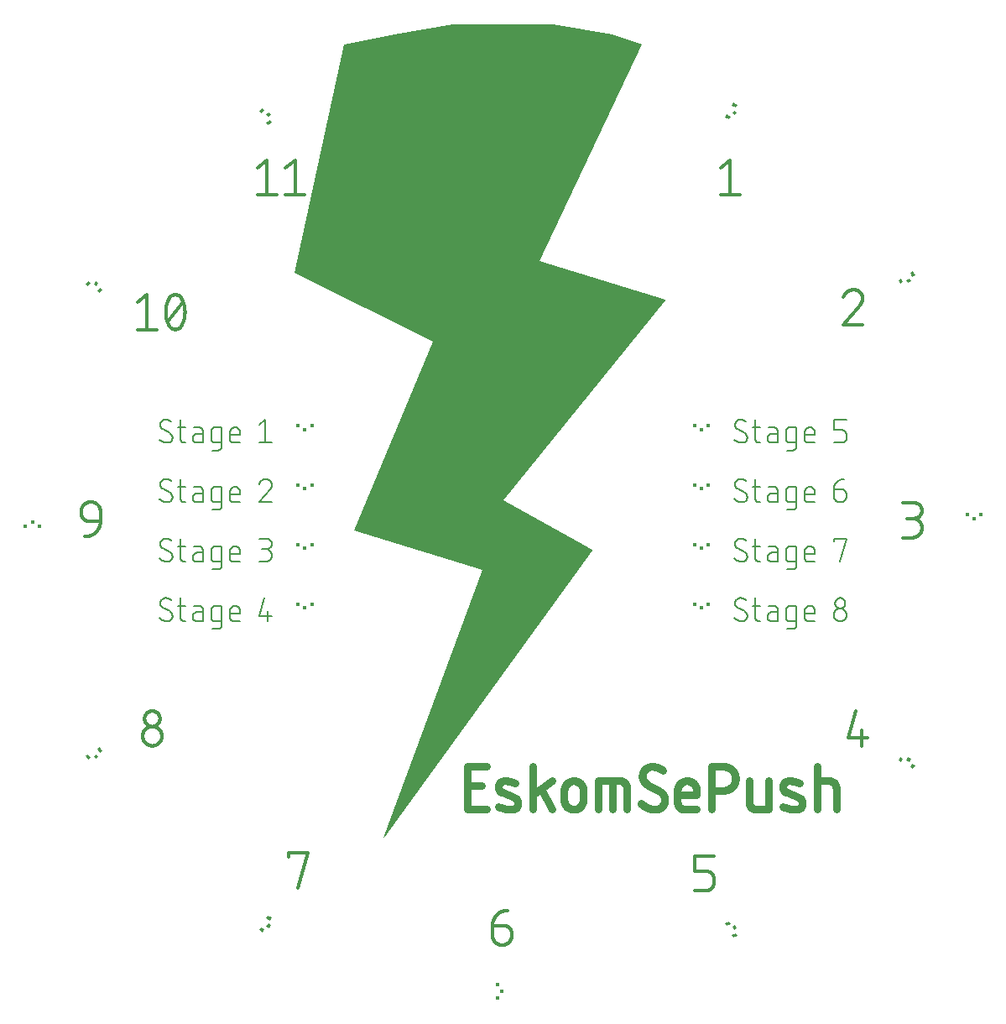
<source format=gto>
G04 EAGLE Gerber RS-274X export*
G75*
%MOMM*%
%FSLAX34Y34*%
%LPD*%
%INSilkscreen Top*%
%IPPOS*%
%AMOC8*
5,1,8,0,0,1.08239X$1,22.5*%
G01*
%ADD10C,0.203200*%
%ADD11C,0.304800*%
%ADD12C,0.762000*%
%ADD13R,0.325000X0.425000*%
%ADD14R,0.350000X0.350000*%
%ADD15R,0.350000X0.350000*%
%ADD16R,0.425000X0.325000*%

G36*
X380003Y179626D02*
X380003Y179626D01*
X380038Y179622D01*
X380087Y179639D01*
X380139Y179646D01*
X380168Y179666D01*
X380202Y179678D01*
X380250Y179722D01*
X380281Y179744D01*
X380292Y179762D01*
X380308Y179777D01*
X590308Y469777D01*
X590336Y469844D01*
X590369Y469910D01*
X590370Y469924D01*
X590375Y469937D01*
X590370Y470010D01*
X590371Y470083D01*
X590365Y470096D01*
X590364Y470110D01*
X590328Y470173D01*
X590296Y470239D01*
X590284Y470249D01*
X590278Y470260D01*
X590246Y470281D01*
X590185Y470332D01*
X500580Y520113D01*
X663815Y721755D01*
X663831Y721788D01*
X663855Y721815D01*
X663868Y721865D01*
X663890Y721911D01*
X663890Y721947D01*
X663899Y721983D01*
X663889Y722033D01*
X663889Y722084D01*
X663872Y722117D01*
X663865Y722152D01*
X663833Y722193D01*
X663810Y722239D01*
X663781Y722260D01*
X663759Y722289D01*
X663702Y722320D01*
X663672Y722342D01*
X663653Y722346D01*
X663631Y722358D01*
X536379Y761512D01*
X640343Y979837D01*
X640359Y979909D01*
X640380Y979980D01*
X640377Y979993D01*
X640380Y980006D01*
X640362Y980078D01*
X640349Y980150D01*
X640341Y980161D01*
X640338Y980174D01*
X640290Y980230D01*
X640246Y980290D01*
X640234Y980297D01*
X640226Y980306D01*
X640191Y980321D01*
X640120Y980361D01*
X610120Y990361D01*
X610095Y990363D01*
X610063Y990375D01*
X550063Y1000375D01*
X550036Y1000373D01*
X550000Y1000380D01*
X450000Y1000380D01*
X449974Y1000374D01*
X449938Y1000375D01*
X389938Y990375D01*
X389932Y990373D01*
X389925Y990373D01*
X339925Y980373D01*
X339871Y980348D01*
X339813Y980331D01*
X339793Y980313D01*
X339768Y980301D01*
X339730Y980255D01*
X339686Y980214D01*
X339673Y980185D01*
X339658Y980167D01*
X339650Y980132D01*
X339628Y980081D01*
X289628Y750081D01*
X289629Y750077D01*
X289627Y750074D01*
X289630Y749991D01*
X289631Y749908D01*
X289633Y749904D01*
X289633Y749901D01*
X289672Y749828D01*
X289710Y749754D01*
X289713Y749751D01*
X289715Y749748D01*
X289830Y749660D01*
X429511Y679819D01*
X349650Y490148D01*
X349638Y490079D01*
X349620Y490012D01*
X349623Y489994D01*
X349620Y489977D01*
X349640Y489910D01*
X349654Y489842D01*
X349665Y489828D01*
X349670Y489811D01*
X349718Y489760D01*
X349760Y489705D01*
X349778Y489695D01*
X349788Y489684D01*
X349825Y489670D01*
X349888Y489637D01*
X479504Y449755D01*
X379643Y180132D01*
X379639Y180096D01*
X379625Y180063D01*
X379628Y180012D01*
X379622Y179960D01*
X379634Y179926D01*
X379636Y179890D01*
X379662Y179845D01*
X379679Y179797D01*
X379704Y179771D01*
X379722Y179740D01*
X379765Y179711D01*
X379802Y179675D01*
X379837Y179664D01*
X379867Y179644D01*
X379918Y179637D01*
X379967Y179621D01*
X380003Y179626D01*
G37*
D10*
X161189Y578316D02*
X161332Y578318D01*
X161475Y578324D01*
X161618Y578334D01*
X161760Y578348D01*
X161902Y578365D01*
X162044Y578387D01*
X162185Y578412D01*
X162325Y578442D01*
X162464Y578475D01*
X162602Y578512D01*
X162739Y578553D01*
X162875Y578597D01*
X163010Y578646D01*
X163143Y578698D01*
X163275Y578753D01*
X163405Y578813D01*
X163534Y578876D01*
X163661Y578942D01*
X163785Y579012D01*
X163908Y579085D01*
X164029Y579162D01*
X164148Y579242D01*
X164264Y579325D01*
X164379Y579411D01*
X164490Y579500D01*
X164600Y579593D01*
X164706Y579688D01*
X164810Y579787D01*
X164911Y579888D01*
X165010Y579992D01*
X165105Y580098D01*
X165198Y580208D01*
X165287Y580319D01*
X165373Y580434D01*
X165456Y580550D01*
X165536Y580669D01*
X165613Y580790D01*
X165686Y580913D01*
X165756Y581037D01*
X165822Y581164D01*
X165885Y581293D01*
X165945Y581423D01*
X166000Y581555D01*
X166052Y581688D01*
X166101Y581823D01*
X166145Y581959D01*
X166186Y582096D01*
X166223Y582234D01*
X166256Y582373D01*
X166286Y582513D01*
X166311Y582654D01*
X166333Y582796D01*
X166350Y582938D01*
X166364Y583080D01*
X166374Y583223D01*
X166380Y583366D01*
X166382Y583509D01*
X161189Y578316D02*
X160927Y578319D01*
X160664Y578329D01*
X160402Y578344D01*
X160141Y578366D01*
X159880Y578394D01*
X159620Y578429D01*
X159360Y578470D01*
X159102Y578516D01*
X158845Y578569D01*
X158589Y578629D01*
X158335Y578694D01*
X158082Y578765D01*
X157832Y578842D01*
X157583Y578926D01*
X157336Y579015D01*
X157091Y579110D01*
X156849Y579211D01*
X156609Y579318D01*
X156372Y579430D01*
X156138Y579548D01*
X155906Y579672D01*
X155678Y579801D01*
X155452Y579936D01*
X155230Y580076D01*
X155011Y580221D01*
X154796Y580371D01*
X154585Y580527D01*
X154377Y580687D01*
X154173Y580853D01*
X153974Y581023D01*
X153778Y581198D01*
X153587Y581377D01*
X153400Y581562D01*
X154049Y596491D02*
X154051Y596634D01*
X154057Y596777D01*
X154067Y596920D01*
X154081Y597062D01*
X154098Y597204D01*
X154120Y597346D01*
X154145Y597487D01*
X154175Y597627D01*
X154208Y597766D01*
X154245Y597904D01*
X154286Y598041D01*
X154330Y598177D01*
X154379Y598312D01*
X154431Y598445D01*
X154486Y598577D01*
X154546Y598707D01*
X154609Y598836D01*
X154675Y598963D01*
X154745Y599088D01*
X154818Y599210D01*
X154895Y599331D01*
X154975Y599450D01*
X155058Y599566D01*
X155144Y599681D01*
X155233Y599792D01*
X155326Y599902D01*
X155421Y600008D01*
X155520Y600112D01*
X155621Y600213D01*
X155725Y600312D01*
X155831Y600407D01*
X155941Y600500D01*
X156052Y600589D01*
X156167Y600675D01*
X156283Y600759D01*
X156402Y600838D01*
X156523Y600915D01*
X156646Y600988D01*
X156770Y601058D01*
X156897Y601124D01*
X157026Y601187D01*
X157156Y601247D01*
X157288Y601302D01*
X157421Y601354D01*
X157556Y601403D01*
X157692Y601447D01*
X157829Y601488D01*
X157967Y601525D01*
X158106Y601558D01*
X158246Y601588D01*
X158387Y601613D01*
X158529Y601635D01*
X158671Y601652D01*
X158813Y601666D01*
X158956Y601676D01*
X159099Y601682D01*
X159242Y601684D01*
X159474Y601681D01*
X159706Y601673D01*
X159938Y601659D01*
X160169Y601640D01*
X160400Y601615D01*
X160630Y601585D01*
X160859Y601549D01*
X161087Y601508D01*
X161315Y601461D01*
X161541Y601409D01*
X161766Y601351D01*
X161989Y601288D01*
X162211Y601220D01*
X162431Y601147D01*
X162649Y601068D01*
X162866Y600985D01*
X163080Y600896D01*
X163292Y600802D01*
X163502Y600703D01*
X163710Y600599D01*
X163914Y600490D01*
X164117Y600376D01*
X164316Y600257D01*
X164513Y600134D01*
X164706Y600006D01*
X164897Y599874D01*
X165084Y599737D01*
X156645Y591947D02*
X156522Y592022D01*
X156401Y592100D01*
X156282Y592182D01*
X156166Y592266D01*
X156052Y592354D01*
X155940Y592445D01*
X155830Y592539D01*
X155724Y592636D01*
X155620Y592736D01*
X155519Y592838D01*
X155420Y592944D01*
X155325Y593052D01*
X155232Y593162D01*
X155143Y593275D01*
X155057Y593391D01*
X154973Y593508D01*
X154894Y593628D01*
X154817Y593750D01*
X154744Y593874D01*
X154674Y594000D01*
X154608Y594128D01*
X154545Y594258D01*
X154486Y594389D01*
X154430Y594522D01*
X154378Y594657D01*
X154330Y594793D01*
X154285Y594930D01*
X154245Y595068D01*
X154208Y595207D01*
X154174Y595347D01*
X154145Y595488D01*
X154120Y595630D01*
X154098Y595773D01*
X154080Y595916D01*
X154067Y596059D01*
X154057Y596203D01*
X154051Y596347D01*
X154049Y596491D01*
X163786Y588053D02*
X163909Y587978D01*
X164030Y587900D01*
X164149Y587818D01*
X164265Y587734D01*
X164379Y587646D01*
X164491Y587555D01*
X164600Y587461D01*
X164707Y587364D01*
X164811Y587264D01*
X164912Y587162D01*
X165011Y587056D01*
X165106Y586948D01*
X165199Y586838D01*
X165288Y586725D01*
X165374Y586610D01*
X165457Y586492D01*
X165537Y586372D01*
X165614Y586250D01*
X165687Y586126D01*
X165757Y586000D01*
X165823Y585872D01*
X165886Y585742D01*
X165945Y585611D01*
X166001Y585478D01*
X166053Y585343D01*
X166101Y585207D01*
X166146Y585070D01*
X166186Y584932D01*
X166223Y584793D01*
X166257Y584653D01*
X166286Y584512D01*
X166311Y584370D01*
X166333Y584227D01*
X166351Y584084D01*
X166364Y583941D01*
X166374Y583797D01*
X166380Y583653D01*
X166382Y583509D01*
X163786Y588053D02*
X156645Y591947D01*
X171920Y593895D02*
X179709Y593895D01*
X174516Y601684D02*
X174516Y582211D01*
X174518Y582089D01*
X174524Y581966D01*
X174533Y581844D01*
X174547Y581723D01*
X174564Y581602D01*
X174585Y581481D01*
X174610Y581361D01*
X174638Y581242D01*
X174671Y581124D01*
X174707Y581007D01*
X174746Y580892D01*
X174790Y580777D01*
X174836Y580664D01*
X174887Y580553D01*
X174941Y580443D01*
X174998Y580335D01*
X175058Y580228D01*
X175122Y580124D01*
X175190Y580022D01*
X175260Y579922D01*
X175333Y579824D01*
X175410Y579728D01*
X175489Y579635D01*
X175572Y579545D01*
X175657Y579457D01*
X175745Y579372D01*
X175835Y579289D01*
X175928Y579210D01*
X176024Y579133D01*
X176122Y579060D01*
X176222Y578990D01*
X176324Y578922D01*
X176428Y578858D01*
X176535Y578798D01*
X176643Y578741D01*
X176753Y578687D01*
X176864Y578636D01*
X176977Y578590D01*
X177092Y578546D01*
X177207Y578507D01*
X177324Y578471D01*
X177442Y578438D01*
X177561Y578410D01*
X177681Y578385D01*
X177802Y578364D01*
X177923Y578347D01*
X178044Y578333D01*
X178166Y578324D01*
X178289Y578318D01*
X178411Y578316D01*
X179709Y578316D01*
X191205Y587404D02*
X197047Y587404D01*
X191205Y587404D02*
X191072Y587402D01*
X190938Y587396D01*
X190805Y587386D01*
X190673Y587373D01*
X190540Y587355D01*
X190409Y587334D01*
X190278Y587308D01*
X190147Y587279D01*
X190018Y587246D01*
X189890Y587210D01*
X189763Y587169D01*
X189637Y587125D01*
X189512Y587077D01*
X189389Y587025D01*
X189268Y586970D01*
X189148Y586912D01*
X189030Y586850D01*
X188914Y586784D01*
X188800Y586715D01*
X188687Y586643D01*
X188577Y586567D01*
X188470Y586489D01*
X188364Y586407D01*
X188262Y586322D01*
X188161Y586234D01*
X188063Y586143D01*
X187968Y586049D01*
X187876Y585953D01*
X187787Y585854D01*
X187700Y585752D01*
X187617Y585648D01*
X187537Y585542D01*
X187460Y585433D01*
X187386Y585322D01*
X187315Y585209D01*
X187248Y585093D01*
X187184Y584976D01*
X187123Y584857D01*
X187067Y584737D01*
X187013Y584614D01*
X186964Y584490D01*
X186918Y584365D01*
X186875Y584239D01*
X186837Y584111D01*
X186802Y583982D01*
X186771Y583853D01*
X186743Y583722D01*
X186720Y583591D01*
X186701Y583459D01*
X186685Y583326D01*
X186673Y583193D01*
X186665Y583060D01*
X186661Y582927D01*
X186661Y582793D01*
X186665Y582660D01*
X186673Y582527D01*
X186685Y582394D01*
X186701Y582261D01*
X186720Y582129D01*
X186743Y581998D01*
X186771Y581867D01*
X186802Y581738D01*
X186837Y581609D01*
X186875Y581481D01*
X186918Y581355D01*
X186964Y581230D01*
X187013Y581106D01*
X187067Y580983D01*
X187123Y580863D01*
X187184Y580744D01*
X187248Y580627D01*
X187315Y580511D01*
X187386Y580398D01*
X187460Y580287D01*
X187537Y580178D01*
X187617Y580072D01*
X187700Y579968D01*
X187787Y579866D01*
X187876Y579767D01*
X187968Y579671D01*
X188063Y579577D01*
X188161Y579486D01*
X188262Y579398D01*
X188364Y579313D01*
X188470Y579231D01*
X188577Y579153D01*
X188687Y579077D01*
X188800Y579005D01*
X188914Y578936D01*
X189030Y578870D01*
X189148Y578808D01*
X189268Y578750D01*
X189389Y578695D01*
X189512Y578643D01*
X189637Y578595D01*
X189763Y578551D01*
X189890Y578510D01*
X190018Y578474D01*
X190147Y578441D01*
X190278Y578412D01*
X190409Y578386D01*
X190540Y578365D01*
X190673Y578347D01*
X190805Y578334D01*
X190938Y578324D01*
X191072Y578318D01*
X191205Y578316D01*
X197047Y578316D01*
X197047Y590000D01*
X197045Y590122D01*
X197039Y590245D01*
X197030Y590367D01*
X197016Y590488D01*
X196999Y590609D01*
X196978Y590730D01*
X196953Y590850D01*
X196925Y590969D01*
X196892Y591087D01*
X196856Y591204D01*
X196817Y591319D01*
X196773Y591434D01*
X196727Y591547D01*
X196676Y591658D01*
X196622Y591768D01*
X196565Y591876D01*
X196505Y591983D01*
X196441Y592087D01*
X196373Y592189D01*
X196303Y592289D01*
X196230Y592387D01*
X196153Y592483D01*
X196074Y592576D01*
X195991Y592666D01*
X195906Y592754D01*
X195818Y592839D01*
X195728Y592922D01*
X195635Y593001D01*
X195539Y593078D01*
X195441Y593151D01*
X195341Y593221D01*
X195239Y593289D01*
X195135Y593353D01*
X195028Y593413D01*
X194920Y593470D01*
X194810Y593524D01*
X194699Y593575D01*
X194586Y593621D01*
X194471Y593665D01*
X194356Y593704D01*
X194239Y593740D01*
X194121Y593773D01*
X194002Y593801D01*
X193882Y593826D01*
X193761Y593847D01*
X193640Y593864D01*
X193519Y593878D01*
X193397Y593887D01*
X193274Y593893D01*
X193152Y593895D01*
X187959Y593895D01*
X209347Y578316D02*
X215838Y578316D01*
X209347Y578316D02*
X209225Y578318D01*
X209102Y578324D01*
X208980Y578333D01*
X208859Y578347D01*
X208738Y578364D01*
X208617Y578385D01*
X208497Y578410D01*
X208378Y578438D01*
X208260Y578471D01*
X208143Y578507D01*
X208028Y578546D01*
X207913Y578590D01*
X207800Y578636D01*
X207689Y578687D01*
X207579Y578741D01*
X207471Y578798D01*
X207364Y578858D01*
X207260Y578922D01*
X207158Y578990D01*
X207058Y579060D01*
X206960Y579133D01*
X206864Y579210D01*
X206771Y579289D01*
X206681Y579372D01*
X206593Y579457D01*
X206508Y579545D01*
X206425Y579635D01*
X206346Y579728D01*
X206269Y579824D01*
X206196Y579922D01*
X206126Y580022D01*
X206058Y580124D01*
X205994Y580228D01*
X205934Y580335D01*
X205877Y580443D01*
X205823Y580553D01*
X205772Y580664D01*
X205726Y580777D01*
X205682Y580892D01*
X205643Y581007D01*
X205607Y581124D01*
X205574Y581242D01*
X205546Y581361D01*
X205521Y581481D01*
X205500Y581602D01*
X205483Y581723D01*
X205469Y581844D01*
X205460Y581966D01*
X205454Y582089D01*
X205452Y582211D01*
X205452Y590000D01*
X205454Y590122D01*
X205460Y590245D01*
X205469Y590367D01*
X205483Y590488D01*
X205500Y590609D01*
X205521Y590730D01*
X205546Y590850D01*
X205574Y590969D01*
X205607Y591087D01*
X205643Y591204D01*
X205682Y591319D01*
X205726Y591434D01*
X205772Y591547D01*
X205823Y591658D01*
X205877Y591768D01*
X205934Y591876D01*
X205994Y591983D01*
X206058Y592087D01*
X206126Y592189D01*
X206196Y592289D01*
X206269Y592387D01*
X206346Y592483D01*
X206425Y592576D01*
X206508Y592666D01*
X206593Y592754D01*
X206681Y592839D01*
X206771Y592922D01*
X206864Y593001D01*
X206960Y593078D01*
X207058Y593151D01*
X207158Y593221D01*
X207260Y593289D01*
X207364Y593353D01*
X207471Y593413D01*
X207579Y593470D01*
X207689Y593524D01*
X207800Y593575D01*
X207913Y593621D01*
X208028Y593665D01*
X208143Y593704D01*
X208260Y593740D01*
X208378Y593773D01*
X208497Y593801D01*
X208617Y593826D01*
X208738Y593847D01*
X208859Y593864D01*
X208980Y593878D01*
X209102Y593887D01*
X209225Y593893D01*
X209347Y593895D01*
X215838Y593895D01*
X215838Y574421D01*
X215836Y574299D01*
X215830Y574176D01*
X215821Y574054D01*
X215807Y573933D01*
X215790Y573812D01*
X215769Y573691D01*
X215744Y573571D01*
X215716Y573452D01*
X215683Y573334D01*
X215647Y573217D01*
X215608Y573102D01*
X215564Y572987D01*
X215518Y572874D01*
X215467Y572763D01*
X215413Y572653D01*
X215356Y572545D01*
X215296Y572438D01*
X215232Y572334D01*
X215164Y572232D01*
X215094Y572132D01*
X215021Y572034D01*
X214944Y571938D01*
X214865Y571845D01*
X214782Y571755D01*
X214697Y571667D01*
X214609Y571582D01*
X214519Y571499D01*
X214426Y571420D01*
X214330Y571343D01*
X214232Y571270D01*
X214132Y571200D01*
X214030Y571132D01*
X213926Y571068D01*
X213819Y571008D01*
X213711Y570951D01*
X213601Y570897D01*
X213490Y570846D01*
X213377Y570800D01*
X213262Y570756D01*
X213147Y570717D01*
X213030Y570681D01*
X212912Y570648D01*
X212793Y570620D01*
X212673Y570595D01*
X212552Y570574D01*
X212431Y570557D01*
X212310Y570543D01*
X212188Y570534D01*
X212065Y570528D01*
X211943Y570526D01*
X211943Y570527D02*
X206750Y570527D01*
X228189Y578316D02*
X234680Y578316D01*
X228189Y578316D02*
X228067Y578318D01*
X227944Y578324D01*
X227822Y578333D01*
X227701Y578347D01*
X227580Y578364D01*
X227459Y578385D01*
X227339Y578410D01*
X227220Y578438D01*
X227102Y578471D01*
X226985Y578507D01*
X226870Y578546D01*
X226755Y578590D01*
X226642Y578636D01*
X226531Y578687D01*
X226421Y578741D01*
X226313Y578798D01*
X226206Y578858D01*
X226102Y578922D01*
X226000Y578990D01*
X225900Y579060D01*
X225802Y579133D01*
X225706Y579210D01*
X225613Y579289D01*
X225523Y579372D01*
X225435Y579457D01*
X225350Y579545D01*
X225267Y579635D01*
X225188Y579728D01*
X225111Y579824D01*
X225038Y579922D01*
X224968Y580022D01*
X224900Y580124D01*
X224836Y580228D01*
X224776Y580335D01*
X224719Y580443D01*
X224665Y580553D01*
X224614Y580664D01*
X224568Y580777D01*
X224524Y580892D01*
X224485Y581007D01*
X224449Y581124D01*
X224416Y581242D01*
X224388Y581361D01*
X224363Y581481D01*
X224342Y581602D01*
X224325Y581723D01*
X224311Y581844D01*
X224302Y581966D01*
X224296Y582089D01*
X224294Y582211D01*
X224294Y588702D01*
X224296Y588845D01*
X224302Y588988D01*
X224312Y589131D01*
X224326Y589273D01*
X224343Y589415D01*
X224365Y589557D01*
X224390Y589698D01*
X224420Y589838D01*
X224453Y589977D01*
X224490Y590115D01*
X224531Y590252D01*
X224575Y590388D01*
X224624Y590523D01*
X224676Y590656D01*
X224731Y590788D01*
X224791Y590918D01*
X224854Y591047D01*
X224920Y591174D01*
X224990Y591299D01*
X225063Y591421D01*
X225140Y591542D01*
X225220Y591661D01*
X225303Y591777D01*
X225389Y591892D01*
X225478Y592003D01*
X225571Y592113D01*
X225666Y592219D01*
X225765Y592323D01*
X225866Y592424D01*
X225970Y592523D01*
X226076Y592618D01*
X226186Y592711D01*
X226297Y592800D01*
X226412Y592886D01*
X226528Y592969D01*
X226647Y593049D01*
X226768Y593126D01*
X226891Y593199D01*
X227015Y593269D01*
X227142Y593335D01*
X227271Y593398D01*
X227401Y593458D01*
X227533Y593513D01*
X227666Y593565D01*
X227801Y593614D01*
X227937Y593658D01*
X228074Y593699D01*
X228212Y593736D01*
X228351Y593769D01*
X228491Y593799D01*
X228632Y593824D01*
X228774Y593846D01*
X228916Y593863D01*
X229058Y593877D01*
X229201Y593887D01*
X229344Y593893D01*
X229487Y593895D01*
X229630Y593893D01*
X229773Y593887D01*
X229916Y593877D01*
X230058Y593863D01*
X230200Y593846D01*
X230342Y593824D01*
X230483Y593799D01*
X230623Y593769D01*
X230762Y593736D01*
X230900Y593699D01*
X231037Y593658D01*
X231173Y593614D01*
X231308Y593565D01*
X231441Y593513D01*
X231573Y593458D01*
X231703Y593398D01*
X231832Y593335D01*
X231959Y593269D01*
X232084Y593199D01*
X232206Y593126D01*
X232327Y593049D01*
X232446Y592969D01*
X232562Y592886D01*
X232677Y592800D01*
X232788Y592711D01*
X232898Y592618D01*
X233004Y592523D01*
X233108Y592424D01*
X233209Y592323D01*
X233308Y592219D01*
X233403Y592113D01*
X233496Y592003D01*
X233585Y591892D01*
X233671Y591777D01*
X233754Y591661D01*
X233834Y591542D01*
X233911Y591421D01*
X233984Y591299D01*
X234054Y591174D01*
X234120Y591047D01*
X234183Y590918D01*
X234243Y590788D01*
X234298Y590656D01*
X234350Y590523D01*
X234399Y590388D01*
X234443Y590252D01*
X234484Y590115D01*
X234521Y589977D01*
X234554Y589838D01*
X234584Y589698D01*
X234609Y589557D01*
X234631Y589415D01*
X234648Y589273D01*
X234662Y589131D01*
X234672Y588988D01*
X234678Y588845D01*
X234680Y588702D01*
X234680Y586105D01*
X224294Y586105D01*
X253618Y596491D02*
X260109Y601684D01*
X260109Y578316D01*
X253618Y578316D02*
X266600Y578316D01*
X166382Y523509D02*
X166380Y523366D01*
X166374Y523223D01*
X166364Y523080D01*
X166350Y522938D01*
X166333Y522796D01*
X166311Y522654D01*
X166286Y522513D01*
X166256Y522373D01*
X166223Y522234D01*
X166186Y522096D01*
X166145Y521959D01*
X166101Y521823D01*
X166052Y521688D01*
X166000Y521555D01*
X165945Y521423D01*
X165885Y521293D01*
X165822Y521164D01*
X165756Y521037D01*
X165686Y520912D01*
X165613Y520790D01*
X165536Y520669D01*
X165456Y520550D01*
X165373Y520434D01*
X165287Y520319D01*
X165198Y520208D01*
X165105Y520098D01*
X165010Y519992D01*
X164911Y519888D01*
X164810Y519787D01*
X164706Y519688D01*
X164600Y519593D01*
X164490Y519500D01*
X164379Y519411D01*
X164264Y519325D01*
X164148Y519242D01*
X164029Y519162D01*
X163908Y519085D01*
X163785Y519012D01*
X163661Y518942D01*
X163534Y518876D01*
X163405Y518813D01*
X163275Y518753D01*
X163143Y518698D01*
X163010Y518646D01*
X162875Y518597D01*
X162739Y518553D01*
X162602Y518512D01*
X162464Y518475D01*
X162325Y518442D01*
X162185Y518412D01*
X162044Y518387D01*
X161902Y518365D01*
X161760Y518348D01*
X161618Y518334D01*
X161475Y518324D01*
X161332Y518318D01*
X161189Y518316D01*
X160927Y518319D01*
X160664Y518329D01*
X160402Y518344D01*
X160141Y518366D01*
X159880Y518394D01*
X159620Y518429D01*
X159360Y518470D01*
X159102Y518516D01*
X158845Y518569D01*
X158589Y518629D01*
X158335Y518694D01*
X158082Y518765D01*
X157832Y518842D01*
X157583Y518926D01*
X157336Y519015D01*
X157091Y519110D01*
X156849Y519211D01*
X156609Y519318D01*
X156372Y519430D01*
X156138Y519548D01*
X155906Y519672D01*
X155678Y519801D01*
X155452Y519936D01*
X155230Y520076D01*
X155011Y520221D01*
X154796Y520371D01*
X154585Y520527D01*
X154377Y520687D01*
X154173Y520853D01*
X153974Y521023D01*
X153778Y521198D01*
X153587Y521377D01*
X153400Y521562D01*
X154049Y536491D02*
X154051Y536634D01*
X154057Y536777D01*
X154067Y536920D01*
X154081Y537062D01*
X154098Y537204D01*
X154120Y537346D01*
X154145Y537487D01*
X154175Y537627D01*
X154208Y537766D01*
X154245Y537904D01*
X154286Y538041D01*
X154330Y538177D01*
X154379Y538312D01*
X154431Y538445D01*
X154486Y538577D01*
X154546Y538707D01*
X154609Y538836D01*
X154675Y538963D01*
X154745Y539088D01*
X154818Y539210D01*
X154895Y539331D01*
X154975Y539450D01*
X155058Y539566D01*
X155144Y539681D01*
X155233Y539792D01*
X155326Y539902D01*
X155421Y540008D01*
X155520Y540112D01*
X155621Y540213D01*
X155725Y540312D01*
X155831Y540407D01*
X155941Y540500D01*
X156052Y540589D01*
X156167Y540675D01*
X156283Y540759D01*
X156402Y540838D01*
X156523Y540915D01*
X156646Y540988D01*
X156770Y541058D01*
X156897Y541124D01*
X157026Y541187D01*
X157156Y541247D01*
X157288Y541302D01*
X157421Y541354D01*
X157556Y541403D01*
X157692Y541447D01*
X157829Y541488D01*
X157967Y541525D01*
X158106Y541558D01*
X158246Y541588D01*
X158387Y541613D01*
X158529Y541635D01*
X158671Y541652D01*
X158813Y541666D01*
X158956Y541676D01*
X159099Y541682D01*
X159242Y541684D01*
X159474Y541681D01*
X159706Y541673D01*
X159938Y541659D01*
X160169Y541640D01*
X160400Y541615D01*
X160630Y541585D01*
X160859Y541549D01*
X161087Y541508D01*
X161315Y541461D01*
X161541Y541409D01*
X161766Y541351D01*
X161989Y541288D01*
X162211Y541220D01*
X162431Y541147D01*
X162649Y541068D01*
X162866Y540985D01*
X163080Y540896D01*
X163292Y540802D01*
X163502Y540703D01*
X163710Y540599D01*
X163914Y540490D01*
X164117Y540376D01*
X164316Y540257D01*
X164513Y540134D01*
X164706Y540006D01*
X164897Y539874D01*
X165084Y539737D01*
X156645Y531947D02*
X156522Y532022D01*
X156401Y532100D01*
X156282Y532182D01*
X156166Y532266D01*
X156052Y532354D01*
X155940Y532445D01*
X155830Y532539D01*
X155724Y532636D01*
X155620Y532736D01*
X155519Y532838D01*
X155420Y532944D01*
X155325Y533052D01*
X155232Y533162D01*
X155143Y533275D01*
X155057Y533391D01*
X154973Y533508D01*
X154894Y533628D01*
X154817Y533750D01*
X154744Y533874D01*
X154674Y534000D01*
X154608Y534128D01*
X154545Y534258D01*
X154486Y534389D01*
X154430Y534522D01*
X154378Y534657D01*
X154330Y534793D01*
X154285Y534930D01*
X154245Y535068D01*
X154208Y535207D01*
X154174Y535347D01*
X154145Y535488D01*
X154120Y535630D01*
X154098Y535773D01*
X154080Y535916D01*
X154067Y536059D01*
X154057Y536203D01*
X154051Y536347D01*
X154049Y536491D01*
X163786Y528053D02*
X163909Y527978D01*
X164030Y527900D01*
X164149Y527818D01*
X164265Y527734D01*
X164379Y527646D01*
X164491Y527555D01*
X164600Y527461D01*
X164707Y527364D01*
X164811Y527264D01*
X164912Y527162D01*
X165011Y527056D01*
X165106Y526948D01*
X165199Y526838D01*
X165288Y526725D01*
X165374Y526610D01*
X165457Y526492D01*
X165537Y526372D01*
X165614Y526250D01*
X165687Y526126D01*
X165757Y526000D01*
X165823Y525872D01*
X165886Y525742D01*
X165945Y525611D01*
X166001Y525478D01*
X166053Y525343D01*
X166101Y525207D01*
X166146Y525070D01*
X166186Y524932D01*
X166223Y524793D01*
X166257Y524653D01*
X166286Y524512D01*
X166311Y524370D01*
X166333Y524227D01*
X166351Y524084D01*
X166364Y523941D01*
X166374Y523797D01*
X166380Y523653D01*
X166382Y523509D01*
X163786Y528053D02*
X156645Y531947D01*
X171920Y533895D02*
X179709Y533895D01*
X174516Y541684D02*
X174516Y522211D01*
X174518Y522089D01*
X174524Y521966D01*
X174533Y521844D01*
X174547Y521723D01*
X174564Y521602D01*
X174585Y521481D01*
X174610Y521361D01*
X174638Y521242D01*
X174671Y521124D01*
X174707Y521007D01*
X174746Y520892D01*
X174790Y520777D01*
X174836Y520664D01*
X174887Y520553D01*
X174941Y520443D01*
X174998Y520335D01*
X175058Y520228D01*
X175122Y520124D01*
X175190Y520022D01*
X175260Y519922D01*
X175333Y519824D01*
X175410Y519728D01*
X175489Y519635D01*
X175572Y519545D01*
X175657Y519457D01*
X175745Y519372D01*
X175835Y519289D01*
X175928Y519210D01*
X176024Y519133D01*
X176122Y519060D01*
X176222Y518990D01*
X176324Y518922D01*
X176428Y518858D01*
X176535Y518798D01*
X176643Y518741D01*
X176753Y518687D01*
X176864Y518636D01*
X176977Y518590D01*
X177092Y518546D01*
X177207Y518507D01*
X177324Y518471D01*
X177442Y518438D01*
X177561Y518410D01*
X177681Y518385D01*
X177802Y518364D01*
X177923Y518347D01*
X178044Y518333D01*
X178166Y518324D01*
X178289Y518318D01*
X178411Y518316D01*
X179709Y518316D01*
X191205Y527404D02*
X197047Y527404D01*
X191205Y527404D02*
X191072Y527402D01*
X190938Y527396D01*
X190805Y527386D01*
X190673Y527373D01*
X190540Y527355D01*
X190409Y527334D01*
X190278Y527308D01*
X190147Y527279D01*
X190018Y527246D01*
X189890Y527210D01*
X189763Y527169D01*
X189637Y527125D01*
X189512Y527077D01*
X189389Y527025D01*
X189268Y526970D01*
X189148Y526912D01*
X189030Y526850D01*
X188914Y526784D01*
X188800Y526715D01*
X188687Y526643D01*
X188577Y526567D01*
X188470Y526489D01*
X188364Y526407D01*
X188262Y526322D01*
X188161Y526234D01*
X188063Y526143D01*
X187968Y526049D01*
X187876Y525953D01*
X187787Y525854D01*
X187700Y525752D01*
X187617Y525648D01*
X187537Y525542D01*
X187460Y525433D01*
X187386Y525322D01*
X187315Y525209D01*
X187248Y525093D01*
X187184Y524976D01*
X187123Y524857D01*
X187067Y524737D01*
X187013Y524614D01*
X186964Y524490D01*
X186918Y524365D01*
X186875Y524239D01*
X186837Y524111D01*
X186802Y523982D01*
X186771Y523853D01*
X186743Y523722D01*
X186720Y523591D01*
X186701Y523459D01*
X186685Y523326D01*
X186673Y523193D01*
X186665Y523060D01*
X186661Y522927D01*
X186661Y522793D01*
X186665Y522660D01*
X186673Y522527D01*
X186685Y522394D01*
X186701Y522261D01*
X186720Y522129D01*
X186743Y521998D01*
X186771Y521867D01*
X186802Y521738D01*
X186837Y521609D01*
X186875Y521481D01*
X186918Y521355D01*
X186964Y521230D01*
X187013Y521106D01*
X187067Y520983D01*
X187123Y520863D01*
X187184Y520744D01*
X187248Y520627D01*
X187315Y520511D01*
X187386Y520398D01*
X187460Y520287D01*
X187537Y520178D01*
X187617Y520072D01*
X187700Y519968D01*
X187787Y519866D01*
X187876Y519767D01*
X187968Y519671D01*
X188063Y519577D01*
X188161Y519486D01*
X188262Y519398D01*
X188364Y519313D01*
X188470Y519231D01*
X188577Y519153D01*
X188687Y519077D01*
X188800Y519005D01*
X188914Y518936D01*
X189030Y518870D01*
X189148Y518808D01*
X189268Y518750D01*
X189389Y518695D01*
X189512Y518643D01*
X189637Y518595D01*
X189763Y518551D01*
X189890Y518510D01*
X190018Y518474D01*
X190147Y518441D01*
X190278Y518412D01*
X190409Y518386D01*
X190540Y518365D01*
X190673Y518347D01*
X190805Y518334D01*
X190938Y518324D01*
X191072Y518318D01*
X191205Y518316D01*
X197047Y518316D01*
X197047Y530000D01*
X197045Y530122D01*
X197039Y530245D01*
X197030Y530367D01*
X197016Y530488D01*
X196999Y530609D01*
X196978Y530730D01*
X196953Y530850D01*
X196925Y530969D01*
X196892Y531087D01*
X196856Y531204D01*
X196817Y531319D01*
X196773Y531434D01*
X196727Y531547D01*
X196676Y531658D01*
X196622Y531768D01*
X196565Y531876D01*
X196505Y531983D01*
X196441Y532087D01*
X196373Y532189D01*
X196303Y532289D01*
X196230Y532387D01*
X196153Y532483D01*
X196074Y532576D01*
X195991Y532666D01*
X195906Y532754D01*
X195818Y532839D01*
X195728Y532922D01*
X195635Y533001D01*
X195539Y533078D01*
X195441Y533151D01*
X195341Y533221D01*
X195239Y533289D01*
X195135Y533353D01*
X195028Y533413D01*
X194920Y533470D01*
X194810Y533524D01*
X194699Y533575D01*
X194586Y533621D01*
X194471Y533665D01*
X194356Y533704D01*
X194239Y533740D01*
X194121Y533773D01*
X194002Y533801D01*
X193882Y533826D01*
X193761Y533847D01*
X193640Y533864D01*
X193519Y533878D01*
X193397Y533887D01*
X193274Y533893D01*
X193152Y533895D01*
X187959Y533895D01*
X209347Y518316D02*
X215838Y518316D01*
X209347Y518316D02*
X209225Y518318D01*
X209102Y518324D01*
X208980Y518333D01*
X208859Y518347D01*
X208738Y518364D01*
X208617Y518385D01*
X208497Y518410D01*
X208378Y518438D01*
X208260Y518471D01*
X208143Y518507D01*
X208028Y518546D01*
X207913Y518590D01*
X207800Y518636D01*
X207689Y518687D01*
X207579Y518741D01*
X207471Y518798D01*
X207364Y518858D01*
X207260Y518922D01*
X207158Y518990D01*
X207058Y519060D01*
X206960Y519133D01*
X206864Y519210D01*
X206771Y519289D01*
X206681Y519372D01*
X206593Y519457D01*
X206508Y519545D01*
X206425Y519635D01*
X206346Y519728D01*
X206269Y519824D01*
X206196Y519922D01*
X206126Y520022D01*
X206058Y520124D01*
X205994Y520228D01*
X205934Y520335D01*
X205877Y520443D01*
X205823Y520553D01*
X205772Y520664D01*
X205726Y520777D01*
X205682Y520892D01*
X205643Y521007D01*
X205607Y521124D01*
X205574Y521242D01*
X205546Y521361D01*
X205521Y521481D01*
X205500Y521602D01*
X205483Y521723D01*
X205469Y521844D01*
X205460Y521966D01*
X205454Y522089D01*
X205452Y522211D01*
X205452Y530000D01*
X205454Y530122D01*
X205460Y530245D01*
X205469Y530367D01*
X205483Y530488D01*
X205500Y530609D01*
X205521Y530730D01*
X205546Y530850D01*
X205574Y530969D01*
X205607Y531087D01*
X205643Y531204D01*
X205682Y531319D01*
X205726Y531434D01*
X205772Y531547D01*
X205823Y531658D01*
X205877Y531768D01*
X205934Y531876D01*
X205994Y531983D01*
X206058Y532087D01*
X206126Y532189D01*
X206196Y532289D01*
X206269Y532387D01*
X206346Y532483D01*
X206425Y532576D01*
X206508Y532666D01*
X206593Y532754D01*
X206681Y532839D01*
X206771Y532922D01*
X206864Y533001D01*
X206960Y533078D01*
X207058Y533151D01*
X207158Y533221D01*
X207260Y533289D01*
X207364Y533353D01*
X207471Y533413D01*
X207579Y533470D01*
X207689Y533524D01*
X207800Y533575D01*
X207913Y533621D01*
X208028Y533665D01*
X208143Y533704D01*
X208260Y533740D01*
X208378Y533773D01*
X208497Y533801D01*
X208617Y533826D01*
X208738Y533847D01*
X208859Y533864D01*
X208980Y533878D01*
X209102Y533887D01*
X209225Y533893D01*
X209347Y533895D01*
X215838Y533895D01*
X215838Y514421D01*
X215836Y514299D01*
X215830Y514176D01*
X215821Y514054D01*
X215807Y513933D01*
X215790Y513812D01*
X215769Y513691D01*
X215744Y513571D01*
X215716Y513452D01*
X215683Y513334D01*
X215647Y513217D01*
X215608Y513102D01*
X215564Y512987D01*
X215518Y512874D01*
X215467Y512763D01*
X215413Y512653D01*
X215356Y512545D01*
X215296Y512438D01*
X215232Y512334D01*
X215164Y512232D01*
X215094Y512132D01*
X215021Y512034D01*
X214944Y511938D01*
X214865Y511845D01*
X214782Y511755D01*
X214697Y511667D01*
X214609Y511582D01*
X214519Y511499D01*
X214426Y511420D01*
X214330Y511343D01*
X214232Y511270D01*
X214132Y511200D01*
X214030Y511132D01*
X213926Y511068D01*
X213819Y511008D01*
X213711Y510951D01*
X213601Y510897D01*
X213490Y510846D01*
X213377Y510800D01*
X213262Y510756D01*
X213147Y510717D01*
X213030Y510681D01*
X212912Y510648D01*
X212793Y510620D01*
X212673Y510595D01*
X212552Y510574D01*
X212431Y510557D01*
X212310Y510543D01*
X212188Y510534D01*
X212065Y510528D01*
X211943Y510526D01*
X211943Y510527D02*
X206750Y510527D01*
X228189Y518316D02*
X234680Y518316D01*
X228189Y518316D02*
X228067Y518318D01*
X227944Y518324D01*
X227822Y518333D01*
X227701Y518347D01*
X227580Y518364D01*
X227459Y518385D01*
X227339Y518410D01*
X227220Y518438D01*
X227102Y518471D01*
X226985Y518507D01*
X226870Y518546D01*
X226755Y518590D01*
X226642Y518636D01*
X226531Y518687D01*
X226421Y518741D01*
X226313Y518798D01*
X226206Y518858D01*
X226102Y518922D01*
X226000Y518990D01*
X225900Y519060D01*
X225802Y519133D01*
X225706Y519210D01*
X225613Y519289D01*
X225523Y519372D01*
X225435Y519457D01*
X225350Y519545D01*
X225267Y519635D01*
X225188Y519728D01*
X225111Y519824D01*
X225038Y519922D01*
X224968Y520022D01*
X224900Y520124D01*
X224836Y520228D01*
X224776Y520335D01*
X224719Y520443D01*
X224665Y520553D01*
X224614Y520664D01*
X224568Y520777D01*
X224524Y520892D01*
X224485Y521007D01*
X224449Y521124D01*
X224416Y521242D01*
X224388Y521361D01*
X224363Y521481D01*
X224342Y521602D01*
X224325Y521723D01*
X224311Y521844D01*
X224302Y521966D01*
X224296Y522089D01*
X224294Y522211D01*
X224294Y528702D01*
X224296Y528845D01*
X224302Y528988D01*
X224312Y529131D01*
X224326Y529273D01*
X224343Y529415D01*
X224365Y529557D01*
X224390Y529698D01*
X224420Y529838D01*
X224453Y529977D01*
X224490Y530115D01*
X224531Y530252D01*
X224575Y530388D01*
X224624Y530523D01*
X224676Y530656D01*
X224731Y530788D01*
X224791Y530918D01*
X224854Y531047D01*
X224920Y531174D01*
X224990Y531299D01*
X225063Y531421D01*
X225140Y531542D01*
X225220Y531661D01*
X225303Y531777D01*
X225389Y531892D01*
X225478Y532003D01*
X225571Y532113D01*
X225666Y532219D01*
X225765Y532323D01*
X225866Y532424D01*
X225970Y532523D01*
X226076Y532618D01*
X226186Y532711D01*
X226297Y532800D01*
X226412Y532886D01*
X226528Y532969D01*
X226647Y533049D01*
X226768Y533126D01*
X226891Y533199D01*
X227015Y533269D01*
X227142Y533335D01*
X227271Y533398D01*
X227401Y533458D01*
X227533Y533513D01*
X227666Y533565D01*
X227801Y533614D01*
X227937Y533658D01*
X228074Y533699D01*
X228212Y533736D01*
X228351Y533769D01*
X228491Y533799D01*
X228632Y533824D01*
X228774Y533846D01*
X228916Y533863D01*
X229058Y533877D01*
X229201Y533887D01*
X229344Y533893D01*
X229487Y533895D01*
X229630Y533893D01*
X229773Y533887D01*
X229916Y533877D01*
X230058Y533863D01*
X230200Y533846D01*
X230342Y533824D01*
X230483Y533799D01*
X230623Y533769D01*
X230762Y533736D01*
X230900Y533699D01*
X231037Y533658D01*
X231173Y533614D01*
X231308Y533565D01*
X231441Y533513D01*
X231573Y533458D01*
X231703Y533398D01*
X231832Y533335D01*
X231959Y533269D01*
X232084Y533199D01*
X232206Y533126D01*
X232327Y533049D01*
X232446Y532969D01*
X232562Y532886D01*
X232677Y532800D01*
X232788Y532711D01*
X232898Y532618D01*
X233004Y532523D01*
X233108Y532424D01*
X233209Y532323D01*
X233308Y532219D01*
X233403Y532113D01*
X233496Y532003D01*
X233585Y531892D01*
X233671Y531777D01*
X233754Y531661D01*
X233834Y531542D01*
X233911Y531421D01*
X233984Y531299D01*
X234054Y531174D01*
X234120Y531047D01*
X234183Y530918D01*
X234243Y530788D01*
X234298Y530656D01*
X234350Y530523D01*
X234399Y530388D01*
X234443Y530252D01*
X234484Y530115D01*
X234521Y529977D01*
X234554Y529838D01*
X234584Y529698D01*
X234609Y529557D01*
X234631Y529415D01*
X234648Y529273D01*
X234662Y529131D01*
X234672Y528988D01*
X234678Y528845D01*
X234680Y528702D01*
X234680Y526105D01*
X224294Y526105D01*
X260758Y541684D02*
X260908Y541682D01*
X261059Y541676D01*
X261209Y541667D01*
X261359Y541653D01*
X261508Y541636D01*
X261657Y541614D01*
X261805Y541589D01*
X261953Y541560D01*
X262100Y541528D01*
X262246Y541491D01*
X262391Y541451D01*
X262535Y541407D01*
X262677Y541360D01*
X262819Y541308D01*
X262959Y541254D01*
X263097Y541195D01*
X263235Y541133D01*
X263370Y541068D01*
X263504Y540999D01*
X263635Y540926D01*
X263765Y540850D01*
X263893Y540771D01*
X264019Y540689D01*
X264143Y540603D01*
X264264Y540515D01*
X264384Y540423D01*
X264500Y540328D01*
X264615Y540230D01*
X264726Y540129D01*
X264835Y540026D01*
X264942Y539919D01*
X265045Y539810D01*
X265146Y539699D01*
X265244Y539584D01*
X265339Y539468D01*
X265431Y539348D01*
X265519Y539227D01*
X265605Y539103D01*
X265687Y538977D01*
X265766Y538849D01*
X265842Y538719D01*
X265915Y538588D01*
X265984Y538454D01*
X266049Y538319D01*
X266111Y538181D01*
X266170Y538043D01*
X266224Y537903D01*
X266276Y537761D01*
X266323Y537619D01*
X266367Y537475D01*
X266407Y537330D01*
X266444Y537184D01*
X266476Y537037D01*
X266505Y536889D01*
X266530Y536741D01*
X266552Y536592D01*
X266569Y536443D01*
X266583Y536293D01*
X266592Y536143D01*
X266598Y535992D01*
X266600Y535842D01*
X260758Y541684D02*
X260577Y541682D01*
X260395Y541675D01*
X260214Y541664D01*
X260033Y541649D01*
X259853Y541629D01*
X259673Y541605D01*
X259494Y541577D01*
X259315Y541544D01*
X259137Y541507D01*
X258961Y541466D01*
X258785Y541420D01*
X258610Y541370D01*
X258437Y541316D01*
X258265Y541258D01*
X258095Y541196D01*
X257926Y541129D01*
X257759Y541059D01*
X257593Y540984D01*
X257430Y540906D01*
X257268Y540823D01*
X257108Y540737D01*
X256951Y540647D01*
X256795Y540553D01*
X256642Y540455D01*
X256492Y540354D01*
X256344Y540249D01*
X256198Y540140D01*
X256055Y540028D01*
X255915Y539913D01*
X255778Y539794D01*
X255644Y539672D01*
X255513Y539546D01*
X255384Y539418D01*
X255259Y539287D01*
X255137Y539152D01*
X255019Y539015D01*
X254903Y538875D01*
X254792Y538732D01*
X254683Y538586D01*
X254578Y538438D01*
X254477Y538287D01*
X254380Y538134D01*
X254286Y537979D01*
X254196Y537821D01*
X254110Y537661D01*
X254028Y537499D01*
X253949Y537336D01*
X253875Y537170D01*
X253805Y537003D01*
X253738Y536834D01*
X253676Y536663D01*
X253618Y536491D01*
X264653Y531298D02*
X264763Y531406D01*
X264870Y531516D01*
X264975Y531629D01*
X265077Y531744D01*
X265176Y531862D01*
X265272Y531982D01*
X265366Y532105D01*
X265456Y532229D01*
X265543Y532356D01*
X265627Y532485D01*
X265708Y532617D01*
X265785Y532750D01*
X265859Y532885D01*
X265930Y533021D01*
X265998Y533160D01*
X266062Y533300D01*
X266123Y533441D01*
X266180Y533584D01*
X266233Y533728D01*
X266283Y533874D01*
X266330Y534021D01*
X266373Y534169D01*
X266412Y534318D01*
X266448Y534467D01*
X266479Y534618D01*
X266508Y534769D01*
X266532Y534921D01*
X266553Y535074D01*
X266570Y535227D01*
X266583Y535380D01*
X266592Y535534D01*
X266598Y535688D01*
X266600Y535842D01*
X264653Y531298D02*
X253618Y518316D01*
X266600Y518316D01*
X166382Y463509D02*
X166380Y463366D01*
X166374Y463223D01*
X166364Y463080D01*
X166350Y462938D01*
X166333Y462796D01*
X166311Y462654D01*
X166286Y462513D01*
X166256Y462373D01*
X166223Y462234D01*
X166186Y462096D01*
X166145Y461959D01*
X166101Y461823D01*
X166052Y461688D01*
X166000Y461555D01*
X165945Y461423D01*
X165885Y461293D01*
X165822Y461164D01*
X165756Y461037D01*
X165686Y460912D01*
X165613Y460790D01*
X165536Y460669D01*
X165456Y460550D01*
X165373Y460434D01*
X165287Y460319D01*
X165198Y460208D01*
X165105Y460098D01*
X165010Y459992D01*
X164911Y459888D01*
X164810Y459787D01*
X164706Y459688D01*
X164600Y459593D01*
X164490Y459500D01*
X164379Y459411D01*
X164264Y459325D01*
X164148Y459242D01*
X164029Y459162D01*
X163908Y459085D01*
X163785Y459012D01*
X163661Y458942D01*
X163534Y458876D01*
X163405Y458813D01*
X163275Y458753D01*
X163143Y458698D01*
X163010Y458646D01*
X162875Y458597D01*
X162739Y458553D01*
X162602Y458512D01*
X162464Y458475D01*
X162325Y458442D01*
X162185Y458412D01*
X162044Y458387D01*
X161902Y458365D01*
X161760Y458348D01*
X161618Y458334D01*
X161475Y458324D01*
X161332Y458318D01*
X161189Y458316D01*
X160927Y458319D01*
X160664Y458329D01*
X160402Y458344D01*
X160141Y458366D01*
X159880Y458394D01*
X159620Y458429D01*
X159360Y458470D01*
X159102Y458516D01*
X158845Y458569D01*
X158589Y458629D01*
X158335Y458694D01*
X158082Y458765D01*
X157832Y458842D01*
X157583Y458926D01*
X157336Y459015D01*
X157091Y459110D01*
X156849Y459211D01*
X156609Y459318D01*
X156372Y459430D01*
X156138Y459548D01*
X155906Y459672D01*
X155678Y459801D01*
X155452Y459936D01*
X155230Y460076D01*
X155011Y460221D01*
X154796Y460371D01*
X154585Y460527D01*
X154377Y460687D01*
X154173Y460853D01*
X153974Y461023D01*
X153778Y461198D01*
X153587Y461377D01*
X153400Y461562D01*
X154049Y476491D02*
X154051Y476634D01*
X154057Y476777D01*
X154067Y476920D01*
X154081Y477062D01*
X154098Y477204D01*
X154120Y477346D01*
X154145Y477487D01*
X154175Y477627D01*
X154208Y477766D01*
X154245Y477904D01*
X154286Y478041D01*
X154330Y478177D01*
X154379Y478312D01*
X154431Y478445D01*
X154486Y478577D01*
X154546Y478707D01*
X154609Y478836D01*
X154675Y478963D01*
X154745Y479088D01*
X154818Y479210D01*
X154895Y479331D01*
X154975Y479450D01*
X155058Y479566D01*
X155144Y479681D01*
X155233Y479792D01*
X155326Y479902D01*
X155421Y480008D01*
X155520Y480112D01*
X155621Y480213D01*
X155725Y480312D01*
X155831Y480407D01*
X155941Y480500D01*
X156052Y480589D01*
X156167Y480675D01*
X156283Y480759D01*
X156402Y480838D01*
X156523Y480915D01*
X156646Y480988D01*
X156770Y481058D01*
X156897Y481124D01*
X157026Y481187D01*
X157156Y481247D01*
X157288Y481302D01*
X157421Y481354D01*
X157556Y481403D01*
X157692Y481447D01*
X157829Y481488D01*
X157967Y481525D01*
X158106Y481558D01*
X158246Y481588D01*
X158387Y481613D01*
X158529Y481635D01*
X158671Y481652D01*
X158813Y481666D01*
X158956Y481676D01*
X159099Y481682D01*
X159242Y481684D01*
X159474Y481681D01*
X159706Y481673D01*
X159938Y481659D01*
X160169Y481640D01*
X160400Y481615D01*
X160630Y481585D01*
X160859Y481549D01*
X161087Y481508D01*
X161315Y481461D01*
X161541Y481409D01*
X161766Y481351D01*
X161989Y481288D01*
X162211Y481220D01*
X162431Y481147D01*
X162649Y481068D01*
X162866Y480985D01*
X163080Y480896D01*
X163292Y480802D01*
X163502Y480703D01*
X163710Y480599D01*
X163914Y480490D01*
X164117Y480376D01*
X164316Y480257D01*
X164513Y480134D01*
X164706Y480006D01*
X164897Y479874D01*
X165084Y479737D01*
X156645Y471947D02*
X156522Y472022D01*
X156401Y472100D01*
X156282Y472182D01*
X156166Y472266D01*
X156052Y472354D01*
X155940Y472445D01*
X155830Y472539D01*
X155724Y472636D01*
X155620Y472736D01*
X155519Y472838D01*
X155420Y472944D01*
X155325Y473052D01*
X155232Y473162D01*
X155143Y473275D01*
X155057Y473391D01*
X154973Y473508D01*
X154894Y473628D01*
X154817Y473750D01*
X154744Y473874D01*
X154674Y474000D01*
X154608Y474128D01*
X154545Y474258D01*
X154486Y474389D01*
X154430Y474522D01*
X154378Y474657D01*
X154330Y474793D01*
X154285Y474930D01*
X154245Y475068D01*
X154208Y475207D01*
X154174Y475347D01*
X154145Y475488D01*
X154120Y475630D01*
X154098Y475773D01*
X154080Y475916D01*
X154067Y476059D01*
X154057Y476203D01*
X154051Y476347D01*
X154049Y476491D01*
X163786Y468053D02*
X163909Y467978D01*
X164030Y467900D01*
X164149Y467818D01*
X164265Y467734D01*
X164379Y467646D01*
X164491Y467555D01*
X164600Y467461D01*
X164707Y467364D01*
X164811Y467264D01*
X164912Y467162D01*
X165011Y467056D01*
X165106Y466948D01*
X165199Y466838D01*
X165288Y466725D01*
X165374Y466610D01*
X165457Y466492D01*
X165537Y466372D01*
X165614Y466250D01*
X165687Y466126D01*
X165757Y466000D01*
X165823Y465872D01*
X165886Y465742D01*
X165945Y465611D01*
X166001Y465478D01*
X166053Y465343D01*
X166101Y465207D01*
X166146Y465070D01*
X166186Y464932D01*
X166223Y464793D01*
X166257Y464653D01*
X166286Y464512D01*
X166311Y464370D01*
X166333Y464227D01*
X166351Y464084D01*
X166364Y463941D01*
X166374Y463797D01*
X166380Y463653D01*
X166382Y463509D01*
X163786Y468053D02*
X156645Y471947D01*
X171920Y473895D02*
X179709Y473895D01*
X174516Y481684D02*
X174516Y462211D01*
X174518Y462089D01*
X174524Y461966D01*
X174533Y461844D01*
X174547Y461723D01*
X174564Y461602D01*
X174585Y461481D01*
X174610Y461361D01*
X174638Y461242D01*
X174671Y461124D01*
X174707Y461007D01*
X174746Y460892D01*
X174790Y460777D01*
X174836Y460664D01*
X174887Y460553D01*
X174941Y460443D01*
X174998Y460335D01*
X175058Y460228D01*
X175122Y460124D01*
X175190Y460022D01*
X175260Y459922D01*
X175333Y459824D01*
X175410Y459728D01*
X175489Y459635D01*
X175572Y459545D01*
X175657Y459457D01*
X175745Y459372D01*
X175835Y459289D01*
X175928Y459210D01*
X176024Y459133D01*
X176122Y459060D01*
X176222Y458990D01*
X176324Y458922D01*
X176428Y458858D01*
X176535Y458798D01*
X176643Y458741D01*
X176753Y458687D01*
X176864Y458636D01*
X176977Y458590D01*
X177092Y458546D01*
X177207Y458507D01*
X177324Y458471D01*
X177442Y458438D01*
X177561Y458410D01*
X177681Y458385D01*
X177802Y458364D01*
X177923Y458347D01*
X178044Y458333D01*
X178166Y458324D01*
X178289Y458318D01*
X178411Y458316D01*
X179709Y458316D01*
X191205Y467404D02*
X197047Y467404D01*
X191205Y467404D02*
X191072Y467402D01*
X190938Y467396D01*
X190805Y467386D01*
X190673Y467373D01*
X190540Y467355D01*
X190409Y467334D01*
X190278Y467308D01*
X190147Y467279D01*
X190018Y467246D01*
X189890Y467210D01*
X189763Y467169D01*
X189637Y467125D01*
X189512Y467077D01*
X189389Y467025D01*
X189268Y466970D01*
X189148Y466912D01*
X189030Y466850D01*
X188914Y466784D01*
X188800Y466715D01*
X188687Y466643D01*
X188577Y466567D01*
X188470Y466489D01*
X188364Y466407D01*
X188262Y466322D01*
X188161Y466234D01*
X188063Y466143D01*
X187968Y466049D01*
X187876Y465953D01*
X187787Y465854D01*
X187700Y465752D01*
X187617Y465648D01*
X187537Y465542D01*
X187460Y465433D01*
X187386Y465322D01*
X187315Y465209D01*
X187248Y465093D01*
X187184Y464976D01*
X187123Y464857D01*
X187067Y464737D01*
X187013Y464614D01*
X186964Y464490D01*
X186918Y464365D01*
X186875Y464239D01*
X186837Y464111D01*
X186802Y463982D01*
X186771Y463853D01*
X186743Y463722D01*
X186720Y463591D01*
X186701Y463459D01*
X186685Y463326D01*
X186673Y463193D01*
X186665Y463060D01*
X186661Y462927D01*
X186661Y462793D01*
X186665Y462660D01*
X186673Y462527D01*
X186685Y462394D01*
X186701Y462261D01*
X186720Y462129D01*
X186743Y461998D01*
X186771Y461867D01*
X186802Y461738D01*
X186837Y461609D01*
X186875Y461481D01*
X186918Y461355D01*
X186964Y461230D01*
X187013Y461106D01*
X187067Y460983D01*
X187123Y460863D01*
X187184Y460744D01*
X187248Y460627D01*
X187315Y460511D01*
X187386Y460398D01*
X187460Y460287D01*
X187537Y460178D01*
X187617Y460072D01*
X187700Y459968D01*
X187787Y459866D01*
X187876Y459767D01*
X187968Y459671D01*
X188063Y459577D01*
X188161Y459486D01*
X188262Y459398D01*
X188364Y459313D01*
X188470Y459231D01*
X188577Y459153D01*
X188687Y459077D01*
X188800Y459005D01*
X188914Y458936D01*
X189030Y458870D01*
X189148Y458808D01*
X189268Y458750D01*
X189389Y458695D01*
X189512Y458643D01*
X189637Y458595D01*
X189763Y458551D01*
X189890Y458510D01*
X190018Y458474D01*
X190147Y458441D01*
X190278Y458412D01*
X190409Y458386D01*
X190540Y458365D01*
X190673Y458347D01*
X190805Y458334D01*
X190938Y458324D01*
X191072Y458318D01*
X191205Y458316D01*
X197047Y458316D01*
X197047Y470000D01*
X197045Y470122D01*
X197039Y470245D01*
X197030Y470367D01*
X197016Y470488D01*
X196999Y470609D01*
X196978Y470730D01*
X196953Y470850D01*
X196925Y470969D01*
X196892Y471087D01*
X196856Y471204D01*
X196817Y471319D01*
X196773Y471434D01*
X196727Y471547D01*
X196676Y471658D01*
X196622Y471768D01*
X196565Y471876D01*
X196505Y471983D01*
X196441Y472087D01*
X196373Y472189D01*
X196303Y472289D01*
X196230Y472387D01*
X196153Y472483D01*
X196074Y472576D01*
X195991Y472666D01*
X195906Y472754D01*
X195818Y472839D01*
X195728Y472922D01*
X195635Y473001D01*
X195539Y473078D01*
X195441Y473151D01*
X195341Y473221D01*
X195239Y473289D01*
X195135Y473353D01*
X195028Y473413D01*
X194920Y473470D01*
X194810Y473524D01*
X194699Y473575D01*
X194586Y473621D01*
X194471Y473665D01*
X194356Y473704D01*
X194239Y473740D01*
X194121Y473773D01*
X194002Y473801D01*
X193882Y473826D01*
X193761Y473847D01*
X193640Y473864D01*
X193519Y473878D01*
X193397Y473887D01*
X193274Y473893D01*
X193152Y473895D01*
X187959Y473895D01*
X209347Y458316D02*
X215838Y458316D01*
X209347Y458316D02*
X209225Y458318D01*
X209102Y458324D01*
X208980Y458333D01*
X208859Y458347D01*
X208738Y458364D01*
X208617Y458385D01*
X208497Y458410D01*
X208378Y458438D01*
X208260Y458471D01*
X208143Y458507D01*
X208028Y458546D01*
X207913Y458590D01*
X207800Y458636D01*
X207689Y458687D01*
X207579Y458741D01*
X207471Y458798D01*
X207364Y458858D01*
X207260Y458922D01*
X207158Y458990D01*
X207058Y459060D01*
X206960Y459133D01*
X206864Y459210D01*
X206771Y459289D01*
X206681Y459372D01*
X206593Y459457D01*
X206508Y459545D01*
X206425Y459635D01*
X206346Y459728D01*
X206269Y459824D01*
X206196Y459922D01*
X206126Y460022D01*
X206058Y460124D01*
X205994Y460228D01*
X205934Y460335D01*
X205877Y460443D01*
X205823Y460553D01*
X205772Y460664D01*
X205726Y460777D01*
X205682Y460892D01*
X205643Y461007D01*
X205607Y461124D01*
X205574Y461242D01*
X205546Y461361D01*
X205521Y461481D01*
X205500Y461602D01*
X205483Y461723D01*
X205469Y461844D01*
X205460Y461966D01*
X205454Y462089D01*
X205452Y462211D01*
X205452Y470000D01*
X205454Y470122D01*
X205460Y470245D01*
X205469Y470367D01*
X205483Y470488D01*
X205500Y470609D01*
X205521Y470730D01*
X205546Y470850D01*
X205574Y470969D01*
X205607Y471087D01*
X205643Y471204D01*
X205682Y471319D01*
X205726Y471434D01*
X205772Y471547D01*
X205823Y471658D01*
X205877Y471768D01*
X205934Y471876D01*
X205994Y471983D01*
X206058Y472087D01*
X206126Y472189D01*
X206196Y472289D01*
X206269Y472387D01*
X206346Y472483D01*
X206425Y472576D01*
X206508Y472666D01*
X206593Y472754D01*
X206681Y472839D01*
X206771Y472922D01*
X206864Y473001D01*
X206960Y473078D01*
X207058Y473151D01*
X207158Y473221D01*
X207260Y473289D01*
X207364Y473353D01*
X207471Y473413D01*
X207579Y473470D01*
X207689Y473524D01*
X207800Y473575D01*
X207913Y473621D01*
X208028Y473665D01*
X208143Y473704D01*
X208260Y473740D01*
X208378Y473773D01*
X208497Y473801D01*
X208617Y473826D01*
X208738Y473847D01*
X208859Y473864D01*
X208980Y473878D01*
X209102Y473887D01*
X209225Y473893D01*
X209347Y473895D01*
X215838Y473895D01*
X215838Y454421D01*
X215836Y454299D01*
X215830Y454176D01*
X215821Y454054D01*
X215807Y453933D01*
X215790Y453812D01*
X215769Y453691D01*
X215744Y453571D01*
X215716Y453452D01*
X215683Y453334D01*
X215647Y453217D01*
X215608Y453102D01*
X215564Y452987D01*
X215518Y452874D01*
X215467Y452763D01*
X215413Y452653D01*
X215356Y452545D01*
X215296Y452438D01*
X215232Y452334D01*
X215164Y452232D01*
X215094Y452132D01*
X215021Y452034D01*
X214944Y451938D01*
X214865Y451845D01*
X214782Y451755D01*
X214697Y451667D01*
X214609Y451582D01*
X214519Y451499D01*
X214426Y451420D01*
X214330Y451343D01*
X214232Y451270D01*
X214132Y451200D01*
X214030Y451132D01*
X213926Y451068D01*
X213819Y451008D01*
X213711Y450951D01*
X213601Y450897D01*
X213490Y450846D01*
X213377Y450800D01*
X213262Y450756D01*
X213147Y450717D01*
X213030Y450681D01*
X212912Y450648D01*
X212793Y450620D01*
X212673Y450595D01*
X212552Y450574D01*
X212431Y450557D01*
X212310Y450543D01*
X212188Y450534D01*
X212065Y450528D01*
X211943Y450526D01*
X211943Y450527D02*
X206750Y450527D01*
X228189Y458316D02*
X234680Y458316D01*
X228189Y458316D02*
X228067Y458318D01*
X227944Y458324D01*
X227822Y458333D01*
X227701Y458347D01*
X227580Y458364D01*
X227459Y458385D01*
X227339Y458410D01*
X227220Y458438D01*
X227102Y458471D01*
X226985Y458507D01*
X226870Y458546D01*
X226755Y458590D01*
X226642Y458636D01*
X226531Y458687D01*
X226421Y458741D01*
X226313Y458798D01*
X226206Y458858D01*
X226102Y458922D01*
X226000Y458990D01*
X225900Y459060D01*
X225802Y459133D01*
X225706Y459210D01*
X225613Y459289D01*
X225523Y459372D01*
X225435Y459457D01*
X225350Y459545D01*
X225267Y459635D01*
X225188Y459728D01*
X225111Y459824D01*
X225038Y459922D01*
X224968Y460022D01*
X224900Y460124D01*
X224836Y460228D01*
X224776Y460335D01*
X224719Y460443D01*
X224665Y460553D01*
X224614Y460664D01*
X224568Y460777D01*
X224524Y460892D01*
X224485Y461007D01*
X224449Y461124D01*
X224416Y461242D01*
X224388Y461361D01*
X224363Y461481D01*
X224342Y461602D01*
X224325Y461723D01*
X224311Y461844D01*
X224302Y461966D01*
X224296Y462089D01*
X224294Y462211D01*
X224294Y468702D01*
X224296Y468845D01*
X224302Y468988D01*
X224312Y469131D01*
X224326Y469273D01*
X224343Y469415D01*
X224365Y469557D01*
X224390Y469698D01*
X224420Y469838D01*
X224453Y469977D01*
X224490Y470115D01*
X224531Y470252D01*
X224575Y470388D01*
X224624Y470523D01*
X224676Y470656D01*
X224731Y470788D01*
X224791Y470918D01*
X224854Y471047D01*
X224920Y471174D01*
X224990Y471299D01*
X225063Y471421D01*
X225140Y471542D01*
X225220Y471661D01*
X225303Y471777D01*
X225389Y471892D01*
X225478Y472003D01*
X225571Y472113D01*
X225666Y472219D01*
X225765Y472323D01*
X225866Y472424D01*
X225970Y472523D01*
X226076Y472618D01*
X226186Y472711D01*
X226297Y472800D01*
X226412Y472886D01*
X226528Y472969D01*
X226647Y473049D01*
X226768Y473126D01*
X226891Y473199D01*
X227015Y473269D01*
X227142Y473335D01*
X227271Y473398D01*
X227401Y473458D01*
X227533Y473513D01*
X227666Y473565D01*
X227801Y473614D01*
X227937Y473658D01*
X228074Y473699D01*
X228212Y473736D01*
X228351Y473769D01*
X228491Y473799D01*
X228632Y473824D01*
X228774Y473846D01*
X228916Y473863D01*
X229058Y473877D01*
X229201Y473887D01*
X229344Y473893D01*
X229487Y473895D01*
X229630Y473893D01*
X229773Y473887D01*
X229916Y473877D01*
X230058Y473863D01*
X230200Y473846D01*
X230342Y473824D01*
X230483Y473799D01*
X230623Y473769D01*
X230762Y473736D01*
X230900Y473699D01*
X231037Y473658D01*
X231173Y473614D01*
X231308Y473565D01*
X231441Y473513D01*
X231573Y473458D01*
X231703Y473398D01*
X231832Y473335D01*
X231959Y473269D01*
X232084Y473199D01*
X232206Y473126D01*
X232327Y473049D01*
X232446Y472969D01*
X232562Y472886D01*
X232677Y472800D01*
X232788Y472711D01*
X232898Y472618D01*
X233004Y472523D01*
X233108Y472424D01*
X233209Y472323D01*
X233308Y472219D01*
X233403Y472113D01*
X233496Y472003D01*
X233585Y471892D01*
X233671Y471777D01*
X233754Y471661D01*
X233834Y471542D01*
X233911Y471421D01*
X233984Y471299D01*
X234054Y471174D01*
X234120Y471047D01*
X234183Y470918D01*
X234243Y470788D01*
X234298Y470656D01*
X234350Y470523D01*
X234399Y470388D01*
X234443Y470252D01*
X234484Y470115D01*
X234521Y469977D01*
X234554Y469838D01*
X234584Y469698D01*
X234609Y469557D01*
X234631Y469415D01*
X234648Y469273D01*
X234662Y469131D01*
X234672Y468988D01*
X234678Y468845D01*
X234680Y468702D01*
X234680Y466105D01*
X224294Y466105D01*
X253618Y458316D02*
X260109Y458316D01*
X260268Y458318D01*
X260427Y458324D01*
X260587Y458334D01*
X260745Y458347D01*
X260904Y458365D01*
X261061Y458386D01*
X261219Y458412D01*
X261375Y458441D01*
X261531Y458474D01*
X261686Y458511D01*
X261840Y458551D01*
X261993Y458596D01*
X262145Y458644D01*
X262296Y458695D01*
X262445Y458751D01*
X262593Y458810D01*
X262739Y458873D01*
X262884Y458939D01*
X263027Y459009D01*
X263169Y459082D01*
X263308Y459159D01*
X263446Y459239D01*
X263582Y459323D01*
X263715Y459410D01*
X263847Y459500D01*
X263976Y459593D01*
X264102Y459690D01*
X264227Y459789D01*
X264349Y459892D01*
X264468Y459997D01*
X264585Y460106D01*
X264699Y460217D01*
X264810Y460331D01*
X264919Y460448D01*
X265024Y460567D01*
X265127Y460689D01*
X265226Y460814D01*
X265323Y460940D01*
X265416Y461069D01*
X265506Y461201D01*
X265593Y461334D01*
X265677Y461470D01*
X265757Y461608D01*
X265834Y461747D01*
X265907Y461889D01*
X265977Y462032D01*
X266043Y462177D01*
X266106Y462323D01*
X266165Y462471D01*
X266221Y462620D01*
X266272Y462771D01*
X266320Y462923D01*
X266365Y463076D01*
X266405Y463230D01*
X266442Y463385D01*
X266475Y463541D01*
X266504Y463697D01*
X266530Y463855D01*
X266551Y464012D01*
X266569Y464171D01*
X266582Y464329D01*
X266592Y464489D01*
X266598Y464648D01*
X266600Y464807D01*
X266598Y464966D01*
X266592Y465125D01*
X266582Y465285D01*
X266569Y465443D01*
X266551Y465602D01*
X266530Y465759D01*
X266504Y465917D01*
X266475Y466073D01*
X266442Y466229D01*
X266405Y466384D01*
X266365Y466538D01*
X266320Y466691D01*
X266272Y466843D01*
X266221Y466994D01*
X266165Y467143D01*
X266106Y467291D01*
X266043Y467437D01*
X265977Y467582D01*
X265907Y467725D01*
X265834Y467867D01*
X265757Y468006D01*
X265677Y468144D01*
X265593Y468280D01*
X265506Y468413D01*
X265416Y468545D01*
X265323Y468674D01*
X265226Y468800D01*
X265127Y468925D01*
X265024Y469047D01*
X264919Y469166D01*
X264810Y469283D01*
X264699Y469397D01*
X264585Y469508D01*
X264468Y469617D01*
X264349Y469722D01*
X264227Y469825D01*
X264102Y469924D01*
X263976Y470021D01*
X263847Y470114D01*
X263715Y470204D01*
X263582Y470291D01*
X263446Y470375D01*
X263308Y470455D01*
X263169Y470532D01*
X263027Y470605D01*
X262884Y470675D01*
X262739Y470741D01*
X262593Y470804D01*
X262445Y470863D01*
X262296Y470919D01*
X262145Y470970D01*
X261993Y471018D01*
X261840Y471063D01*
X261686Y471103D01*
X261531Y471140D01*
X261375Y471173D01*
X261219Y471202D01*
X261061Y471228D01*
X260904Y471249D01*
X260745Y471267D01*
X260587Y471280D01*
X260427Y471290D01*
X260268Y471296D01*
X260109Y471298D01*
X261407Y481684D02*
X253618Y481684D01*
X261407Y481684D02*
X261550Y481682D01*
X261693Y481676D01*
X261836Y481666D01*
X261978Y481652D01*
X262120Y481635D01*
X262262Y481613D01*
X262403Y481588D01*
X262543Y481558D01*
X262682Y481525D01*
X262820Y481488D01*
X262957Y481447D01*
X263093Y481403D01*
X263228Y481354D01*
X263361Y481302D01*
X263493Y481247D01*
X263623Y481187D01*
X263752Y481124D01*
X263879Y481058D01*
X264004Y480988D01*
X264126Y480915D01*
X264247Y480838D01*
X264366Y480758D01*
X264482Y480675D01*
X264597Y480589D01*
X264708Y480500D01*
X264818Y480407D01*
X264924Y480312D01*
X265028Y480213D01*
X265129Y480112D01*
X265228Y480008D01*
X265323Y479902D01*
X265416Y479792D01*
X265505Y479681D01*
X265591Y479566D01*
X265674Y479450D01*
X265754Y479331D01*
X265831Y479210D01*
X265904Y479087D01*
X265974Y478963D01*
X266040Y478836D01*
X266103Y478707D01*
X266163Y478577D01*
X266218Y478445D01*
X266270Y478312D01*
X266319Y478177D01*
X266363Y478041D01*
X266404Y477904D01*
X266441Y477766D01*
X266474Y477627D01*
X266504Y477487D01*
X266529Y477346D01*
X266551Y477204D01*
X266568Y477062D01*
X266582Y476920D01*
X266592Y476777D01*
X266598Y476634D01*
X266600Y476491D01*
X266598Y476348D01*
X266592Y476205D01*
X266582Y476062D01*
X266568Y475920D01*
X266551Y475778D01*
X266529Y475636D01*
X266504Y475495D01*
X266474Y475355D01*
X266441Y475216D01*
X266404Y475078D01*
X266363Y474941D01*
X266319Y474805D01*
X266270Y474670D01*
X266218Y474537D01*
X266163Y474405D01*
X266103Y474275D01*
X266040Y474146D01*
X265974Y474019D01*
X265904Y473894D01*
X265831Y473772D01*
X265754Y473651D01*
X265674Y473532D01*
X265591Y473416D01*
X265505Y473301D01*
X265416Y473190D01*
X265323Y473080D01*
X265228Y472974D01*
X265129Y472870D01*
X265028Y472769D01*
X264924Y472670D01*
X264818Y472575D01*
X264708Y472482D01*
X264597Y472393D01*
X264482Y472307D01*
X264366Y472224D01*
X264247Y472144D01*
X264126Y472067D01*
X264004Y471994D01*
X263879Y471924D01*
X263752Y471858D01*
X263623Y471795D01*
X263493Y471735D01*
X263361Y471680D01*
X263228Y471628D01*
X263093Y471579D01*
X262957Y471535D01*
X262820Y471494D01*
X262682Y471457D01*
X262543Y471424D01*
X262403Y471394D01*
X262262Y471369D01*
X262120Y471347D01*
X261978Y471330D01*
X261836Y471316D01*
X261693Y471306D01*
X261550Y471300D01*
X261407Y471298D01*
X256214Y471298D01*
X166382Y403509D02*
X166380Y403366D01*
X166374Y403223D01*
X166364Y403080D01*
X166350Y402938D01*
X166333Y402796D01*
X166311Y402654D01*
X166286Y402513D01*
X166256Y402373D01*
X166223Y402234D01*
X166186Y402096D01*
X166145Y401959D01*
X166101Y401823D01*
X166052Y401688D01*
X166000Y401555D01*
X165945Y401423D01*
X165885Y401293D01*
X165822Y401164D01*
X165756Y401037D01*
X165686Y400912D01*
X165613Y400790D01*
X165536Y400669D01*
X165456Y400550D01*
X165373Y400434D01*
X165287Y400319D01*
X165198Y400208D01*
X165105Y400098D01*
X165010Y399992D01*
X164911Y399888D01*
X164810Y399787D01*
X164706Y399688D01*
X164600Y399593D01*
X164490Y399500D01*
X164379Y399411D01*
X164264Y399325D01*
X164148Y399242D01*
X164029Y399162D01*
X163908Y399085D01*
X163785Y399012D01*
X163661Y398942D01*
X163534Y398876D01*
X163405Y398813D01*
X163275Y398753D01*
X163143Y398698D01*
X163010Y398646D01*
X162875Y398597D01*
X162739Y398553D01*
X162602Y398512D01*
X162464Y398475D01*
X162325Y398442D01*
X162185Y398412D01*
X162044Y398387D01*
X161902Y398365D01*
X161760Y398348D01*
X161618Y398334D01*
X161475Y398324D01*
X161332Y398318D01*
X161189Y398316D01*
X160927Y398319D01*
X160664Y398329D01*
X160402Y398344D01*
X160141Y398366D01*
X159880Y398394D01*
X159620Y398429D01*
X159360Y398470D01*
X159102Y398516D01*
X158845Y398569D01*
X158589Y398629D01*
X158335Y398694D01*
X158082Y398765D01*
X157832Y398842D01*
X157583Y398926D01*
X157336Y399015D01*
X157091Y399110D01*
X156849Y399211D01*
X156609Y399318D01*
X156372Y399430D01*
X156138Y399548D01*
X155906Y399672D01*
X155678Y399801D01*
X155452Y399936D01*
X155230Y400076D01*
X155011Y400221D01*
X154796Y400371D01*
X154585Y400527D01*
X154377Y400687D01*
X154173Y400853D01*
X153974Y401023D01*
X153778Y401198D01*
X153587Y401377D01*
X153400Y401562D01*
X154049Y416491D02*
X154051Y416634D01*
X154057Y416777D01*
X154067Y416920D01*
X154081Y417062D01*
X154098Y417204D01*
X154120Y417346D01*
X154145Y417487D01*
X154175Y417627D01*
X154208Y417766D01*
X154245Y417904D01*
X154286Y418041D01*
X154330Y418177D01*
X154379Y418312D01*
X154431Y418445D01*
X154486Y418577D01*
X154546Y418707D01*
X154609Y418836D01*
X154675Y418963D01*
X154745Y419088D01*
X154818Y419210D01*
X154895Y419331D01*
X154975Y419450D01*
X155058Y419566D01*
X155144Y419681D01*
X155233Y419792D01*
X155326Y419902D01*
X155421Y420008D01*
X155520Y420112D01*
X155621Y420213D01*
X155725Y420312D01*
X155831Y420407D01*
X155941Y420500D01*
X156052Y420589D01*
X156167Y420675D01*
X156283Y420759D01*
X156402Y420838D01*
X156523Y420915D01*
X156646Y420988D01*
X156770Y421058D01*
X156897Y421124D01*
X157026Y421187D01*
X157156Y421247D01*
X157288Y421302D01*
X157421Y421354D01*
X157556Y421403D01*
X157692Y421447D01*
X157829Y421488D01*
X157967Y421525D01*
X158106Y421558D01*
X158246Y421588D01*
X158387Y421613D01*
X158529Y421635D01*
X158671Y421652D01*
X158813Y421666D01*
X158956Y421676D01*
X159099Y421682D01*
X159242Y421684D01*
X159474Y421681D01*
X159706Y421673D01*
X159938Y421659D01*
X160169Y421640D01*
X160400Y421615D01*
X160630Y421585D01*
X160859Y421549D01*
X161087Y421508D01*
X161315Y421461D01*
X161541Y421409D01*
X161766Y421351D01*
X161989Y421288D01*
X162211Y421220D01*
X162431Y421147D01*
X162649Y421068D01*
X162866Y420985D01*
X163080Y420896D01*
X163292Y420802D01*
X163502Y420703D01*
X163710Y420599D01*
X163914Y420490D01*
X164117Y420376D01*
X164316Y420257D01*
X164513Y420134D01*
X164706Y420006D01*
X164897Y419874D01*
X165084Y419737D01*
X156645Y411947D02*
X156522Y412022D01*
X156401Y412100D01*
X156282Y412182D01*
X156166Y412266D01*
X156052Y412354D01*
X155940Y412445D01*
X155830Y412539D01*
X155724Y412636D01*
X155620Y412736D01*
X155519Y412838D01*
X155420Y412944D01*
X155325Y413052D01*
X155232Y413162D01*
X155143Y413275D01*
X155057Y413391D01*
X154973Y413508D01*
X154894Y413628D01*
X154817Y413750D01*
X154744Y413874D01*
X154674Y414000D01*
X154608Y414128D01*
X154545Y414258D01*
X154486Y414389D01*
X154430Y414522D01*
X154378Y414657D01*
X154330Y414793D01*
X154285Y414930D01*
X154245Y415068D01*
X154208Y415207D01*
X154174Y415347D01*
X154145Y415488D01*
X154120Y415630D01*
X154098Y415773D01*
X154080Y415916D01*
X154067Y416059D01*
X154057Y416203D01*
X154051Y416347D01*
X154049Y416491D01*
X163786Y408053D02*
X163909Y407978D01*
X164030Y407900D01*
X164149Y407818D01*
X164265Y407734D01*
X164379Y407646D01*
X164491Y407555D01*
X164600Y407461D01*
X164707Y407364D01*
X164811Y407264D01*
X164912Y407162D01*
X165011Y407056D01*
X165106Y406948D01*
X165199Y406838D01*
X165288Y406725D01*
X165374Y406610D01*
X165457Y406492D01*
X165537Y406372D01*
X165614Y406250D01*
X165687Y406126D01*
X165757Y406000D01*
X165823Y405872D01*
X165886Y405742D01*
X165945Y405611D01*
X166001Y405478D01*
X166053Y405343D01*
X166101Y405207D01*
X166146Y405070D01*
X166186Y404932D01*
X166223Y404793D01*
X166257Y404653D01*
X166286Y404512D01*
X166311Y404370D01*
X166333Y404227D01*
X166351Y404084D01*
X166364Y403941D01*
X166374Y403797D01*
X166380Y403653D01*
X166382Y403509D01*
X163786Y408053D02*
X156645Y411947D01*
X171920Y413895D02*
X179709Y413895D01*
X174516Y421684D02*
X174516Y402211D01*
X174518Y402089D01*
X174524Y401966D01*
X174533Y401844D01*
X174547Y401723D01*
X174564Y401602D01*
X174585Y401481D01*
X174610Y401361D01*
X174638Y401242D01*
X174671Y401124D01*
X174707Y401007D01*
X174746Y400892D01*
X174790Y400777D01*
X174836Y400664D01*
X174887Y400553D01*
X174941Y400443D01*
X174998Y400335D01*
X175058Y400228D01*
X175122Y400124D01*
X175190Y400022D01*
X175260Y399922D01*
X175333Y399824D01*
X175410Y399728D01*
X175489Y399635D01*
X175572Y399545D01*
X175657Y399457D01*
X175745Y399372D01*
X175835Y399289D01*
X175928Y399210D01*
X176024Y399133D01*
X176122Y399060D01*
X176222Y398990D01*
X176324Y398922D01*
X176428Y398858D01*
X176535Y398798D01*
X176643Y398741D01*
X176753Y398687D01*
X176864Y398636D01*
X176977Y398590D01*
X177092Y398546D01*
X177207Y398507D01*
X177324Y398471D01*
X177442Y398438D01*
X177561Y398410D01*
X177681Y398385D01*
X177802Y398364D01*
X177923Y398347D01*
X178044Y398333D01*
X178166Y398324D01*
X178289Y398318D01*
X178411Y398316D01*
X179709Y398316D01*
X191205Y407404D02*
X197047Y407404D01*
X191205Y407404D02*
X191072Y407402D01*
X190938Y407396D01*
X190805Y407386D01*
X190673Y407373D01*
X190540Y407355D01*
X190409Y407334D01*
X190278Y407308D01*
X190147Y407279D01*
X190018Y407246D01*
X189890Y407210D01*
X189763Y407169D01*
X189637Y407125D01*
X189512Y407077D01*
X189389Y407025D01*
X189268Y406970D01*
X189148Y406912D01*
X189030Y406850D01*
X188914Y406784D01*
X188800Y406715D01*
X188687Y406643D01*
X188577Y406567D01*
X188470Y406489D01*
X188364Y406407D01*
X188262Y406322D01*
X188161Y406234D01*
X188063Y406143D01*
X187968Y406049D01*
X187876Y405953D01*
X187787Y405854D01*
X187700Y405752D01*
X187617Y405648D01*
X187537Y405542D01*
X187460Y405433D01*
X187386Y405322D01*
X187315Y405209D01*
X187248Y405093D01*
X187184Y404976D01*
X187123Y404857D01*
X187067Y404737D01*
X187013Y404614D01*
X186964Y404490D01*
X186918Y404365D01*
X186875Y404239D01*
X186837Y404111D01*
X186802Y403982D01*
X186771Y403853D01*
X186743Y403722D01*
X186720Y403591D01*
X186701Y403459D01*
X186685Y403326D01*
X186673Y403193D01*
X186665Y403060D01*
X186661Y402927D01*
X186661Y402793D01*
X186665Y402660D01*
X186673Y402527D01*
X186685Y402394D01*
X186701Y402261D01*
X186720Y402129D01*
X186743Y401998D01*
X186771Y401867D01*
X186802Y401738D01*
X186837Y401609D01*
X186875Y401481D01*
X186918Y401355D01*
X186964Y401230D01*
X187013Y401106D01*
X187067Y400983D01*
X187123Y400863D01*
X187184Y400744D01*
X187248Y400627D01*
X187315Y400511D01*
X187386Y400398D01*
X187460Y400287D01*
X187537Y400178D01*
X187617Y400072D01*
X187700Y399968D01*
X187787Y399866D01*
X187876Y399767D01*
X187968Y399671D01*
X188063Y399577D01*
X188161Y399486D01*
X188262Y399398D01*
X188364Y399313D01*
X188470Y399231D01*
X188577Y399153D01*
X188687Y399077D01*
X188800Y399005D01*
X188914Y398936D01*
X189030Y398870D01*
X189148Y398808D01*
X189268Y398750D01*
X189389Y398695D01*
X189512Y398643D01*
X189637Y398595D01*
X189763Y398551D01*
X189890Y398510D01*
X190018Y398474D01*
X190147Y398441D01*
X190278Y398412D01*
X190409Y398386D01*
X190540Y398365D01*
X190673Y398347D01*
X190805Y398334D01*
X190938Y398324D01*
X191072Y398318D01*
X191205Y398316D01*
X197047Y398316D01*
X197047Y410000D01*
X197045Y410122D01*
X197039Y410245D01*
X197030Y410367D01*
X197016Y410488D01*
X196999Y410609D01*
X196978Y410730D01*
X196953Y410850D01*
X196925Y410969D01*
X196892Y411087D01*
X196856Y411204D01*
X196817Y411319D01*
X196773Y411434D01*
X196727Y411547D01*
X196676Y411658D01*
X196622Y411768D01*
X196565Y411876D01*
X196505Y411983D01*
X196441Y412087D01*
X196373Y412189D01*
X196303Y412289D01*
X196230Y412387D01*
X196153Y412483D01*
X196074Y412576D01*
X195991Y412666D01*
X195906Y412754D01*
X195818Y412839D01*
X195728Y412922D01*
X195635Y413001D01*
X195539Y413078D01*
X195441Y413151D01*
X195341Y413221D01*
X195239Y413289D01*
X195135Y413353D01*
X195028Y413413D01*
X194920Y413470D01*
X194810Y413524D01*
X194699Y413575D01*
X194586Y413621D01*
X194471Y413665D01*
X194356Y413704D01*
X194239Y413740D01*
X194121Y413773D01*
X194002Y413801D01*
X193882Y413826D01*
X193761Y413847D01*
X193640Y413864D01*
X193519Y413878D01*
X193397Y413887D01*
X193274Y413893D01*
X193152Y413895D01*
X187959Y413895D01*
X209347Y398316D02*
X215838Y398316D01*
X209347Y398316D02*
X209225Y398318D01*
X209102Y398324D01*
X208980Y398333D01*
X208859Y398347D01*
X208738Y398364D01*
X208617Y398385D01*
X208497Y398410D01*
X208378Y398438D01*
X208260Y398471D01*
X208143Y398507D01*
X208028Y398546D01*
X207913Y398590D01*
X207800Y398636D01*
X207689Y398687D01*
X207579Y398741D01*
X207471Y398798D01*
X207364Y398858D01*
X207260Y398922D01*
X207158Y398990D01*
X207058Y399060D01*
X206960Y399133D01*
X206864Y399210D01*
X206771Y399289D01*
X206681Y399372D01*
X206593Y399457D01*
X206508Y399545D01*
X206425Y399635D01*
X206346Y399728D01*
X206269Y399824D01*
X206196Y399922D01*
X206126Y400022D01*
X206058Y400124D01*
X205994Y400228D01*
X205934Y400335D01*
X205877Y400443D01*
X205823Y400553D01*
X205772Y400664D01*
X205726Y400777D01*
X205682Y400892D01*
X205643Y401007D01*
X205607Y401124D01*
X205574Y401242D01*
X205546Y401361D01*
X205521Y401481D01*
X205500Y401602D01*
X205483Y401723D01*
X205469Y401844D01*
X205460Y401966D01*
X205454Y402089D01*
X205452Y402211D01*
X205452Y410000D01*
X205454Y410122D01*
X205460Y410245D01*
X205469Y410367D01*
X205483Y410488D01*
X205500Y410609D01*
X205521Y410730D01*
X205546Y410850D01*
X205574Y410969D01*
X205607Y411087D01*
X205643Y411204D01*
X205682Y411319D01*
X205726Y411434D01*
X205772Y411547D01*
X205823Y411658D01*
X205877Y411768D01*
X205934Y411876D01*
X205994Y411983D01*
X206058Y412087D01*
X206126Y412189D01*
X206196Y412289D01*
X206269Y412387D01*
X206346Y412483D01*
X206425Y412576D01*
X206508Y412666D01*
X206593Y412754D01*
X206681Y412839D01*
X206771Y412922D01*
X206864Y413001D01*
X206960Y413078D01*
X207058Y413151D01*
X207158Y413221D01*
X207260Y413289D01*
X207364Y413353D01*
X207471Y413413D01*
X207579Y413470D01*
X207689Y413524D01*
X207800Y413575D01*
X207913Y413621D01*
X208028Y413665D01*
X208143Y413704D01*
X208260Y413740D01*
X208378Y413773D01*
X208497Y413801D01*
X208617Y413826D01*
X208738Y413847D01*
X208859Y413864D01*
X208980Y413878D01*
X209102Y413887D01*
X209225Y413893D01*
X209347Y413895D01*
X215838Y413895D01*
X215838Y394421D01*
X215836Y394299D01*
X215830Y394176D01*
X215821Y394054D01*
X215807Y393933D01*
X215790Y393812D01*
X215769Y393691D01*
X215744Y393571D01*
X215716Y393452D01*
X215683Y393334D01*
X215647Y393217D01*
X215608Y393102D01*
X215564Y392987D01*
X215518Y392874D01*
X215467Y392763D01*
X215413Y392653D01*
X215356Y392545D01*
X215296Y392438D01*
X215232Y392334D01*
X215164Y392232D01*
X215094Y392132D01*
X215021Y392034D01*
X214944Y391938D01*
X214865Y391845D01*
X214782Y391755D01*
X214697Y391667D01*
X214609Y391582D01*
X214519Y391499D01*
X214426Y391420D01*
X214330Y391343D01*
X214232Y391270D01*
X214132Y391200D01*
X214030Y391132D01*
X213926Y391068D01*
X213819Y391008D01*
X213711Y390951D01*
X213601Y390897D01*
X213490Y390846D01*
X213377Y390800D01*
X213262Y390756D01*
X213147Y390717D01*
X213030Y390681D01*
X212912Y390648D01*
X212793Y390620D01*
X212673Y390595D01*
X212552Y390574D01*
X212431Y390557D01*
X212310Y390543D01*
X212188Y390534D01*
X212065Y390528D01*
X211943Y390526D01*
X211943Y390527D02*
X206750Y390527D01*
X228189Y398316D02*
X234680Y398316D01*
X228189Y398316D02*
X228067Y398318D01*
X227944Y398324D01*
X227822Y398333D01*
X227701Y398347D01*
X227580Y398364D01*
X227459Y398385D01*
X227339Y398410D01*
X227220Y398438D01*
X227102Y398471D01*
X226985Y398507D01*
X226870Y398546D01*
X226755Y398590D01*
X226642Y398636D01*
X226531Y398687D01*
X226421Y398741D01*
X226313Y398798D01*
X226206Y398858D01*
X226102Y398922D01*
X226000Y398990D01*
X225900Y399060D01*
X225802Y399133D01*
X225706Y399210D01*
X225613Y399289D01*
X225523Y399372D01*
X225435Y399457D01*
X225350Y399545D01*
X225267Y399635D01*
X225188Y399728D01*
X225111Y399824D01*
X225038Y399922D01*
X224968Y400022D01*
X224900Y400124D01*
X224836Y400228D01*
X224776Y400335D01*
X224719Y400443D01*
X224665Y400553D01*
X224614Y400664D01*
X224568Y400777D01*
X224524Y400892D01*
X224485Y401007D01*
X224449Y401124D01*
X224416Y401242D01*
X224388Y401361D01*
X224363Y401481D01*
X224342Y401602D01*
X224325Y401723D01*
X224311Y401844D01*
X224302Y401966D01*
X224296Y402089D01*
X224294Y402211D01*
X224294Y408702D01*
X224296Y408845D01*
X224302Y408988D01*
X224312Y409131D01*
X224326Y409273D01*
X224343Y409415D01*
X224365Y409557D01*
X224390Y409698D01*
X224420Y409838D01*
X224453Y409977D01*
X224490Y410115D01*
X224531Y410252D01*
X224575Y410388D01*
X224624Y410523D01*
X224676Y410656D01*
X224731Y410788D01*
X224791Y410918D01*
X224854Y411047D01*
X224920Y411174D01*
X224990Y411299D01*
X225063Y411421D01*
X225140Y411542D01*
X225220Y411661D01*
X225303Y411777D01*
X225389Y411892D01*
X225478Y412003D01*
X225571Y412113D01*
X225666Y412219D01*
X225765Y412323D01*
X225866Y412424D01*
X225970Y412523D01*
X226076Y412618D01*
X226186Y412711D01*
X226297Y412800D01*
X226412Y412886D01*
X226528Y412969D01*
X226647Y413049D01*
X226768Y413126D01*
X226891Y413199D01*
X227015Y413269D01*
X227142Y413335D01*
X227271Y413398D01*
X227401Y413458D01*
X227533Y413513D01*
X227666Y413565D01*
X227801Y413614D01*
X227937Y413658D01*
X228074Y413699D01*
X228212Y413736D01*
X228351Y413769D01*
X228491Y413799D01*
X228632Y413824D01*
X228774Y413846D01*
X228916Y413863D01*
X229058Y413877D01*
X229201Y413887D01*
X229344Y413893D01*
X229487Y413895D01*
X229630Y413893D01*
X229773Y413887D01*
X229916Y413877D01*
X230058Y413863D01*
X230200Y413846D01*
X230342Y413824D01*
X230483Y413799D01*
X230623Y413769D01*
X230762Y413736D01*
X230900Y413699D01*
X231037Y413658D01*
X231173Y413614D01*
X231308Y413565D01*
X231441Y413513D01*
X231573Y413458D01*
X231703Y413398D01*
X231832Y413335D01*
X231959Y413269D01*
X232084Y413199D01*
X232206Y413126D01*
X232327Y413049D01*
X232446Y412969D01*
X232562Y412886D01*
X232677Y412800D01*
X232788Y412711D01*
X232898Y412618D01*
X233004Y412523D01*
X233108Y412424D01*
X233209Y412323D01*
X233308Y412219D01*
X233403Y412113D01*
X233496Y412003D01*
X233585Y411892D01*
X233671Y411777D01*
X233754Y411661D01*
X233834Y411542D01*
X233911Y411421D01*
X233984Y411299D01*
X234054Y411174D01*
X234120Y411047D01*
X234183Y410918D01*
X234243Y410788D01*
X234298Y410656D01*
X234350Y410523D01*
X234399Y410388D01*
X234443Y410252D01*
X234484Y410115D01*
X234521Y409977D01*
X234554Y409838D01*
X234584Y409698D01*
X234609Y409557D01*
X234631Y409415D01*
X234648Y409273D01*
X234662Y409131D01*
X234672Y408988D01*
X234678Y408845D01*
X234680Y408702D01*
X234680Y406105D01*
X224294Y406105D01*
X253618Y403509D02*
X258811Y421684D01*
X253618Y403509D02*
X266600Y403509D01*
X262705Y408702D02*
X262705Y398316D01*
X741189Y578316D02*
X741332Y578318D01*
X741475Y578324D01*
X741618Y578334D01*
X741760Y578348D01*
X741902Y578365D01*
X742044Y578387D01*
X742185Y578412D01*
X742325Y578442D01*
X742464Y578475D01*
X742602Y578512D01*
X742739Y578553D01*
X742875Y578597D01*
X743010Y578646D01*
X743143Y578698D01*
X743275Y578753D01*
X743405Y578813D01*
X743534Y578876D01*
X743661Y578942D01*
X743786Y579012D01*
X743908Y579085D01*
X744029Y579162D01*
X744148Y579242D01*
X744264Y579325D01*
X744379Y579411D01*
X744490Y579500D01*
X744600Y579593D01*
X744706Y579688D01*
X744810Y579787D01*
X744911Y579888D01*
X745010Y579992D01*
X745105Y580098D01*
X745198Y580208D01*
X745287Y580319D01*
X745373Y580434D01*
X745456Y580550D01*
X745536Y580669D01*
X745613Y580790D01*
X745686Y580913D01*
X745756Y581037D01*
X745822Y581164D01*
X745885Y581293D01*
X745945Y581423D01*
X746000Y581555D01*
X746052Y581688D01*
X746101Y581823D01*
X746145Y581959D01*
X746186Y582096D01*
X746223Y582234D01*
X746256Y582373D01*
X746286Y582513D01*
X746311Y582654D01*
X746333Y582796D01*
X746350Y582938D01*
X746364Y583080D01*
X746374Y583223D01*
X746380Y583366D01*
X746382Y583509D01*
X741189Y578316D02*
X740927Y578319D01*
X740664Y578329D01*
X740402Y578344D01*
X740141Y578366D01*
X739880Y578394D01*
X739620Y578429D01*
X739360Y578470D01*
X739102Y578516D01*
X738845Y578569D01*
X738589Y578629D01*
X738335Y578694D01*
X738082Y578765D01*
X737832Y578842D01*
X737583Y578926D01*
X737336Y579015D01*
X737091Y579110D01*
X736849Y579211D01*
X736609Y579318D01*
X736372Y579430D01*
X736138Y579548D01*
X735906Y579672D01*
X735678Y579801D01*
X735452Y579936D01*
X735230Y580076D01*
X735011Y580221D01*
X734796Y580371D01*
X734585Y580527D01*
X734377Y580687D01*
X734173Y580853D01*
X733974Y581023D01*
X733778Y581198D01*
X733587Y581377D01*
X733400Y581562D01*
X734049Y596491D02*
X734051Y596634D01*
X734057Y596777D01*
X734067Y596920D01*
X734081Y597062D01*
X734098Y597204D01*
X734120Y597346D01*
X734145Y597487D01*
X734175Y597627D01*
X734208Y597766D01*
X734245Y597904D01*
X734286Y598041D01*
X734330Y598177D01*
X734379Y598312D01*
X734431Y598445D01*
X734486Y598577D01*
X734546Y598707D01*
X734609Y598836D01*
X734675Y598963D01*
X734745Y599088D01*
X734818Y599210D01*
X734895Y599331D01*
X734975Y599450D01*
X735058Y599566D01*
X735144Y599681D01*
X735233Y599792D01*
X735326Y599902D01*
X735421Y600008D01*
X735520Y600112D01*
X735621Y600213D01*
X735725Y600312D01*
X735831Y600407D01*
X735941Y600500D01*
X736052Y600589D01*
X736167Y600675D01*
X736283Y600759D01*
X736402Y600838D01*
X736523Y600915D01*
X736646Y600988D01*
X736770Y601058D01*
X736897Y601124D01*
X737026Y601187D01*
X737156Y601247D01*
X737288Y601302D01*
X737421Y601354D01*
X737556Y601403D01*
X737692Y601447D01*
X737829Y601488D01*
X737967Y601525D01*
X738106Y601558D01*
X738246Y601588D01*
X738387Y601613D01*
X738529Y601635D01*
X738671Y601652D01*
X738813Y601666D01*
X738956Y601676D01*
X739099Y601682D01*
X739242Y601684D01*
X739474Y601681D01*
X739706Y601673D01*
X739938Y601659D01*
X740169Y601640D01*
X740400Y601615D01*
X740630Y601585D01*
X740859Y601549D01*
X741087Y601508D01*
X741315Y601461D01*
X741541Y601409D01*
X741766Y601351D01*
X741989Y601288D01*
X742211Y601220D01*
X742431Y601147D01*
X742649Y601068D01*
X742866Y600985D01*
X743080Y600896D01*
X743292Y600802D01*
X743502Y600703D01*
X743710Y600599D01*
X743914Y600490D01*
X744117Y600376D01*
X744316Y600257D01*
X744513Y600134D01*
X744706Y600006D01*
X744897Y599874D01*
X745084Y599737D01*
X736645Y591947D02*
X736522Y592022D01*
X736401Y592100D01*
X736282Y592182D01*
X736166Y592266D01*
X736052Y592354D01*
X735940Y592445D01*
X735830Y592539D01*
X735724Y592636D01*
X735620Y592736D01*
X735519Y592838D01*
X735420Y592944D01*
X735325Y593052D01*
X735232Y593162D01*
X735143Y593275D01*
X735057Y593391D01*
X734973Y593508D01*
X734894Y593628D01*
X734817Y593750D01*
X734744Y593874D01*
X734674Y594000D01*
X734608Y594128D01*
X734545Y594258D01*
X734486Y594389D01*
X734430Y594522D01*
X734378Y594657D01*
X734330Y594793D01*
X734285Y594930D01*
X734245Y595068D01*
X734208Y595207D01*
X734174Y595347D01*
X734145Y595488D01*
X734120Y595630D01*
X734098Y595773D01*
X734080Y595916D01*
X734067Y596059D01*
X734057Y596203D01*
X734051Y596347D01*
X734049Y596491D01*
X743786Y588053D02*
X743909Y587978D01*
X744030Y587900D01*
X744149Y587818D01*
X744265Y587734D01*
X744379Y587646D01*
X744491Y587555D01*
X744600Y587461D01*
X744707Y587364D01*
X744811Y587264D01*
X744912Y587162D01*
X745011Y587056D01*
X745106Y586948D01*
X745199Y586838D01*
X745288Y586725D01*
X745374Y586610D01*
X745457Y586492D01*
X745537Y586372D01*
X745614Y586250D01*
X745687Y586126D01*
X745757Y586000D01*
X745823Y585872D01*
X745886Y585742D01*
X745945Y585611D01*
X746001Y585478D01*
X746053Y585343D01*
X746101Y585207D01*
X746146Y585070D01*
X746186Y584932D01*
X746223Y584793D01*
X746257Y584653D01*
X746286Y584512D01*
X746311Y584370D01*
X746333Y584227D01*
X746351Y584084D01*
X746364Y583941D01*
X746374Y583797D01*
X746380Y583653D01*
X746382Y583509D01*
X743786Y588053D02*
X736645Y591947D01*
X751920Y593895D02*
X759709Y593895D01*
X754516Y601684D02*
X754516Y582211D01*
X754518Y582089D01*
X754524Y581966D01*
X754533Y581844D01*
X754547Y581723D01*
X754564Y581602D01*
X754585Y581481D01*
X754610Y581361D01*
X754638Y581242D01*
X754671Y581124D01*
X754707Y581007D01*
X754746Y580892D01*
X754790Y580777D01*
X754836Y580664D01*
X754887Y580553D01*
X754941Y580443D01*
X754998Y580335D01*
X755058Y580228D01*
X755122Y580124D01*
X755190Y580022D01*
X755260Y579922D01*
X755333Y579824D01*
X755410Y579728D01*
X755489Y579635D01*
X755572Y579545D01*
X755657Y579457D01*
X755745Y579372D01*
X755835Y579289D01*
X755928Y579210D01*
X756024Y579133D01*
X756122Y579060D01*
X756222Y578990D01*
X756324Y578922D01*
X756428Y578858D01*
X756535Y578798D01*
X756643Y578741D01*
X756753Y578687D01*
X756864Y578636D01*
X756977Y578590D01*
X757092Y578546D01*
X757207Y578507D01*
X757324Y578471D01*
X757442Y578438D01*
X757561Y578410D01*
X757681Y578385D01*
X757802Y578364D01*
X757923Y578347D01*
X758044Y578333D01*
X758166Y578324D01*
X758289Y578318D01*
X758411Y578316D01*
X759709Y578316D01*
X771205Y587404D02*
X777047Y587404D01*
X771205Y587404D02*
X771072Y587402D01*
X770938Y587396D01*
X770805Y587386D01*
X770673Y587373D01*
X770540Y587355D01*
X770409Y587334D01*
X770278Y587308D01*
X770147Y587279D01*
X770018Y587246D01*
X769890Y587210D01*
X769763Y587169D01*
X769637Y587125D01*
X769512Y587077D01*
X769389Y587025D01*
X769268Y586970D01*
X769148Y586912D01*
X769030Y586850D01*
X768914Y586784D01*
X768800Y586715D01*
X768687Y586643D01*
X768577Y586567D01*
X768470Y586489D01*
X768364Y586407D01*
X768262Y586322D01*
X768161Y586234D01*
X768063Y586143D01*
X767968Y586049D01*
X767876Y585953D01*
X767787Y585854D01*
X767700Y585752D01*
X767617Y585648D01*
X767537Y585542D01*
X767460Y585433D01*
X767386Y585322D01*
X767315Y585209D01*
X767248Y585093D01*
X767184Y584976D01*
X767123Y584857D01*
X767067Y584737D01*
X767013Y584614D01*
X766964Y584490D01*
X766918Y584365D01*
X766875Y584239D01*
X766837Y584111D01*
X766802Y583982D01*
X766771Y583853D01*
X766743Y583722D01*
X766720Y583591D01*
X766701Y583459D01*
X766685Y583326D01*
X766673Y583193D01*
X766665Y583060D01*
X766661Y582927D01*
X766661Y582793D01*
X766665Y582660D01*
X766673Y582527D01*
X766685Y582394D01*
X766701Y582261D01*
X766720Y582129D01*
X766743Y581998D01*
X766771Y581867D01*
X766802Y581738D01*
X766837Y581609D01*
X766875Y581481D01*
X766918Y581355D01*
X766964Y581230D01*
X767013Y581106D01*
X767067Y580983D01*
X767123Y580863D01*
X767184Y580744D01*
X767248Y580627D01*
X767315Y580511D01*
X767386Y580398D01*
X767460Y580287D01*
X767537Y580178D01*
X767617Y580072D01*
X767700Y579968D01*
X767787Y579866D01*
X767876Y579767D01*
X767968Y579671D01*
X768063Y579577D01*
X768161Y579486D01*
X768262Y579398D01*
X768364Y579313D01*
X768470Y579231D01*
X768577Y579153D01*
X768687Y579077D01*
X768800Y579005D01*
X768914Y578936D01*
X769030Y578870D01*
X769148Y578808D01*
X769268Y578750D01*
X769389Y578695D01*
X769512Y578643D01*
X769637Y578595D01*
X769763Y578551D01*
X769890Y578510D01*
X770018Y578474D01*
X770147Y578441D01*
X770278Y578412D01*
X770409Y578386D01*
X770540Y578365D01*
X770673Y578347D01*
X770805Y578334D01*
X770938Y578324D01*
X771072Y578318D01*
X771205Y578316D01*
X777047Y578316D01*
X777047Y590000D01*
X777045Y590122D01*
X777039Y590245D01*
X777030Y590367D01*
X777016Y590488D01*
X776999Y590609D01*
X776978Y590730D01*
X776953Y590850D01*
X776925Y590969D01*
X776892Y591087D01*
X776856Y591204D01*
X776817Y591319D01*
X776773Y591434D01*
X776727Y591547D01*
X776676Y591658D01*
X776622Y591768D01*
X776565Y591876D01*
X776505Y591983D01*
X776441Y592087D01*
X776373Y592189D01*
X776303Y592289D01*
X776230Y592387D01*
X776153Y592483D01*
X776074Y592576D01*
X775991Y592666D01*
X775906Y592754D01*
X775818Y592839D01*
X775728Y592922D01*
X775635Y593001D01*
X775539Y593078D01*
X775441Y593151D01*
X775341Y593221D01*
X775239Y593289D01*
X775135Y593353D01*
X775028Y593413D01*
X774920Y593470D01*
X774810Y593524D01*
X774699Y593575D01*
X774586Y593621D01*
X774471Y593665D01*
X774356Y593704D01*
X774239Y593740D01*
X774121Y593773D01*
X774002Y593801D01*
X773882Y593826D01*
X773761Y593847D01*
X773640Y593864D01*
X773519Y593878D01*
X773397Y593887D01*
X773274Y593893D01*
X773152Y593895D01*
X767959Y593895D01*
X789347Y578316D02*
X795838Y578316D01*
X789347Y578316D02*
X789225Y578318D01*
X789102Y578324D01*
X788980Y578333D01*
X788859Y578347D01*
X788738Y578364D01*
X788617Y578385D01*
X788497Y578410D01*
X788378Y578438D01*
X788260Y578471D01*
X788143Y578507D01*
X788028Y578546D01*
X787913Y578590D01*
X787800Y578636D01*
X787689Y578687D01*
X787579Y578741D01*
X787471Y578798D01*
X787364Y578858D01*
X787260Y578922D01*
X787158Y578990D01*
X787058Y579060D01*
X786960Y579133D01*
X786864Y579210D01*
X786771Y579289D01*
X786681Y579372D01*
X786593Y579457D01*
X786508Y579545D01*
X786425Y579635D01*
X786346Y579728D01*
X786269Y579824D01*
X786196Y579922D01*
X786126Y580022D01*
X786058Y580124D01*
X785994Y580228D01*
X785934Y580335D01*
X785877Y580443D01*
X785823Y580553D01*
X785772Y580664D01*
X785726Y580777D01*
X785682Y580892D01*
X785643Y581007D01*
X785607Y581124D01*
X785574Y581242D01*
X785546Y581361D01*
X785521Y581481D01*
X785500Y581602D01*
X785483Y581723D01*
X785469Y581844D01*
X785460Y581966D01*
X785454Y582089D01*
X785452Y582211D01*
X785452Y590000D01*
X785454Y590122D01*
X785460Y590245D01*
X785469Y590367D01*
X785483Y590488D01*
X785500Y590609D01*
X785521Y590730D01*
X785546Y590850D01*
X785574Y590969D01*
X785607Y591087D01*
X785643Y591204D01*
X785682Y591319D01*
X785726Y591434D01*
X785772Y591547D01*
X785823Y591658D01*
X785877Y591768D01*
X785934Y591876D01*
X785994Y591983D01*
X786058Y592087D01*
X786126Y592189D01*
X786196Y592289D01*
X786269Y592387D01*
X786346Y592483D01*
X786425Y592576D01*
X786508Y592666D01*
X786593Y592754D01*
X786681Y592839D01*
X786771Y592922D01*
X786864Y593001D01*
X786960Y593078D01*
X787058Y593151D01*
X787158Y593221D01*
X787260Y593289D01*
X787364Y593353D01*
X787471Y593413D01*
X787579Y593470D01*
X787689Y593524D01*
X787800Y593575D01*
X787913Y593621D01*
X788028Y593665D01*
X788143Y593704D01*
X788260Y593740D01*
X788378Y593773D01*
X788497Y593801D01*
X788617Y593826D01*
X788738Y593847D01*
X788859Y593864D01*
X788980Y593878D01*
X789102Y593887D01*
X789225Y593893D01*
X789347Y593895D01*
X795838Y593895D01*
X795838Y574421D01*
X795836Y574299D01*
X795830Y574176D01*
X795821Y574054D01*
X795807Y573933D01*
X795790Y573812D01*
X795769Y573691D01*
X795744Y573571D01*
X795716Y573452D01*
X795683Y573334D01*
X795647Y573217D01*
X795608Y573102D01*
X795564Y572987D01*
X795518Y572874D01*
X795467Y572763D01*
X795413Y572653D01*
X795356Y572545D01*
X795296Y572438D01*
X795232Y572334D01*
X795164Y572232D01*
X795094Y572132D01*
X795021Y572034D01*
X794944Y571938D01*
X794865Y571845D01*
X794782Y571755D01*
X794697Y571667D01*
X794609Y571582D01*
X794519Y571499D01*
X794426Y571420D01*
X794330Y571343D01*
X794232Y571270D01*
X794132Y571200D01*
X794030Y571132D01*
X793926Y571068D01*
X793819Y571008D01*
X793711Y570951D01*
X793601Y570897D01*
X793490Y570846D01*
X793377Y570800D01*
X793262Y570756D01*
X793147Y570717D01*
X793030Y570681D01*
X792912Y570648D01*
X792793Y570620D01*
X792673Y570595D01*
X792552Y570574D01*
X792431Y570557D01*
X792310Y570543D01*
X792188Y570534D01*
X792065Y570528D01*
X791943Y570526D01*
X791943Y570527D02*
X786750Y570527D01*
X808189Y578316D02*
X814680Y578316D01*
X808189Y578316D02*
X808067Y578318D01*
X807944Y578324D01*
X807822Y578333D01*
X807701Y578347D01*
X807580Y578364D01*
X807459Y578385D01*
X807339Y578410D01*
X807220Y578438D01*
X807102Y578471D01*
X806985Y578507D01*
X806870Y578546D01*
X806755Y578590D01*
X806642Y578636D01*
X806531Y578687D01*
X806421Y578741D01*
X806313Y578798D01*
X806206Y578858D01*
X806102Y578922D01*
X806000Y578990D01*
X805900Y579060D01*
X805802Y579133D01*
X805706Y579210D01*
X805613Y579289D01*
X805523Y579372D01*
X805435Y579457D01*
X805350Y579545D01*
X805267Y579635D01*
X805188Y579728D01*
X805111Y579824D01*
X805038Y579922D01*
X804968Y580022D01*
X804900Y580124D01*
X804836Y580228D01*
X804776Y580335D01*
X804719Y580443D01*
X804665Y580553D01*
X804614Y580664D01*
X804568Y580777D01*
X804524Y580892D01*
X804485Y581007D01*
X804449Y581124D01*
X804416Y581242D01*
X804388Y581361D01*
X804363Y581481D01*
X804342Y581602D01*
X804325Y581723D01*
X804311Y581844D01*
X804302Y581966D01*
X804296Y582089D01*
X804294Y582211D01*
X804294Y588702D01*
X804296Y588845D01*
X804302Y588988D01*
X804312Y589131D01*
X804326Y589273D01*
X804343Y589415D01*
X804365Y589557D01*
X804390Y589698D01*
X804420Y589838D01*
X804453Y589977D01*
X804490Y590115D01*
X804531Y590252D01*
X804575Y590388D01*
X804624Y590523D01*
X804676Y590656D01*
X804731Y590788D01*
X804791Y590918D01*
X804854Y591047D01*
X804920Y591174D01*
X804990Y591299D01*
X805063Y591421D01*
X805140Y591542D01*
X805220Y591661D01*
X805303Y591777D01*
X805389Y591892D01*
X805478Y592003D01*
X805571Y592113D01*
X805666Y592219D01*
X805765Y592323D01*
X805866Y592424D01*
X805970Y592523D01*
X806076Y592618D01*
X806186Y592711D01*
X806297Y592800D01*
X806412Y592886D01*
X806528Y592969D01*
X806647Y593049D01*
X806768Y593126D01*
X806891Y593199D01*
X807015Y593269D01*
X807142Y593335D01*
X807271Y593398D01*
X807401Y593458D01*
X807533Y593513D01*
X807666Y593565D01*
X807801Y593614D01*
X807937Y593658D01*
X808074Y593699D01*
X808212Y593736D01*
X808351Y593769D01*
X808491Y593799D01*
X808632Y593824D01*
X808774Y593846D01*
X808916Y593863D01*
X809058Y593877D01*
X809201Y593887D01*
X809344Y593893D01*
X809487Y593895D01*
X809630Y593893D01*
X809773Y593887D01*
X809916Y593877D01*
X810058Y593863D01*
X810200Y593846D01*
X810342Y593824D01*
X810483Y593799D01*
X810623Y593769D01*
X810762Y593736D01*
X810900Y593699D01*
X811037Y593658D01*
X811173Y593614D01*
X811308Y593565D01*
X811441Y593513D01*
X811573Y593458D01*
X811703Y593398D01*
X811832Y593335D01*
X811959Y593269D01*
X812084Y593199D01*
X812206Y593126D01*
X812327Y593049D01*
X812446Y592969D01*
X812562Y592886D01*
X812677Y592800D01*
X812788Y592711D01*
X812898Y592618D01*
X813004Y592523D01*
X813108Y592424D01*
X813209Y592323D01*
X813308Y592219D01*
X813403Y592113D01*
X813496Y592003D01*
X813585Y591892D01*
X813671Y591777D01*
X813754Y591661D01*
X813834Y591542D01*
X813911Y591421D01*
X813984Y591299D01*
X814054Y591174D01*
X814120Y591047D01*
X814183Y590918D01*
X814243Y590788D01*
X814298Y590656D01*
X814350Y590523D01*
X814399Y590388D01*
X814443Y590252D01*
X814484Y590115D01*
X814521Y589977D01*
X814554Y589838D01*
X814584Y589698D01*
X814609Y589557D01*
X814631Y589415D01*
X814648Y589273D01*
X814662Y589131D01*
X814672Y588988D01*
X814678Y588845D01*
X814680Y588702D01*
X814680Y586105D01*
X804294Y586105D01*
X833618Y578316D02*
X841407Y578316D01*
X841550Y578318D01*
X841693Y578324D01*
X841836Y578334D01*
X841978Y578348D01*
X842120Y578365D01*
X842262Y578387D01*
X842403Y578412D01*
X842543Y578442D01*
X842682Y578475D01*
X842820Y578512D01*
X842957Y578553D01*
X843093Y578597D01*
X843228Y578646D01*
X843361Y578698D01*
X843493Y578753D01*
X843623Y578813D01*
X843752Y578876D01*
X843879Y578942D01*
X844003Y579012D01*
X844126Y579085D01*
X844247Y579162D01*
X844366Y579242D01*
X844482Y579325D01*
X844597Y579411D01*
X844708Y579500D01*
X844818Y579593D01*
X844924Y579688D01*
X845028Y579787D01*
X845129Y579888D01*
X845228Y579992D01*
X845323Y580098D01*
X845416Y580208D01*
X845505Y580319D01*
X845591Y580434D01*
X845674Y580550D01*
X845754Y580669D01*
X845831Y580790D01*
X845904Y580912D01*
X845974Y581037D01*
X846040Y581164D01*
X846103Y581293D01*
X846163Y581423D01*
X846218Y581555D01*
X846270Y581688D01*
X846319Y581823D01*
X846363Y581959D01*
X846404Y582096D01*
X846441Y582234D01*
X846474Y582373D01*
X846504Y582513D01*
X846529Y582654D01*
X846551Y582796D01*
X846568Y582938D01*
X846582Y583080D01*
X846592Y583223D01*
X846598Y583366D01*
X846600Y583509D01*
X846600Y586105D01*
X846598Y586248D01*
X846592Y586391D01*
X846582Y586534D01*
X846568Y586676D01*
X846551Y586818D01*
X846529Y586960D01*
X846504Y587101D01*
X846474Y587241D01*
X846441Y587380D01*
X846404Y587518D01*
X846363Y587655D01*
X846319Y587791D01*
X846270Y587926D01*
X846218Y588059D01*
X846163Y588191D01*
X846103Y588321D01*
X846040Y588450D01*
X845974Y588577D01*
X845904Y588702D01*
X845831Y588824D01*
X845754Y588945D01*
X845674Y589064D01*
X845591Y589180D01*
X845505Y589295D01*
X845416Y589406D01*
X845323Y589516D01*
X845228Y589622D01*
X845129Y589726D01*
X845028Y589827D01*
X844924Y589926D01*
X844818Y590021D01*
X844708Y590114D01*
X844597Y590203D01*
X844482Y590289D01*
X844366Y590372D01*
X844247Y590452D01*
X844126Y590529D01*
X844004Y590602D01*
X843879Y590672D01*
X843752Y590738D01*
X843623Y590801D01*
X843493Y590861D01*
X843361Y590916D01*
X843228Y590968D01*
X843093Y591017D01*
X842957Y591061D01*
X842820Y591102D01*
X842682Y591139D01*
X842543Y591172D01*
X842403Y591202D01*
X842262Y591227D01*
X842120Y591249D01*
X841978Y591266D01*
X841836Y591280D01*
X841693Y591290D01*
X841550Y591296D01*
X841407Y591298D01*
X833618Y591298D01*
X833618Y601684D01*
X846600Y601684D01*
X746382Y523509D02*
X746380Y523366D01*
X746374Y523223D01*
X746364Y523080D01*
X746350Y522938D01*
X746333Y522796D01*
X746311Y522654D01*
X746286Y522513D01*
X746256Y522373D01*
X746223Y522234D01*
X746186Y522096D01*
X746145Y521959D01*
X746101Y521823D01*
X746052Y521688D01*
X746000Y521555D01*
X745945Y521423D01*
X745885Y521293D01*
X745822Y521164D01*
X745756Y521037D01*
X745686Y520912D01*
X745613Y520790D01*
X745536Y520669D01*
X745456Y520550D01*
X745373Y520434D01*
X745287Y520319D01*
X745198Y520208D01*
X745105Y520098D01*
X745010Y519992D01*
X744911Y519888D01*
X744810Y519787D01*
X744706Y519688D01*
X744600Y519593D01*
X744490Y519500D01*
X744379Y519411D01*
X744264Y519325D01*
X744148Y519242D01*
X744029Y519162D01*
X743908Y519085D01*
X743786Y519012D01*
X743661Y518942D01*
X743534Y518876D01*
X743405Y518813D01*
X743275Y518753D01*
X743143Y518698D01*
X743010Y518646D01*
X742875Y518597D01*
X742739Y518553D01*
X742602Y518512D01*
X742464Y518475D01*
X742325Y518442D01*
X742185Y518412D01*
X742044Y518387D01*
X741902Y518365D01*
X741760Y518348D01*
X741618Y518334D01*
X741475Y518324D01*
X741332Y518318D01*
X741189Y518316D01*
X740927Y518319D01*
X740664Y518329D01*
X740402Y518344D01*
X740141Y518366D01*
X739880Y518394D01*
X739620Y518429D01*
X739360Y518470D01*
X739102Y518516D01*
X738845Y518569D01*
X738589Y518629D01*
X738335Y518694D01*
X738082Y518765D01*
X737832Y518842D01*
X737583Y518926D01*
X737336Y519015D01*
X737091Y519110D01*
X736849Y519211D01*
X736609Y519318D01*
X736372Y519430D01*
X736138Y519548D01*
X735906Y519672D01*
X735678Y519801D01*
X735452Y519936D01*
X735230Y520076D01*
X735011Y520221D01*
X734796Y520371D01*
X734585Y520527D01*
X734377Y520687D01*
X734173Y520853D01*
X733974Y521023D01*
X733778Y521198D01*
X733587Y521377D01*
X733400Y521562D01*
X734049Y536491D02*
X734051Y536634D01*
X734057Y536777D01*
X734067Y536920D01*
X734081Y537062D01*
X734098Y537204D01*
X734120Y537346D01*
X734145Y537487D01*
X734175Y537627D01*
X734208Y537766D01*
X734245Y537904D01*
X734286Y538041D01*
X734330Y538177D01*
X734379Y538312D01*
X734431Y538445D01*
X734486Y538577D01*
X734546Y538707D01*
X734609Y538836D01*
X734675Y538963D01*
X734745Y539088D01*
X734818Y539210D01*
X734895Y539331D01*
X734975Y539450D01*
X735058Y539566D01*
X735144Y539681D01*
X735233Y539792D01*
X735326Y539902D01*
X735421Y540008D01*
X735520Y540112D01*
X735621Y540213D01*
X735725Y540312D01*
X735831Y540407D01*
X735941Y540500D01*
X736052Y540589D01*
X736167Y540675D01*
X736283Y540759D01*
X736402Y540838D01*
X736523Y540915D01*
X736646Y540988D01*
X736770Y541058D01*
X736897Y541124D01*
X737026Y541187D01*
X737156Y541247D01*
X737288Y541302D01*
X737421Y541354D01*
X737556Y541403D01*
X737692Y541447D01*
X737829Y541488D01*
X737967Y541525D01*
X738106Y541558D01*
X738246Y541588D01*
X738387Y541613D01*
X738529Y541635D01*
X738671Y541652D01*
X738813Y541666D01*
X738956Y541676D01*
X739099Y541682D01*
X739242Y541684D01*
X739474Y541681D01*
X739706Y541673D01*
X739938Y541659D01*
X740169Y541640D01*
X740400Y541615D01*
X740630Y541585D01*
X740859Y541549D01*
X741087Y541508D01*
X741315Y541461D01*
X741541Y541409D01*
X741766Y541351D01*
X741989Y541288D01*
X742211Y541220D01*
X742431Y541147D01*
X742649Y541068D01*
X742866Y540985D01*
X743080Y540896D01*
X743292Y540802D01*
X743502Y540703D01*
X743710Y540599D01*
X743914Y540490D01*
X744117Y540376D01*
X744316Y540257D01*
X744513Y540134D01*
X744706Y540006D01*
X744897Y539874D01*
X745084Y539737D01*
X736645Y531947D02*
X736522Y532022D01*
X736401Y532100D01*
X736282Y532182D01*
X736166Y532266D01*
X736052Y532354D01*
X735940Y532445D01*
X735830Y532539D01*
X735724Y532636D01*
X735620Y532736D01*
X735519Y532838D01*
X735420Y532944D01*
X735325Y533052D01*
X735232Y533162D01*
X735143Y533275D01*
X735057Y533391D01*
X734973Y533508D01*
X734894Y533628D01*
X734817Y533750D01*
X734744Y533874D01*
X734674Y534000D01*
X734608Y534128D01*
X734545Y534258D01*
X734486Y534389D01*
X734430Y534522D01*
X734378Y534657D01*
X734330Y534793D01*
X734285Y534930D01*
X734245Y535068D01*
X734208Y535207D01*
X734174Y535347D01*
X734145Y535488D01*
X734120Y535630D01*
X734098Y535773D01*
X734080Y535916D01*
X734067Y536059D01*
X734057Y536203D01*
X734051Y536347D01*
X734049Y536491D01*
X743786Y528053D02*
X743909Y527978D01*
X744030Y527900D01*
X744149Y527818D01*
X744265Y527734D01*
X744379Y527646D01*
X744491Y527555D01*
X744600Y527461D01*
X744707Y527364D01*
X744811Y527264D01*
X744912Y527162D01*
X745011Y527056D01*
X745106Y526948D01*
X745199Y526838D01*
X745288Y526725D01*
X745374Y526610D01*
X745457Y526492D01*
X745537Y526372D01*
X745614Y526250D01*
X745687Y526126D01*
X745757Y526000D01*
X745823Y525872D01*
X745886Y525742D01*
X745945Y525611D01*
X746001Y525478D01*
X746053Y525343D01*
X746101Y525207D01*
X746146Y525070D01*
X746186Y524932D01*
X746223Y524793D01*
X746257Y524653D01*
X746286Y524512D01*
X746311Y524370D01*
X746333Y524227D01*
X746351Y524084D01*
X746364Y523941D01*
X746374Y523797D01*
X746380Y523653D01*
X746382Y523509D01*
X743786Y528053D02*
X736645Y531947D01*
X751920Y533895D02*
X759709Y533895D01*
X754516Y541684D02*
X754516Y522211D01*
X754518Y522089D01*
X754524Y521966D01*
X754533Y521844D01*
X754547Y521723D01*
X754564Y521602D01*
X754585Y521481D01*
X754610Y521361D01*
X754638Y521242D01*
X754671Y521124D01*
X754707Y521007D01*
X754746Y520892D01*
X754790Y520777D01*
X754836Y520664D01*
X754887Y520553D01*
X754941Y520443D01*
X754998Y520335D01*
X755058Y520228D01*
X755122Y520124D01*
X755190Y520022D01*
X755260Y519922D01*
X755333Y519824D01*
X755410Y519728D01*
X755489Y519635D01*
X755572Y519545D01*
X755657Y519457D01*
X755745Y519372D01*
X755835Y519289D01*
X755928Y519210D01*
X756024Y519133D01*
X756122Y519060D01*
X756222Y518990D01*
X756324Y518922D01*
X756428Y518858D01*
X756535Y518798D01*
X756643Y518741D01*
X756753Y518687D01*
X756864Y518636D01*
X756977Y518590D01*
X757092Y518546D01*
X757207Y518507D01*
X757324Y518471D01*
X757442Y518438D01*
X757561Y518410D01*
X757681Y518385D01*
X757802Y518364D01*
X757923Y518347D01*
X758044Y518333D01*
X758166Y518324D01*
X758289Y518318D01*
X758411Y518316D01*
X759709Y518316D01*
X771205Y527404D02*
X777047Y527404D01*
X771205Y527404D02*
X771072Y527402D01*
X770938Y527396D01*
X770805Y527386D01*
X770673Y527373D01*
X770540Y527355D01*
X770409Y527334D01*
X770278Y527308D01*
X770147Y527279D01*
X770018Y527246D01*
X769890Y527210D01*
X769763Y527169D01*
X769637Y527125D01*
X769512Y527077D01*
X769389Y527025D01*
X769268Y526970D01*
X769148Y526912D01*
X769030Y526850D01*
X768914Y526784D01*
X768800Y526715D01*
X768687Y526643D01*
X768577Y526567D01*
X768470Y526489D01*
X768364Y526407D01*
X768262Y526322D01*
X768161Y526234D01*
X768063Y526143D01*
X767968Y526049D01*
X767876Y525953D01*
X767787Y525854D01*
X767700Y525752D01*
X767617Y525648D01*
X767537Y525542D01*
X767460Y525433D01*
X767386Y525322D01*
X767315Y525209D01*
X767248Y525093D01*
X767184Y524976D01*
X767123Y524857D01*
X767067Y524737D01*
X767013Y524614D01*
X766964Y524490D01*
X766918Y524365D01*
X766875Y524239D01*
X766837Y524111D01*
X766802Y523982D01*
X766771Y523853D01*
X766743Y523722D01*
X766720Y523591D01*
X766701Y523459D01*
X766685Y523326D01*
X766673Y523193D01*
X766665Y523060D01*
X766661Y522927D01*
X766661Y522793D01*
X766665Y522660D01*
X766673Y522527D01*
X766685Y522394D01*
X766701Y522261D01*
X766720Y522129D01*
X766743Y521998D01*
X766771Y521867D01*
X766802Y521738D01*
X766837Y521609D01*
X766875Y521481D01*
X766918Y521355D01*
X766964Y521230D01*
X767013Y521106D01*
X767067Y520983D01*
X767123Y520863D01*
X767184Y520744D01*
X767248Y520627D01*
X767315Y520511D01*
X767386Y520398D01*
X767460Y520287D01*
X767537Y520178D01*
X767617Y520072D01*
X767700Y519968D01*
X767787Y519866D01*
X767876Y519767D01*
X767968Y519671D01*
X768063Y519577D01*
X768161Y519486D01*
X768262Y519398D01*
X768364Y519313D01*
X768470Y519231D01*
X768577Y519153D01*
X768687Y519077D01*
X768800Y519005D01*
X768914Y518936D01*
X769030Y518870D01*
X769148Y518808D01*
X769268Y518750D01*
X769389Y518695D01*
X769512Y518643D01*
X769637Y518595D01*
X769763Y518551D01*
X769890Y518510D01*
X770018Y518474D01*
X770147Y518441D01*
X770278Y518412D01*
X770409Y518386D01*
X770540Y518365D01*
X770673Y518347D01*
X770805Y518334D01*
X770938Y518324D01*
X771072Y518318D01*
X771205Y518316D01*
X777047Y518316D01*
X777047Y530000D01*
X777045Y530122D01*
X777039Y530245D01*
X777030Y530367D01*
X777016Y530488D01*
X776999Y530609D01*
X776978Y530730D01*
X776953Y530850D01*
X776925Y530969D01*
X776892Y531087D01*
X776856Y531204D01*
X776817Y531319D01*
X776773Y531434D01*
X776727Y531547D01*
X776676Y531658D01*
X776622Y531768D01*
X776565Y531876D01*
X776505Y531983D01*
X776441Y532087D01*
X776373Y532189D01*
X776303Y532289D01*
X776230Y532387D01*
X776153Y532483D01*
X776074Y532576D01*
X775991Y532666D01*
X775906Y532754D01*
X775818Y532839D01*
X775728Y532922D01*
X775635Y533001D01*
X775539Y533078D01*
X775441Y533151D01*
X775341Y533221D01*
X775239Y533289D01*
X775135Y533353D01*
X775028Y533413D01*
X774920Y533470D01*
X774810Y533524D01*
X774699Y533575D01*
X774586Y533621D01*
X774471Y533665D01*
X774356Y533704D01*
X774239Y533740D01*
X774121Y533773D01*
X774002Y533801D01*
X773882Y533826D01*
X773761Y533847D01*
X773640Y533864D01*
X773519Y533878D01*
X773397Y533887D01*
X773274Y533893D01*
X773152Y533895D01*
X767959Y533895D01*
X789347Y518316D02*
X795838Y518316D01*
X789347Y518316D02*
X789225Y518318D01*
X789102Y518324D01*
X788980Y518333D01*
X788859Y518347D01*
X788738Y518364D01*
X788617Y518385D01*
X788497Y518410D01*
X788378Y518438D01*
X788260Y518471D01*
X788143Y518507D01*
X788028Y518546D01*
X787913Y518590D01*
X787800Y518636D01*
X787689Y518687D01*
X787579Y518741D01*
X787471Y518798D01*
X787364Y518858D01*
X787260Y518922D01*
X787158Y518990D01*
X787058Y519060D01*
X786960Y519133D01*
X786864Y519210D01*
X786771Y519289D01*
X786681Y519372D01*
X786593Y519457D01*
X786508Y519545D01*
X786425Y519635D01*
X786346Y519728D01*
X786269Y519824D01*
X786196Y519922D01*
X786126Y520022D01*
X786058Y520124D01*
X785994Y520228D01*
X785934Y520335D01*
X785877Y520443D01*
X785823Y520553D01*
X785772Y520664D01*
X785726Y520777D01*
X785682Y520892D01*
X785643Y521007D01*
X785607Y521124D01*
X785574Y521242D01*
X785546Y521361D01*
X785521Y521481D01*
X785500Y521602D01*
X785483Y521723D01*
X785469Y521844D01*
X785460Y521966D01*
X785454Y522089D01*
X785452Y522211D01*
X785452Y530000D01*
X785454Y530122D01*
X785460Y530245D01*
X785469Y530367D01*
X785483Y530488D01*
X785500Y530609D01*
X785521Y530730D01*
X785546Y530850D01*
X785574Y530969D01*
X785607Y531087D01*
X785643Y531204D01*
X785682Y531319D01*
X785726Y531434D01*
X785772Y531547D01*
X785823Y531658D01*
X785877Y531768D01*
X785934Y531876D01*
X785994Y531983D01*
X786058Y532087D01*
X786126Y532189D01*
X786196Y532289D01*
X786269Y532387D01*
X786346Y532483D01*
X786425Y532576D01*
X786508Y532666D01*
X786593Y532754D01*
X786681Y532839D01*
X786771Y532922D01*
X786864Y533001D01*
X786960Y533078D01*
X787058Y533151D01*
X787158Y533221D01*
X787260Y533289D01*
X787364Y533353D01*
X787471Y533413D01*
X787579Y533470D01*
X787689Y533524D01*
X787800Y533575D01*
X787913Y533621D01*
X788028Y533665D01*
X788143Y533704D01*
X788260Y533740D01*
X788378Y533773D01*
X788497Y533801D01*
X788617Y533826D01*
X788738Y533847D01*
X788859Y533864D01*
X788980Y533878D01*
X789102Y533887D01*
X789225Y533893D01*
X789347Y533895D01*
X795838Y533895D01*
X795838Y514421D01*
X795836Y514299D01*
X795830Y514176D01*
X795821Y514054D01*
X795807Y513933D01*
X795790Y513812D01*
X795769Y513691D01*
X795744Y513571D01*
X795716Y513452D01*
X795683Y513334D01*
X795647Y513217D01*
X795608Y513102D01*
X795564Y512987D01*
X795518Y512874D01*
X795467Y512763D01*
X795413Y512653D01*
X795356Y512545D01*
X795296Y512438D01*
X795232Y512334D01*
X795164Y512232D01*
X795094Y512132D01*
X795021Y512034D01*
X794944Y511938D01*
X794865Y511845D01*
X794782Y511755D01*
X794697Y511667D01*
X794609Y511582D01*
X794519Y511499D01*
X794426Y511420D01*
X794330Y511343D01*
X794232Y511270D01*
X794132Y511200D01*
X794030Y511132D01*
X793926Y511068D01*
X793819Y511008D01*
X793711Y510951D01*
X793601Y510897D01*
X793490Y510846D01*
X793377Y510800D01*
X793262Y510756D01*
X793147Y510717D01*
X793030Y510681D01*
X792912Y510648D01*
X792793Y510620D01*
X792673Y510595D01*
X792552Y510574D01*
X792431Y510557D01*
X792310Y510543D01*
X792188Y510534D01*
X792065Y510528D01*
X791943Y510526D01*
X791943Y510527D02*
X786750Y510527D01*
X808189Y518316D02*
X814680Y518316D01*
X808189Y518316D02*
X808067Y518318D01*
X807944Y518324D01*
X807822Y518333D01*
X807701Y518347D01*
X807580Y518364D01*
X807459Y518385D01*
X807339Y518410D01*
X807220Y518438D01*
X807102Y518471D01*
X806985Y518507D01*
X806870Y518546D01*
X806755Y518590D01*
X806642Y518636D01*
X806531Y518687D01*
X806421Y518741D01*
X806313Y518798D01*
X806206Y518858D01*
X806102Y518922D01*
X806000Y518990D01*
X805900Y519060D01*
X805802Y519133D01*
X805706Y519210D01*
X805613Y519289D01*
X805523Y519372D01*
X805435Y519457D01*
X805350Y519545D01*
X805267Y519635D01*
X805188Y519728D01*
X805111Y519824D01*
X805038Y519922D01*
X804968Y520022D01*
X804900Y520124D01*
X804836Y520228D01*
X804776Y520335D01*
X804719Y520443D01*
X804665Y520553D01*
X804614Y520664D01*
X804568Y520777D01*
X804524Y520892D01*
X804485Y521007D01*
X804449Y521124D01*
X804416Y521242D01*
X804388Y521361D01*
X804363Y521481D01*
X804342Y521602D01*
X804325Y521723D01*
X804311Y521844D01*
X804302Y521966D01*
X804296Y522089D01*
X804294Y522211D01*
X804294Y528702D01*
X804296Y528845D01*
X804302Y528988D01*
X804312Y529131D01*
X804326Y529273D01*
X804343Y529415D01*
X804365Y529557D01*
X804390Y529698D01*
X804420Y529838D01*
X804453Y529977D01*
X804490Y530115D01*
X804531Y530252D01*
X804575Y530388D01*
X804624Y530523D01*
X804676Y530656D01*
X804731Y530788D01*
X804791Y530918D01*
X804854Y531047D01*
X804920Y531174D01*
X804990Y531299D01*
X805063Y531421D01*
X805140Y531542D01*
X805220Y531661D01*
X805303Y531777D01*
X805389Y531892D01*
X805478Y532003D01*
X805571Y532113D01*
X805666Y532219D01*
X805765Y532323D01*
X805866Y532424D01*
X805970Y532523D01*
X806076Y532618D01*
X806186Y532711D01*
X806297Y532800D01*
X806412Y532886D01*
X806528Y532969D01*
X806647Y533049D01*
X806768Y533126D01*
X806891Y533199D01*
X807015Y533269D01*
X807142Y533335D01*
X807271Y533398D01*
X807401Y533458D01*
X807533Y533513D01*
X807666Y533565D01*
X807801Y533614D01*
X807937Y533658D01*
X808074Y533699D01*
X808212Y533736D01*
X808351Y533769D01*
X808491Y533799D01*
X808632Y533824D01*
X808774Y533846D01*
X808916Y533863D01*
X809058Y533877D01*
X809201Y533887D01*
X809344Y533893D01*
X809487Y533895D01*
X809630Y533893D01*
X809773Y533887D01*
X809916Y533877D01*
X810058Y533863D01*
X810200Y533846D01*
X810342Y533824D01*
X810483Y533799D01*
X810623Y533769D01*
X810762Y533736D01*
X810900Y533699D01*
X811037Y533658D01*
X811173Y533614D01*
X811308Y533565D01*
X811441Y533513D01*
X811573Y533458D01*
X811703Y533398D01*
X811832Y533335D01*
X811959Y533269D01*
X812084Y533199D01*
X812206Y533126D01*
X812327Y533049D01*
X812446Y532969D01*
X812562Y532886D01*
X812677Y532800D01*
X812788Y532711D01*
X812898Y532618D01*
X813004Y532523D01*
X813108Y532424D01*
X813209Y532323D01*
X813308Y532219D01*
X813403Y532113D01*
X813496Y532003D01*
X813585Y531892D01*
X813671Y531777D01*
X813754Y531661D01*
X813834Y531542D01*
X813911Y531421D01*
X813984Y531299D01*
X814054Y531174D01*
X814120Y531047D01*
X814183Y530918D01*
X814243Y530788D01*
X814298Y530656D01*
X814350Y530523D01*
X814399Y530388D01*
X814443Y530252D01*
X814484Y530115D01*
X814521Y529977D01*
X814554Y529838D01*
X814584Y529698D01*
X814609Y529557D01*
X814631Y529415D01*
X814648Y529273D01*
X814662Y529131D01*
X814672Y528988D01*
X814678Y528845D01*
X814680Y528702D01*
X814680Y526105D01*
X804294Y526105D01*
X833618Y531298D02*
X841407Y531298D01*
X841550Y531296D01*
X841693Y531290D01*
X841836Y531280D01*
X841978Y531266D01*
X842120Y531249D01*
X842262Y531227D01*
X842403Y531202D01*
X842543Y531172D01*
X842682Y531139D01*
X842820Y531102D01*
X842957Y531061D01*
X843093Y531017D01*
X843228Y530968D01*
X843361Y530916D01*
X843493Y530861D01*
X843623Y530801D01*
X843752Y530738D01*
X843879Y530672D01*
X844004Y530602D01*
X844126Y530529D01*
X844247Y530452D01*
X844366Y530372D01*
X844482Y530289D01*
X844597Y530203D01*
X844708Y530114D01*
X844818Y530021D01*
X844924Y529926D01*
X845028Y529827D01*
X845129Y529726D01*
X845228Y529622D01*
X845323Y529516D01*
X845416Y529406D01*
X845505Y529295D01*
X845591Y529180D01*
X845674Y529064D01*
X845754Y528945D01*
X845831Y528824D01*
X845904Y528702D01*
X845974Y528577D01*
X846040Y528450D01*
X846103Y528321D01*
X846163Y528191D01*
X846218Y528059D01*
X846270Y527926D01*
X846319Y527791D01*
X846363Y527655D01*
X846404Y527518D01*
X846441Y527380D01*
X846474Y527241D01*
X846504Y527101D01*
X846529Y526960D01*
X846551Y526818D01*
X846568Y526676D01*
X846582Y526534D01*
X846592Y526391D01*
X846598Y526248D01*
X846600Y526105D01*
X846600Y524807D01*
X846598Y524648D01*
X846592Y524489D01*
X846582Y524329D01*
X846569Y524171D01*
X846551Y524012D01*
X846530Y523855D01*
X846504Y523697D01*
X846475Y523541D01*
X846442Y523385D01*
X846405Y523230D01*
X846365Y523076D01*
X846320Y522923D01*
X846272Y522771D01*
X846221Y522620D01*
X846165Y522471D01*
X846106Y522323D01*
X846043Y522177D01*
X845977Y522032D01*
X845907Y521889D01*
X845834Y521747D01*
X845757Y521608D01*
X845677Y521470D01*
X845593Y521334D01*
X845506Y521201D01*
X845416Y521069D01*
X845323Y520940D01*
X845226Y520814D01*
X845127Y520689D01*
X845024Y520567D01*
X844919Y520448D01*
X844810Y520331D01*
X844699Y520217D01*
X844585Y520106D01*
X844468Y519997D01*
X844349Y519892D01*
X844227Y519789D01*
X844102Y519690D01*
X843976Y519593D01*
X843847Y519500D01*
X843715Y519410D01*
X843582Y519323D01*
X843446Y519239D01*
X843308Y519159D01*
X843169Y519082D01*
X843027Y519009D01*
X842884Y518939D01*
X842739Y518873D01*
X842593Y518810D01*
X842445Y518751D01*
X842296Y518695D01*
X842145Y518644D01*
X841993Y518596D01*
X841840Y518551D01*
X841686Y518511D01*
X841531Y518474D01*
X841375Y518441D01*
X841219Y518412D01*
X841061Y518386D01*
X840904Y518365D01*
X840745Y518347D01*
X840587Y518334D01*
X840427Y518324D01*
X840268Y518318D01*
X840109Y518316D01*
X839950Y518318D01*
X839791Y518324D01*
X839631Y518334D01*
X839473Y518347D01*
X839314Y518365D01*
X839157Y518386D01*
X838999Y518412D01*
X838843Y518441D01*
X838687Y518474D01*
X838532Y518511D01*
X838378Y518551D01*
X838225Y518596D01*
X838073Y518644D01*
X837922Y518695D01*
X837773Y518751D01*
X837625Y518810D01*
X837479Y518873D01*
X837334Y518939D01*
X837191Y519009D01*
X837049Y519082D01*
X836910Y519159D01*
X836772Y519239D01*
X836636Y519323D01*
X836503Y519410D01*
X836371Y519500D01*
X836242Y519593D01*
X836116Y519690D01*
X835991Y519789D01*
X835869Y519892D01*
X835750Y519997D01*
X835633Y520106D01*
X835519Y520217D01*
X835408Y520331D01*
X835299Y520448D01*
X835194Y520567D01*
X835091Y520689D01*
X834992Y520814D01*
X834895Y520940D01*
X834802Y521069D01*
X834712Y521201D01*
X834625Y521334D01*
X834541Y521470D01*
X834461Y521608D01*
X834384Y521747D01*
X834311Y521889D01*
X834241Y522032D01*
X834175Y522177D01*
X834112Y522323D01*
X834053Y522471D01*
X833997Y522620D01*
X833946Y522771D01*
X833898Y522923D01*
X833853Y523076D01*
X833813Y523230D01*
X833776Y523385D01*
X833743Y523541D01*
X833714Y523697D01*
X833688Y523855D01*
X833667Y524012D01*
X833649Y524171D01*
X833636Y524329D01*
X833626Y524489D01*
X833620Y524648D01*
X833618Y524807D01*
X833618Y531298D01*
X833621Y531553D01*
X833631Y531808D01*
X833646Y532062D01*
X833668Y532316D01*
X833696Y532569D01*
X833730Y532822D01*
X833771Y533074D01*
X833818Y533324D01*
X833870Y533574D01*
X833929Y533822D01*
X833994Y534068D01*
X834065Y534313D01*
X834142Y534556D01*
X834225Y534797D01*
X834314Y535036D01*
X834409Y535273D01*
X834509Y535507D01*
X834615Y535739D01*
X834727Y535968D01*
X834844Y536194D01*
X834967Y536417D01*
X835096Y536637D01*
X835229Y536854D01*
X835368Y537068D01*
X835513Y537278D01*
X835662Y537485D01*
X835816Y537688D01*
X835976Y537887D01*
X836140Y538082D01*
X836308Y538273D01*
X836482Y538460D01*
X836660Y538642D01*
X836842Y538820D01*
X837029Y538994D01*
X837220Y539162D01*
X837415Y539326D01*
X837614Y539486D01*
X837817Y539640D01*
X838024Y539789D01*
X838234Y539934D01*
X838447Y540073D01*
X838665Y540206D01*
X838885Y540335D01*
X839108Y540458D01*
X839334Y540575D01*
X839563Y540687D01*
X839795Y540793D01*
X840029Y540893D01*
X840266Y540988D01*
X840505Y541077D01*
X840746Y541160D01*
X840989Y541237D01*
X841234Y541308D01*
X841480Y541373D01*
X841728Y541432D01*
X841978Y541484D01*
X842228Y541531D01*
X842480Y541572D01*
X842733Y541606D01*
X842986Y541634D01*
X843240Y541656D01*
X843494Y541671D01*
X843749Y541681D01*
X844004Y541684D01*
X746382Y463509D02*
X746380Y463366D01*
X746374Y463223D01*
X746364Y463080D01*
X746350Y462938D01*
X746333Y462796D01*
X746311Y462654D01*
X746286Y462513D01*
X746256Y462373D01*
X746223Y462234D01*
X746186Y462096D01*
X746145Y461959D01*
X746101Y461823D01*
X746052Y461688D01*
X746000Y461555D01*
X745945Y461423D01*
X745885Y461293D01*
X745822Y461164D01*
X745756Y461037D01*
X745686Y460912D01*
X745613Y460790D01*
X745536Y460669D01*
X745456Y460550D01*
X745373Y460434D01*
X745287Y460319D01*
X745198Y460208D01*
X745105Y460098D01*
X745010Y459992D01*
X744911Y459888D01*
X744810Y459787D01*
X744706Y459688D01*
X744600Y459593D01*
X744490Y459500D01*
X744379Y459411D01*
X744264Y459325D01*
X744148Y459242D01*
X744029Y459162D01*
X743908Y459085D01*
X743786Y459012D01*
X743661Y458942D01*
X743534Y458876D01*
X743405Y458813D01*
X743275Y458753D01*
X743143Y458698D01*
X743010Y458646D01*
X742875Y458597D01*
X742739Y458553D01*
X742602Y458512D01*
X742464Y458475D01*
X742325Y458442D01*
X742185Y458412D01*
X742044Y458387D01*
X741902Y458365D01*
X741760Y458348D01*
X741618Y458334D01*
X741475Y458324D01*
X741332Y458318D01*
X741189Y458316D01*
X740927Y458319D01*
X740664Y458329D01*
X740402Y458344D01*
X740141Y458366D01*
X739880Y458394D01*
X739620Y458429D01*
X739360Y458470D01*
X739102Y458516D01*
X738845Y458569D01*
X738589Y458629D01*
X738335Y458694D01*
X738082Y458765D01*
X737832Y458842D01*
X737583Y458926D01*
X737336Y459015D01*
X737091Y459110D01*
X736849Y459211D01*
X736609Y459318D01*
X736372Y459430D01*
X736138Y459548D01*
X735906Y459672D01*
X735678Y459801D01*
X735452Y459936D01*
X735230Y460076D01*
X735011Y460221D01*
X734796Y460371D01*
X734585Y460527D01*
X734377Y460687D01*
X734173Y460853D01*
X733974Y461023D01*
X733778Y461198D01*
X733587Y461377D01*
X733400Y461562D01*
X734049Y476491D02*
X734051Y476634D01*
X734057Y476777D01*
X734067Y476920D01*
X734081Y477062D01*
X734098Y477204D01*
X734120Y477346D01*
X734145Y477487D01*
X734175Y477627D01*
X734208Y477766D01*
X734245Y477904D01*
X734286Y478041D01*
X734330Y478177D01*
X734379Y478312D01*
X734431Y478445D01*
X734486Y478577D01*
X734546Y478707D01*
X734609Y478836D01*
X734675Y478963D01*
X734745Y479088D01*
X734818Y479210D01*
X734895Y479331D01*
X734975Y479450D01*
X735058Y479566D01*
X735144Y479681D01*
X735233Y479792D01*
X735326Y479902D01*
X735421Y480008D01*
X735520Y480112D01*
X735621Y480213D01*
X735725Y480312D01*
X735831Y480407D01*
X735941Y480500D01*
X736052Y480589D01*
X736167Y480675D01*
X736283Y480759D01*
X736402Y480838D01*
X736523Y480915D01*
X736646Y480988D01*
X736770Y481058D01*
X736897Y481124D01*
X737026Y481187D01*
X737156Y481247D01*
X737288Y481302D01*
X737421Y481354D01*
X737556Y481403D01*
X737692Y481447D01*
X737829Y481488D01*
X737967Y481525D01*
X738106Y481558D01*
X738246Y481588D01*
X738387Y481613D01*
X738529Y481635D01*
X738671Y481652D01*
X738813Y481666D01*
X738956Y481676D01*
X739099Y481682D01*
X739242Y481684D01*
X739474Y481681D01*
X739706Y481673D01*
X739938Y481659D01*
X740169Y481640D01*
X740400Y481615D01*
X740630Y481585D01*
X740859Y481549D01*
X741087Y481508D01*
X741315Y481461D01*
X741541Y481409D01*
X741766Y481351D01*
X741989Y481288D01*
X742211Y481220D01*
X742431Y481147D01*
X742649Y481068D01*
X742866Y480985D01*
X743080Y480896D01*
X743292Y480802D01*
X743502Y480703D01*
X743710Y480599D01*
X743914Y480490D01*
X744117Y480376D01*
X744316Y480257D01*
X744513Y480134D01*
X744706Y480006D01*
X744897Y479874D01*
X745084Y479737D01*
X736645Y471947D02*
X736522Y472022D01*
X736401Y472100D01*
X736282Y472182D01*
X736166Y472266D01*
X736052Y472354D01*
X735940Y472445D01*
X735830Y472539D01*
X735724Y472636D01*
X735620Y472736D01*
X735519Y472838D01*
X735420Y472944D01*
X735325Y473052D01*
X735232Y473162D01*
X735143Y473275D01*
X735057Y473391D01*
X734973Y473508D01*
X734894Y473628D01*
X734817Y473750D01*
X734744Y473874D01*
X734674Y474000D01*
X734608Y474128D01*
X734545Y474258D01*
X734486Y474389D01*
X734430Y474522D01*
X734378Y474657D01*
X734330Y474793D01*
X734285Y474930D01*
X734245Y475068D01*
X734208Y475207D01*
X734174Y475347D01*
X734145Y475488D01*
X734120Y475630D01*
X734098Y475773D01*
X734080Y475916D01*
X734067Y476059D01*
X734057Y476203D01*
X734051Y476347D01*
X734049Y476491D01*
X743786Y468053D02*
X743909Y467978D01*
X744030Y467900D01*
X744149Y467818D01*
X744265Y467734D01*
X744379Y467646D01*
X744491Y467555D01*
X744600Y467461D01*
X744707Y467364D01*
X744811Y467264D01*
X744912Y467162D01*
X745011Y467056D01*
X745106Y466948D01*
X745199Y466838D01*
X745288Y466725D01*
X745374Y466610D01*
X745457Y466492D01*
X745537Y466372D01*
X745614Y466250D01*
X745687Y466126D01*
X745757Y466000D01*
X745823Y465872D01*
X745886Y465742D01*
X745945Y465611D01*
X746001Y465478D01*
X746053Y465343D01*
X746101Y465207D01*
X746146Y465070D01*
X746186Y464932D01*
X746223Y464793D01*
X746257Y464653D01*
X746286Y464512D01*
X746311Y464370D01*
X746333Y464227D01*
X746351Y464084D01*
X746364Y463941D01*
X746374Y463797D01*
X746380Y463653D01*
X746382Y463509D01*
X743786Y468053D02*
X736645Y471947D01*
X751920Y473895D02*
X759709Y473895D01*
X754516Y481684D02*
X754516Y462211D01*
X754518Y462089D01*
X754524Y461966D01*
X754533Y461844D01*
X754547Y461723D01*
X754564Y461602D01*
X754585Y461481D01*
X754610Y461361D01*
X754638Y461242D01*
X754671Y461124D01*
X754707Y461007D01*
X754746Y460892D01*
X754790Y460777D01*
X754836Y460664D01*
X754887Y460553D01*
X754941Y460443D01*
X754998Y460335D01*
X755058Y460228D01*
X755122Y460124D01*
X755190Y460022D01*
X755260Y459922D01*
X755333Y459824D01*
X755410Y459728D01*
X755489Y459635D01*
X755572Y459545D01*
X755657Y459457D01*
X755745Y459372D01*
X755835Y459289D01*
X755928Y459210D01*
X756024Y459133D01*
X756122Y459060D01*
X756222Y458990D01*
X756324Y458922D01*
X756428Y458858D01*
X756535Y458798D01*
X756643Y458741D01*
X756753Y458687D01*
X756864Y458636D01*
X756977Y458590D01*
X757092Y458546D01*
X757207Y458507D01*
X757324Y458471D01*
X757442Y458438D01*
X757561Y458410D01*
X757681Y458385D01*
X757802Y458364D01*
X757923Y458347D01*
X758044Y458333D01*
X758166Y458324D01*
X758289Y458318D01*
X758411Y458316D01*
X759709Y458316D01*
X771205Y467404D02*
X777047Y467404D01*
X771205Y467404D02*
X771072Y467402D01*
X770938Y467396D01*
X770805Y467386D01*
X770673Y467373D01*
X770540Y467355D01*
X770409Y467334D01*
X770278Y467308D01*
X770147Y467279D01*
X770018Y467246D01*
X769890Y467210D01*
X769763Y467169D01*
X769637Y467125D01*
X769512Y467077D01*
X769389Y467025D01*
X769268Y466970D01*
X769148Y466912D01*
X769030Y466850D01*
X768914Y466784D01*
X768800Y466715D01*
X768687Y466643D01*
X768577Y466567D01*
X768470Y466489D01*
X768364Y466407D01*
X768262Y466322D01*
X768161Y466234D01*
X768063Y466143D01*
X767968Y466049D01*
X767876Y465953D01*
X767787Y465854D01*
X767700Y465752D01*
X767617Y465648D01*
X767537Y465542D01*
X767460Y465433D01*
X767386Y465322D01*
X767315Y465209D01*
X767248Y465093D01*
X767184Y464976D01*
X767123Y464857D01*
X767067Y464737D01*
X767013Y464614D01*
X766964Y464490D01*
X766918Y464365D01*
X766875Y464239D01*
X766837Y464111D01*
X766802Y463982D01*
X766771Y463853D01*
X766743Y463722D01*
X766720Y463591D01*
X766701Y463459D01*
X766685Y463326D01*
X766673Y463193D01*
X766665Y463060D01*
X766661Y462927D01*
X766661Y462793D01*
X766665Y462660D01*
X766673Y462527D01*
X766685Y462394D01*
X766701Y462261D01*
X766720Y462129D01*
X766743Y461998D01*
X766771Y461867D01*
X766802Y461738D01*
X766837Y461609D01*
X766875Y461481D01*
X766918Y461355D01*
X766964Y461230D01*
X767013Y461106D01*
X767067Y460983D01*
X767123Y460863D01*
X767184Y460744D01*
X767248Y460627D01*
X767315Y460511D01*
X767386Y460398D01*
X767460Y460287D01*
X767537Y460178D01*
X767617Y460072D01*
X767700Y459968D01*
X767787Y459866D01*
X767876Y459767D01*
X767968Y459671D01*
X768063Y459577D01*
X768161Y459486D01*
X768262Y459398D01*
X768364Y459313D01*
X768470Y459231D01*
X768577Y459153D01*
X768687Y459077D01*
X768800Y459005D01*
X768914Y458936D01*
X769030Y458870D01*
X769148Y458808D01*
X769268Y458750D01*
X769389Y458695D01*
X769512Y458643D01*
X769637Y458595D01*
X769763Y458551D01*
X769890Y458510D01*
X770018Y458474D01*
X770147Y458441D01*
X770278Y458412D01*
X770409Y458386D01*
X770540Y458365D01*
X770673Y458347D01*
X770805Y458334D01*
X770938Y458324D01*
X771072Y458318D01*
X771205Y458316D01*
X777047Y458316D01*
X777047Y470000D01*
X777045Y470122D01*
X777039Y470245D01*
X777030Y470367D01*
X777016Y470488D01*
X776999Y470609D01*
X776978Y470730D01*
X776953Y470850D01*
X776925Y470969D01*
X776892Y471087D01*
X776856Y471204D01*
X776817Y471319D01*
X776773Y471434D01*
X776727Y471547D01*
X776676Y471658D01*
X776622Y471768D01*
X776565Y471876D01*
X776505Y471983D01*
X776441Y472087D01*
X776373Y472189D01*
X776303Y472289D01*
X776230Y472387D01*
X776153Y472483D01*
X776074Y472576D01*
X775991Y472666D01*
X775906Y472754D01*
X775818Y472839D01*
X775728Y472922D01*
X775635Y473001D01*
X775539Y473078D01*
X775441Y473151D01*
X775341Y473221D01*
X775239Y473289D01*
X775135Y473353D01*
X775028Y473413D01*
X774920Y473470D01*
X774810Y473524D01*
X774699Y473575D01*
X774586Y473621D01*
X774471Y473665D01*
X774356Y473704D01*
X774239Y473740D01*
X774121Y473773D01*
X774002Y473801D01*
X773882Y473826D01*
X773761Y473847D01*
X773640Y473864D01*
X773519Y473878D01*
X773397Y473887D01*
X773274Y473893D01*
X773152Y473895D01*
X767959Y473895D01*
X789347Y458316D02*
X795838Y458316D01*
X789347Y458316D02*
X789225Y458318D01*
X789102Y458324D01*
X788980Y458333D01*
X788859Y458347D01*
X788738Y458364D01*
X788617Y458385D01*
X788497Y458410D01*
X788378Y458438D01*
X788260Y458471D01*
X788143Y458507D01*
X788028Y458546D01*
X787913Y458590D01*
X787800Y458636D01*
X787689Y458687D01*
X787579Y458741D01*
X787471Y458798D01*
X787364Y458858D01*
X787260Y458922D01*
X787158Y458990D01*
X787058Y459060D01*
X786960Y459133D01*
X786864Y459210D01*
X786771Y459289D01*
X786681Y459372D01*
X786593Y459457D01*
X786508Y459545D01*
X786425Y459635D01*
X786346Y459728D01*
X786269Y459824D01*
X786196Y459922D01*
X786126Y460022D01*
X786058Y460124D01*
X785994Y460228D01*
X785934Y460335D01*
X785877Y460443D01*
X785823Y460553D01*
X785772Y460664D01*
X785726Y460777D01*
X785682Y460892D01*
X785643Y461007D01*
X785607Y461124D01*
X785574Y461242D01*
X785546Y461361D01*
X785521Y461481D01*
X785500Y461602D01*
X785483Y461723D01*
X785469Y461844D01*
X785460Y461966D01*
X785454Y462089D01*
X785452Y462211D01*
X785452Y470000D01*
X785454Y470122D01*
X785460Y470245D01*
X785469Y470367D01*
X785483Y470488D01*
X785500Y470609D01*
X785521Y470730D01*
X785546Y470850D01*
X785574Y470969D01*
X785607Y471087D01*
X785643Y471204D01*
X785682Y471319D01*
X785726Y471434D01*
X785772Y471547D01*
X785823Y471658D01*
X785877Y471768D01*
X785934Y471876D01*
X785994Y471983D01*
X786058Y472087D01*
X786126Y472189D01*
X786196Y472289D01*
X786269Y472387D01*
X786346Y472483D01*
X786425Y472576D01*
X786508Y472666D01*
X786593Y472754D01*
X786681Y472839D01*
X786771Y472922D01*
X786864Y473001D01*
X786960Y473078D01*
X787058Y473151D01*
X787158Y473221D01*
X787260Y473289D01*
X787364Y473353D01*
X787471Y473413D01*
X787579Y473470D01*
X787689Y473524D01*
X787800Y473575D01*
X787913Y473621D01*
X788028Y473665D01*
X788143Y473704D01*
X788260Y473740D01*
X788378Y473773D01*
X788497Y473801D01*
X788617Y473826D01*
X788738Y473847D01*
X788859Y473864D01*
X788980Y473878D01*
X789102Y473887D01*
X789225Y473893D01*
X789347Y473895D01*
X795838Y473895D01*
X795838Y454421D01*
X795836Y454299D01*
X795830Y454176D01*
X795821Y454054D01*
X795807Y453933D01*
X795790Y453812D01*
X795769Y453691D01*
X795744Y453571D01*
X795716Y453452D01*
X795683Y453334D01*
X795647Y453217D01*
X795608Y453102D01*
X795564Y452987D01*
X795518Y452874D01*
X795467Y452763D01*
X795413Y452653D01*
X795356Y452545D01*
X795296Y452438D01*
X795232Y452334D01*
X795164Y452232D01*
X795094Y452132D01*
X795021Y452034D01*
X794944Y451938D01*
X794865Y451845D01*
X794782Y451755D01*
X794697Y451667D01*
X794609Y451582D01*
X794519Y451499D01*
X794426Y451420D01*
X794330Y451343D01*
X794232Y451270D01*
X794132Y451200D01*
X794030Y451132D01*
X793926Y451068D01*
X793819Y451008D01*
X793711Y450951D01*
X793601Y450897D01*
X793490Y450846D01*
X793377Y450800D01*
X793262Y450756D01*
X793147Y450717D01*
X793030Y450681D01*
X792912Y450648D01*
X792793Y450620D01*
X792673Y450595D01*
X792552Y450574D01*
X792431Y450557D01*
X792310Y450543D01*
X792188Y450534D01*
X792065Y450528D01*
X791943Y450526D01*
X791943Y450527D02*
X786750Y450527D01*
X808189Y458316D02*
X814680Y458316D01*
X808189Y458316D02*
X808067Y458318D01*
X807944Y458324D01*
X807822Y458333D01*
X807701Y458347D01*
X807580Y458364D01*
X807459Y458385D01*
X807339Y458410D01*
X807220Y458438D01*
X807102Y458471D01*
X806985Y458507D01*
X806870Y458546D01*
X806755Y458590D01*
X806642Y458636D01*
X806531Y458687D01*
X806421Y458741D01*
X806313Y458798D01*
X806206Y458858D01*
X806102Y458922D01*
X806000Y458990D01*
X805900Y459060D01*
X805802Y459133D01*
X805706Y459210D01*
X805613Y459289D01*
X805523Y459372D01*
X805435Y459457D01*
X805350Y459545D01*
X805267Y459635D01*
X805188Y459728D01*
X805111Y459824D01*
X805038Y459922D01*
X804968Y460022D01*
X804900Y460124D01*
X804836Y460228D01*
X804776Y460335D01*
X804719Y460443D01*
X804665Y460553D01*
X804614Y460664D01*
X804568Y460777D01*
X804524Y460892D01*
X804485Y461007D01*
X804449Y461124D01*
X804416Y461242D01*
X804388Y461361D01*
X804363Y461481D01*
X804342Y461602D01*
X804325Y461723D01*
X804311Y461844D01*
X804302Y461966D01*
X804296Y462089D01*
X804294Y462211D01*
X804294Y468702D01*
X804296Y468845D01*
X804302Y468988D01*
X804312Y469131D01*
X804326Y469273D01*
X804343Y469415D01*
X804365Y469557D01*
X804390Y469698D01*
X804420Y469838D01*
X804453Y469977D01*
X804490Y470115D01*
X804531Y470252D01*
X804575Y470388D01*
X804624Y470523D01*
X804676Y470656D01*
X804731Y470788D01*
X804791Y470918D01*
X804854Y471047D01*
X804920Y471174D01*
X804990Y471299D01*
X805063Y471421D01*
X805140Y471542D01*
X805220Y471661D01*
X805303Y471777D01*
X805389Y471892D01*
X805478Y472003D01*
X805571Y472113D01*
X805666Y472219D01*
X805765Y472323D01*
X805866Y472424D01*
X805970Y472523D01*
X806076Y472618D01*
X806186Y472711D01*
X806297Y472800D01*
X806412Y472886D01*
X806528Y472969D01*
X806647Y473049D01*
X806768Y473126D01*
X806891Y473199D01*
X807015Y473269D01*
X807142Y473335D01*
X807271Y473398D01*
X807401Y473458D01*
X807533Y473513D01*
X807666Y473565D01*
X807801Y473614D01*
X807937Y473658D01*
X808074Y473699D01*
X808212Y473736D01*
X808351Y473769D01*
X808491Y473799D01*
X808632Y473824D01*
X808774Y473846D01*
X808916Y473863D01*
X809058Y473877D01*
X809201Y473887D01*
X809344Y473893D01*
X809487Y473895D01*
X809630Y473893D01*
X809773Y473887D01*
X809916Y473877D01*
X810058Y473863D01*
X810200Y473846D01*
X810342Y473824D01*
X810483Y473799D01*
X810623Y473769D01*
X810762Y473736D01*
X810900Y473699D01*
X811037Y473658D01*
X811173Y473614D01*
X811308Y473565D01*
X811441Y473513D01*
X811573Y473458D01*
X811703Y473398D01*
X811832Y473335D01*
X811959Y473269D01*
X812084Y473199D01*
X812206Y473126D01*
X812327Y473049D01*
X812446Y472969D01*
X812562Y472886D01*
X812677Y472800D01*
X812788Y472711D01*
X812898Y472618D01*
X813004Y472523D01*
X813108Y472424D01*
X813209Y472323D01*
X813308Y472219D01*
X813403Y472113D01*
X813496Y472003D01*
X813585Y471892D01*
X813671Y471777D01*
X813754Y471661D01*
X813834Y471542D01*
X813911Y471421D01*
X813984Y471299D01*
X814054Y471174D01*
X814120Y471047D01*
X814183Y470918D01*
X814243Y470788D01*
X814298Y470656D01*
X814350Y470523D01*
X814399Y470388D01*
X814443Y470252D01*
X814484Y470115D01*
X814521Y469977D01*
X814554Y469838D01*
X814584Y469698D01*
X814609Y469557D01*
X814631Y469415D01*
X814648Y469273D01*
X814662Y469131D01*
X814672Y468988D01*
X814678Y468845D01*
X814680Y468702D01*
X814680Y466105D01*
X804294Y466105D01*
X833618Y479088D02*
X833618Y481684D01*
X846600Y481684D01*
X840109Y458316D01*
X746382Y403509D02*
X746380Y403366D01*
X746374Y403223D01*
X746364Y403080D01*
X746350Y402938D01*
X746333Y402796D01*
X746311Y402654D01*
X746286Y402513D01*
X746256Y402373D01*
X746223Y402234D01*
X746186Y402096D01*
X746145Y401959D01*
X746101Y401823D01*
X746052Y401688D01*
X746000Y401555D01*
X745945Y401423D01*
X745885Y401293D01*
X745822Y401164D01*
X745756Y401037D01*
X745686Y400912D01*
X745613Y400790D01*
X745536Y400669D01*
X745456Y400550D01*
X745373Y400434D01*
X745287Y400319D01*
X745198Y400208D01*
X745105Y400098D01*
X745010Y399992D01*
X744911Y399888D01*
X744810Y399787D01*
X744706Y399688D01*
X744600Y399593D01*
X744490Y399500D01*
X744379Y399411D01*
X744264Y399325D01*
X744148Y399242D01*
X744029Y399162D01*
X743908Y399085D01*
X743786Y399012D01*
X743661Y398942D01*
X743534Y398876D01*
X743405Y398813D01*
X743275Y398753D01*
X743143Y398698D01*
X743010Y398646D01*
X742875Y398597D01*
X742739Y398553D01*
X742602Y398512D01*
X742464Y398475D01*
X742325Y398442D01*
X742185Y398412D01*
X742044Y398387D01*
X741902Y398365D01*
X741760Y398348D01*
X741618Y398334D01*
X741475Y398324D01*
X741332Y398318D01*
X741189Y398316D01*
X740927Y398319D01*
X740664Y398329D01*
X740402Y398344D01*
X740141Y398366D01*
X739880Y398394D01*
X739620Y398429D01*
X739360Y398470D01*
X739102Y398516D01*
X738845Y398569D01*
X738589Y398629D01*
X738335Y398694D01*
X738082Y398765D01*
X737832Y398842D01*
X737583Y398926D01*
X737336Y399015D01*
X737091Y399110D01*
X736849Y399211D01*
X736609Y399318D01*
X736372Y399430D01*
X736138Y399548D01*
X735906Y399672D01*
X735678Y399801D01*
X735452Y399936D01*
X735230Y400076D01*
X735011Y400221D01*
X734796Y400371D01*
X734585Y400527D01*
X734377Y400687D01*
X734173Y400853D01*
X733974Y401023D01*
X733778Y401198D01*
X733587Y401377D01*
X733400Y401562D01*
X734049Y416491D02*
X734051Y416634D01*
X734057Y416777D01*
X734067Y416920D01*
X734081Y417062D01*
X734098Y417204D01*
X734120Y417346D01*
X734145Y417487D01*
X734175Y417627D01*
X734208Y417766D01*
X734245Y417904D01*
X734286Y418041D01*
X734330Y418177D01*
X734379Y418312D01*
X734431Y418445D01*
X734486Y418577D01*
X734546Y418707D01*
X734609Y418836D01*
X734675Y418963D01*
X734745Y419088D01*
X734818Y419210D01*
X734895Y419331D01*
X734975Y419450D01*
X735058Y419566D01*
X735144Y419681D01*
X735233Y419792D01*
X735326Y419902D01*
X735421Y420008D01*
X735520Y420112D01*
X735621Y420213D01*
X735725Y420312D01*
X735831Y420407D01*
X735941Y420500D01*
X736052Y420589D01*
X736167Y420675D01*
X736283Y420759D01*
X736402Y420838D01*
X736523Y420915D01*
X736646Y420988D01*
X736770Y421058D01*
X736897Y421124D01*
X737026Y421187D01*
X737156Y421247D01*
X737288Y421302D01*
X737421Y421354D01*
X737556Y421403D01*
X737692Y421447D01*
X737829Y421488D01*
X737967Y421525D01*
X738106Y421558D01*
X738246Y421588D01*
X738387Y421613D01*
X738529Y421635D01*
X738671Y421652D01*
X738813Y421666D01*
X738956Y421676D01*
X739099Y421682D01*
X739242Y421684D01*
X739474Y421681D01*
X739706Y421673D01*
X739938Y421659D01*
X740169Y421640D01*
X740400Y421615D01*
X740630Y421585D01*
X740859Y421549D01*
X741087Y421508D01*
X741315Y421461D01*
X741541Y421409D01*
X741766Y421351D01*
X741989Y421288D01*
X742211Y421220D01*
X742431Y421147D01*
X742649Y421068D01*
X742866Y420985D01*
X743080Y420896D01*
X743292Y420802D01*
X743502Y420703D01*
X743710Y420599D01*
X743914Y420490D01*
X744117Y420376D01*
X744316Y420257D01*
X744513Y420134D01*
X744706Y420006D01*
X744897Y419874D01*
X745084Y419737D01*
X736645Y411947D02*
X736522Y412022D01*
X736401Y412100D01*
X736282Y412182D01*
X736166Y412266D01*
X736052Y412354D01*
X735940Y412445D01*
X735830Y412539D01*
X735724Y412636D01*
X735620Y412736D01*
X735519Y412838D01*
X735420Y412944D01*
X735325Y413052D01*
X735232Y413162D01*
X735143Y413275D01*
X735057Y413391D01*
X734973Y413508D01*
X734894Y413628D01*
X734817Y413750D01*
X734744Y413874D01*
X734674Y414000D01*
X734608Y414128D01*
X734545Y414258D01*
X734486Y414389D01*
X734430Y414522D01*
X734378Y414657D01*
X734330Y414793D01*
X734285Y414930D01*
X734245Y415068D01*
X734208Y415207D01*
X734174Y415347D01*
X734145Y415488D01*
X734120Y415630D01*
X734098Y415773D01*
X734080Y415916D01*
X734067Y416059D01*
X734057Y416203D01*
X734051Y416347D01*
X734049Y416491D01*
X743786Y408053D02*
X743909Y407978D01*
X744030Y407900D01*
X744149Y407818D01*
X744265Y407734D01*
X744379Y407646D01*
X744491Y407555D01*
X744600Y407461D01*
X744707Y407364D01*
X744811Y407264D01*
X744912Y407162D01*
X745011Y407056D01*
X745106Y406948D01*
X745199Y406838D01*
X745288Y406725D01*
X745374Y406610D01*
X745457Y406492D01*
X745537Y406372D01*
X745614Y406250D01*
X745687Y406126D01*
X745757Y406000D01*
X745823Y405872D01*
X745886Y405742D01*
X745945Y405611D01*
X746001Y405478D01*
X746053Y405343D01*
X746101Y405207D01*
X746146Y405070D01*
X746186Y404932D01*
X746223Y404793D01*
X746257Y404653D01*
X746286Y404512D01*
X746311Y404370D01*
X746333Y404227D01*
X746351Y404084D01*
X746364Y403941D01*
X746374Y403797D01*
X746380Y403653D01*
X746382Y403509D01*
X743786Y408053D02*
X736645Y411947D01*
X751920Y413895D02*
X759709Y413895D01*
X754516Y421684D02*
X754516Y402211D01*
X754518Y402089D01*
X754524Y401966D01*
X754533Y401844D01*
X754547Y401723D01*
X754564Y401602D01*
X754585Y401481D01*
X754610Y401361D01*
X754638Y401242D01*
X754671Y401124D01*
X754707Y401007D01*
X754746Y400892D01*
X754790Y400777D01*
X754836Y400664D01*
X754887Y400553D01*
X754941Y400443D01*
X754998Y400335D01*
X755058Y400228D01*
X755122Y400124D01*
X755190Y400022D01*
X755260Y399922D01*
X755333Y399824D01*
X755410Y399728D01*
X755489Y399635D01*
X755572Y399545D01*
X755657Y399457D01*
X755745Y399372D01*
X755835Y399289D01*
X755928Y399210D01*
X756024Y399133D01*
X756122Y399060D01*
X756222Y398990D01*
X756324Y398922D01*
X756428Y398858D01*
X756535Y398798D01*
X756643Y398741D01*
X756753Y398687D01*
X756864Y398636D01*
X756977Y398590D01*
X757092Y398546D01*
X757207Y398507D01*
X757324Y398471D01*
X757442Y398438D01*
X757561Y398410D01*
X757681Y398385D01*
X757802Y398364D01*
X757923Y398347D01*
X758044Y398333D01*
X758166Y398324D01*
X758289Y398318D01*
X758411Y398316D01*
X759709Y398316D01*
X771205Y407404D02*
X777047Y407404D01*
X771205Y407404D02*
X771072Y407402D01*
X770938Y407396D01*
X770805Y407386D01*
X770673Y407373D01*
X770540Y407355D01*
X770409Y407334D01*
X770278Y407308D01*
X770147Y407279D01*
X770018Y407246D01*
X769890Y407210D01*
X769763Y407169D01*
X769637Y407125D01*
X769512Y407077D01*
X769389Y407025D01*
X769268Y406970D01*
X769148Y406912D01*
X769030Y406850D01*
X768914Y406784D01*
X768800Y406715D01*
X768687Y406643D01*
X768577Y406567D01*
X768470Y406489D01*
X768364Y406407D01*
X768262Y406322D01*
X768161Y406234D01*
X768063Y406143D01*
X767968Y406049D01*
X767876Y405953D01*
X767787Y405854D01*
X767700Y405752D01*
X767617Y405648D01*
X767537Y405542D01*
X767460Y405433D01*
X767386Y405322D01*
X767315Y405209D01*
X767248Y405093D01*
X767184Y404976D01*
X767123Y404857D01*
X767067Y404737D01*
X767013Y404614D01*
X766964Y404490D01*
X766918Y404365D01*
X766875Y404239D01*
X766837Y404111D01*
X766802Y403982D01*
X766771Y403853D01*
X766743Y403722D01*
X766720Y403591D01*
X766701Y403459D01*
X766685Y403326D01*
X766673Y403193D01*
X766665Y403060D01*
X766661Y402927D01*
X766661Y402793D01*
X766665Y402660D01*
X766673Y402527D01*
X766685Y402394D01*
X766701Y402261D01*
X766720Y402129D01*
X766743Y401998D01*
X766771Y401867D01*
X766802Y401738D01*
X766837Y401609D01*
X766875Y401481D01*
X766918Y401355D01*
X766964Y401230D01*
X767013Y401106D01*
X767067Y400983D01*
X767123Y400863D01*
X767184Y400744D01*
X767248Y400627D01*
X767315Y400511D01*
X767386Y400398D01*
X767460Y400287D01*
X767537Y400178D01*
X767617Y400072D01*
X767700Y399968D01*
X767787Y399866D01*
X767876Y399767D01*
X767968Y399671D01*
X768063Y399577D01*
X768161Y399486D01*
X768262Y399398D01*
X768364Y399313D01*
X768470Y399231D01*
X768577Y399153D01*
X768687Y399077D01*
X768800Y399005D01*
X768914Y398936D01*
X769030Y398870D01*
X769148Y398808D01*
X769268Y398750D01*
X769389Y398695D01*
X769512Y398643D01*
X769637Y398595D01*
X769763Y398551D01*
X769890Y398510D01*
X770018Y398474D01*
X770147Y398441D01*
X770278Y398412D01*
X770409Y398386D01*
X770540Y398365D01*
X770673Y398347D01*
X770805Y398334D01*
X770938Y398324D01*
X771072Y398318D01*
X771205Y398316D01*
X777047Y398316D01*
X777047Y410000D01*
X777045Y410122D01*
X777039Y410245D01*
X777030Y410367D01*
X777016Y410488D01*
X776999Y410609D01*
X776978Y410730D01*
X776953Y410850D01*
X776925Y410969D01*
X776892Y411087D01*
X776856Y411204D01*
X776817Y411319D01*
X776773Y411434D01*
X776727Y411547D01*
X776676Y411658D01*
X776622Y411768D01*
X776565Y411876D01*
X776505Y411983D01*
X776441Y412087D01*
X776373Y412189D01*
X776303Y412289D01*
X776230Y412387D01*
X776153Y412483D01*
X776074Y412576D01*
X775991Y412666D01*
X775906Y412754D01*
X775818Y412839D01*
X775728Y412922D01*
X775635Y413001D01*
X775539Y413078D01*
X775441Y413151D01*
X775341Y413221D01*
X775239Y413289D01*
X775135Y413353D01*
X775028Y413413D01*
X774920Y413470D01*
X774810Y413524D01*
X774699Y413575D01*
X774586Y413621D01*
X774471Y413665D01*
X774356Y413704D01*
X774239Y413740D01*
X774121Y413773D01*
X774002Y413801D01*
X773882Y413826D01*
X773761Y413847D01*
X773640Y413864D01*
X773519Y413878D01*
X773397Y413887D01*
X773274Y413893D01*
X773152Y413895D01*
X767959Y413895D01*
X789347Y398316D02*
X795838Y398316D01*
X789347Y398316D02*
X789225Y398318D01*
X789102Y398324D01*
X788980Y398333D01*
X788859Y398347D01*
X788738Y398364D01*
X788617Y398385D01*
X788497Y398410D01*
X788378Y398438D01*
X788260Y398471D01*
X788143Y398507D01*
X788028Y398546D01*
X787913Y398590D01*
X787800Y398636D01*
X787689Y398687D01*
X787579Y398741D01*
X787471Y398798D01*
X787364Y398858D01*
X787260Y398922D01*
X787158Y398990D01*
X787058Y399060D01*
X786960Y399133D01*
X786864Y399210D01*
X786771Y399289D01*
X786681Y399372D01*
X786593Y399457D01*
X786508Y399545D01*
X786425Y399635D01*
X786346Y399728D01*
X786269Y399824D01*
X786196Y399922D01*
X786126Y400022D01*
X786058Y400124D01*
X785994Y400228D01*
X785934Y400335D01*
X785877Y400443D01*
X785823Y400553D01*
X785772Y400664D01*
X785726Y400777D01*
X785682Y400892D01*
X785643Y401007D01*
X785607Y401124D01*
X785574Y401242D01*
X785546Y401361D01*
X785521Y401481D01*
X785500Y401602D01*
X785483Y401723D01*
X785469Y401844D01*
X785460Y401966D01*
X785454Y402089D01*
X785452Y402211D01*
X785452Y410000D01*
X785454Y410122D01*
X785460Y410245D01*
X785469Y410367D01*
X785483Y410488D01*
X785500Y410609D01*
X785521Y410730D01*
X785546Y410850D01*
X785574Y410969D01*
X785607Y411087D01*
X785643Y411204D01*
X785682Y411319D01*
X785726Y411434D01*
X785772Y411547D01*
X785823Y411658D01*
X785877Y411768D01*
X785934Y411876D01*
X785994Y411983D01*
X786058Y412087D01*
X786126Y412189D01*
X786196Y412289D01*
X786269Y412387D01*
X786346Y412483D01*
X786425Y412576D01*
X786508Y412666D01*
X786593Y412754D01*
X786681Y412839D01*
X786771Y412922D01*
X786864Y413001D01*
X786960Y413078D01*
X787058Y413151D01*
X787158Y413221D01*
X787260Y413289D01*
X787364Y413353D01*
X787471Y413413D01*
X787579Y413470D01*
X787689Y413524D01*
X787800Y413575D01*
X787913Y413621D01*
X788028Y413665D01*
X788143Y413704D01*
X788260Y413740D01*
X788378Y413773D01*
X788497Y413801D01*
X788617Y413826D01*
X788738Y413847D01*
X788859Y413864D01*
X788980Y413878D01*
X789102Y413887D01*
X789225Y413893D01*
X789347Y413895D01*
X795838Y413895D01*
X795838Y394421D01*
X795836Y394299D01*
X795830Y394176D01*
X795821Y394054D01*
X795807Y393933D01*
X795790Y393812D01*
X795769Y393691D01*
X795744Y393571D01*
X795716Y393452D01*
X795683Y393334D01*
X795647Y393217D01*
X795608Y393102D01*
X795564Y392987D01*
X795518Y392874D01*
X795467Y392763D01*
X795413Y392653D01*
X795356Y392545D01*
X795296Y392438D01*
X795232Y392334D01*
X795164Y392232D01*
X795094Y392132D01*
X795021Y392034D01*
X794944Y391938D01*
X794865Y391845D01*
X794782Y391755D01*
X794697Y391667D01*
X794609Y391582D01*
X794519Y391499D01*
X794426Y391420D01*
X794330Y391343D01*
X794232Y391270D01*
X794132Y391200D01*
X794030Y391132D01*
X793926Y391068D01*
X793819Y391008D01*
X793711Y390951D01*
X793601Y390897D01*
X793490Y390846D01*
X793377Y390800D01*
X793262Y390756D01*
X793147Y390717D01*
X793030Y390681D01*
X792912Y390648D01*
X792793Y390620D01*
X792673Y390595D01*
X792552Y390574D01*
X792431Y390557D01*
X792310Y390543D01*
X792188Y390534D01*
X792065Y390528D01*
X791943Y390526D01*
X791943Y390527D02*
X786750Y390527D01*
X808189Y398316D02*
X814680Y398316D01*
X808189Y398316D02*
X808067Y398318D01*
X807944Y398324D01*
X807822Y398333D01*
X807701Y398347D01*
X807580Y398364D01*
X807459Y398385D01*
X807339Y398410D01*
X807220Y398438D01*
X807102Y398471D01*
X806985Y398507D01*
X806870Y398546D01*
X806755Y398590D01*
X806642Y398636D01*
X806531Y398687D01*
X806421Y398741D01*
X806313Y398798D01*
X806206Y398858D01*
X806102Y398922D01*
X806000Y398990D01*
X805900Y399060D01*
X805802Y399133D01*
X805706Y399210D01*
X805613Y399289D01*
X805523Y399372D01*
X805435Y399457D01*
X805350Y399545D01*
X805267Y399635D01*
X805188Y399728D01*
X805111Y399824D01*
X805038Y399922D01*
X804968Y400022D01*
X804900Y400124D01*
X804836Y400228D01*
X804776Y400335D01*
X804719Y400443D01*
X804665Y400553D01*
X804614Y400664D01*
X804568Y400777D01*
X804524Y400892D01*
X804485Y401007D01*
X804449Y401124D01*
X804416Y401242D01*
X804388Y401361D01*
X804363Y401481D01*
X804342Y401602D01*
X804325Y401723D01*
X804311Y401844D01*
X804302Y401966D01*
X804296Y402089D01*
X804294Y402211D01*
X804294Y408702D01*
X804296Y408845D01*
X804302Y408988D01*
X804312Y409131D01*
X804326Y409273D01*
X804343Y409415D01*
X804365Y409557D01*
X804390Y409698D01*
X804420Y409838D01*
X804453Y409977D01*
X804490Y410115D01*
X804531Y410252D01*
X804575Y410388D01*
X804624Y410523D01*
X804676Y410656D01*
X804731Y410788D01*
X804791Y410918D01*
X804854Y411047D01*
X804920Y411174D01*
X804990Y411299D01*
X805063Y411421D01*
X805140Y411542D01*
X805220Y411661D01*
X805303Y411777D01*
X805389Y411892D01*
X805478Y412003D01*
X805571Y412113D01*
X805666Y412219D01*
X805765Y412323D01*
X805866Y412424D01*
X805970Y412523D01*
X806076Y412618D01*
X806186Y412711D01*
X806297Y412800D01*
X806412Y412886D01*
X806528Y412969D01*
X806647Y413049D01*
X806768Y413126D01*
X806891Y413199D01*
X807015Y413269D01*
X807142Y413335D01*
X807271Y413398D01*
X807401Y413458D01*
X807533Y413513D01*
X807666Y413565D01*
X807801Y413614D01*
X807937Y413658D01*
X808074Y413699D01*
X808212Y413736D01*
X808351Y413769D01*
X808491Y413799D01*
X808632Y413824D01*
X808774Y413846D01*
X808916Y413863D01*
X809058Y413877D01*
X809201Y413887D01*
X809344Y413893D01*
X809487Y413895D01*
X809630Y413893D01*
X809773Y413887D01*
X809916Y413877D01*
X810058Y413863D01*
X810200Y413846D01*
X810342Y413824D01*
X810483Y413799D01*
X810623Y413769D01*
X810762Y413736D01*
X810900Y413699D01*
X811037Y413658D01*
X811173Y413614D01*
X811308Y413565D01*
X811441Y413513D01*
X811573Y413458D01*
X811703Y413398D01*
X811832Y413335D01*
X811959Y413269D01*
X812084Y413199D01*
X812206Y413126D01*
X812327Y413049D01*
X812446Y412969D01*
X812562Y412886D01*
X812677Y412800D01*
X812788Y412711D01*
X812898Y412618D01*
X813004Y412523D01*
X813108Y412424D01*
X813209Y412323D01*
X813308Y412219D01*
X813403Y412113D01*
X813496Y412003D01*
X813585Y411892D01*
X813671Y411777D01*
X813754Y411661D01*
X813834Y411542D01*
X813911Y411421D01*
X813984Y411299D01*
X814054Y411174D01*
X814120Y411047D01*
X814183Y410918D01*
X814243Y410788D01*
X814298Y410656D01*
X814350Y410523D01*
X814399Y410388D01*
X814443Y410252D01*
X814484Y410115D01*
X814521Y409977D01*
X814554Y409838D01*
X814584Y409698D01*
X814609Y409557D01*
X814631Y409415D01*
X814648Y409273D01*
X814662Y409131D01*
X814672Y408988D01*
X814678Y408845D01*
X814680Y408702D01*
X814680Y406105D01*
X804294Y406105D01*
X833618Y404807D02*
X833620Y404966D01*
X833626Y405125D01*
X833636Y405285D01*
X833649Y405443D01*
X833667Y405602D01*
X833688Y405759D01*
X833714Y405917D01*
X833743Y406073D01*
X833776Y406229D01*
X833813Y406384D01*
X833853Y406538D01*
X833898Y406691D01*
X833946Y406843D01*
X833997Y406994D01*
X834053Y407143D01*
X834112Y407291D01*
X834175Y407437D01*
X834241Y407582D01*
X834311Y407725D01*
X834384Y407867D01*
X834461Y408006D01*
X834541Y408144D01*
X834625Y408280D01*
X834712Y408413D01*
X834802Y408545D01*
X834895Y408674D01*
X834992Y408800D01*
X835091Y408925D01*
X835194Y409047D01*
X835299Y409166D01*
X835408Y409283D01*
X835519Y409397D01*
X835633Y409508D01*
X835750Y409617D01*
X835869Y409722D01*
X835991Y409825D01*
X836116Y409924D01*
X836242Y410021D01*
X836371Y410114D01*
X836503Y410204D01*
X836636Y410291D01*
X836772Y410375D01*
X836910Y410455D01*
X837049Y410532D01*
X837191Y410605D01*
X837334Y410675D01*
X837479Y410741D01*
X837625Y410804D01*
X837773Y410863D01*
X837922Y410919D01*
X838073Y410970D01*
X838225Y411018D01*
X838378Y411063D01*
X838532Y411103D01*
X838687Y411140D01*
X838843Y411173D01*
X838999Y411202D01*
X839157Y411228D01*
X839314Y411249D01*
X839473Y411267D01*
X839631Y411280D01*
X839791Y411290D01*
X839950Y411296D01*
X840109Y411298D01*
X840268Y411296D01*
X840427Y411290D01*
X840587Y411280D01*
X840745Y411267D01*
X840904Y411249D01*
X841061Y411228D01*
X841219Y411202D01*
X841375Y411173D01*
X841531Y411140D01*
X841686Y411103D01*
X841840Y411063D01*
X841993Y411018D01*
X842145Y410970D01*
X842296Y410919D01*
X842445Y410863D01*
X842593Y410804D01*
X842739Y410741D01*
X842884Y410675D01*
X843027Y410605D01*
X843169Y410532D01*
X843308Y410455D01*
X843446Y410375D01*
X843582Y410291D01*
X843715Y410204D01*
X843847Y410114D01*
X843976Y410021D01*
X844102Y409924D01*
X844227Y409825D01*
X844349Y409722D01*
X844468Y409617D01*
X844585Y409508D01*
X844699Y409397D01*
X844810Y409283D01*
X844919Y409166D01*
X845024Y409047D01*
X845127Y408925D01*
X845226Y408800D01*
X845323Y408674D01*
X845416Y408545D01*
X845506Y408413D01*
X845593Y408280D01*
X845677Y408144D01*
X845757Y408006D01*
X845834Y407867D01*
X845907Y407725D01*
X845977Y407582D01*
X846043Y407437D01*
X846106Y407291D01*
X846165Y407143D01*
X846221Y406994D01*
X846272Y406843D01*
X846320Y406691D01*
X846365Y406538D01*
X846405Y406384D01*
X846442Y406229D01*
X846475Y406073D01*
X846504Y405917D01*
X846530Y405759D01*
X846551Y405602D01*
X846569Y405443D01*
X846582Y405285D01*
X846592Y405125D01*
X846598Y404966D01*
X846600Y404807D01*
X846598Y404648D01*
X846592Y404489D01*
X846582Y404329D01*
X846569Y404171D01*
X846551Y404012D01*
X846530Y403855D01*
X846504Y403697D01*
X846475Y403541D01*
X846442Y403385D01*
X846405Y403230D01*
X846365Y403076D01*
X846320Y402923D01*
X846272Y402771D01*
X846221Y402620D01*
X846165Y402471D01*
X846106Y402323D01*
X846043Y402177D01*
X845977Y402032D01*
X845907Y401889D01*
X845834Y401747D01*
X845757Y401608D01*
X845677Y401470D01*
X845593Y401334D01*
X845506Y401201D01*
X845416Y401069D01*
X845323Y400940D01*
X845226Y400814D01*
X845127Y400689D01*
X845024Y400567D01*
X844919Y400448D01*
X844810Y400331D01*
X844699Y400217D01*
X844585Y400106D01*
X844468Y399997D01*
X844349Y399892D01*
X844227Y399789D01*
X844102Y399690D01*
X843976Y399593D01*
X843847Y399500D01*
X843715Y399410D01*
X843582Y399323D01*
X843446Y399239D01*
X843308Y399159D01*
X843169Y399082D01*
X843027Y399009D01*
X842884Y398939D01*
X842739Y398873D01*
X842593Y398810D01*
X842445Y398751D01*
X842296Y398695D01*
X842145Y398644D01*
X841993Y398596D01*
X841840Y398551D01*
X841686Y398511D01*
X841531Y398474D01*
X841375Y398441D01*
X841219Y398412D01*
X841061Y398386D01*
X840904Y398365D01*
X840745Y398347D01*
X840587Y398334D01*
X840427Y398324D01*
X840268Y398318D01*
X840109Y398316D01*
X839950Y398318D01*
X839791Y398324D01*
X839631Y398334D01*
X839473Y398347D01*
X839314Y398365D01*
X839157Y398386D01*
X838999Y398412D01*
X838843Y398441D01*
X838687Y398474D01*
X838532Y398511D01*
X838378Y398551D01*
X838225Y398596D01*
X838073Y398644D01*
X837922Y398695D01*
X837773Y398751D01*
X837625Y398810D01*
X837479Y398873D01*
X837334Y398939D01*
X837191Y399009D01*
X837049Y399082D01*
X836910Y399159D01*
X836772Y399239D01*
X836636Y399323D01*
X836503Y399410D01*
X836371Y399500D01*
X836242Y399593D01*
X836116Y399690D01*
X835991Y399789D01*
X835869Y399892D01*
X835750Y399997D01*
X835633Y400106D01*
X835519Y400217D01*
X835408Y400331D01*
X835299Y400448D01*
X835194Y400567D01*
X835091Y400689D01*
X834992Y400814D01*
X834895Y400940D01*
X834802Y401069D01*
X834712Y401201D01*
X834625Y401334D01*
X834541Y401470D01*
X834461Y401608D01*
X834384Y401747D01*
X834311Y401889D01*
X834241Y402032D01*
X834175Y402177D01*
X834112Y402323D01*
X834053Y402471D01*
X833997Y402620D01*
X833946Y402771D01*
X833898Y402923D01*
X833853Y403076D01*
X833813Y403230D01*
X833776Y403385D01*
X833743Y403541D01*
X833714Y403697D01*
X833688Y403855D01*
X833667Y404012D01*
X833649Y404171D01*
X833636Y404329D01*
X833626Y404489D01*
X833620Y404648D01*
X833618Y404807D01*
X834916Y416491D02*
X834918Y416634D01*
X834924Y416777D01*
X834934Y416920D01*
X834948Y417062D01*
X834965Y417204D01*
X834987Y417346D01*
X835012Y417487D01*
X835042Y417627D01*
X835075Y417766D01*
X835112Y417904D01*
X835153Y418041D01*
X835197Y418177D01*
X835246Y418312D01*
X835298Y418445D01*
X835353Y418577D01*
X835413Y418707D01*
X835476Y418836D01*
X835542Y418963D01*
X835612Y419088D01*
X835685Y419210D01*
X835762Y419331D01*
X835842Y419450D01*
X835925Y419566D01*
X836011Y419681D01*
X836100Y419792D01*
X836193Y419902D01*
X836288Y420008D01*
X836387Y420112D01*
X836488Y420213D01*
X836592Y420312D01*
X836698Y420407D01*
X836808Y420500D01*
X836919Y420589D01*
X837034Y420675D01*
X837150Y420758D01*
X837269Y420838D01*
X837390Y420915D01*
X837513Y420988D01*
X837637Y421058D01*
X837764Y421124D01*
X837893Y421187D01*
X838023Y421247D01*
X838155Y421302D01*
X838288Y421354D01*
X838423Y421403D01*
X838559Y421447D01*
X838696Y421488D01*
X838834Y421525D01*
X838973Y421558D01*
X839113Y421588D01*
X839254Y421613D01*
X839396Y421635D01*
X839538Y421652D01*
X839680Y421666D01*
X839823Y421676D01*
X839966Y421682D01*
X840109Y421684D01*
X840252Y421682D01*
X840395Y421676D01*
X840538Y421666D01*
X840680Y421652D01*
X840822Y421635D01*
X840964Y421613D01*
X841105Y421588D01*
X841245Y421558D01*
X841384Y421525D01*
X841522Y421488D01*
X841659Y421447D01*
X841795Y421403D01*
X841930Y421354D01*
X842063Y421302D01*
X842195Y421247D01*
X842325Y421187D01*
X842454Y421124D01*
X842581Y421058D01*
X842706Y420988D01*
X842828Y420915D01*
X842949Y420838D01*
X843068Y420758D01*
X843184Y420675D01*
X843299Y420589D01*
X843410Y420500D01*
X843520Y420407D01*
X843626Y420312D01*
X843730Y420213D01*
X843831Y420112D01*
X843930Y420008D01*
X844025Y419902D01*
X844118Y419792D01*
X844207Y419681D01*
X844293Y419566D01*
X844376Y419450D01*
X844456Y419331D01*
X844533Y419210D01*
X844606Y419088D01*
X844676Y418963D01*
X844742Y418836D01*
X844805Y418707D01*
X844865Y418577D01*
X844920Y418445D01*
X844972Y418312D01*
X845021Y418177D01*
X845065Y418041D01*
X845106Y417904D01*
X845143Y417766D01*
X845176Y417627D01*
X845206Y417487D01*
X845231Y417346D01*
X845253Y417204D01*
X845270Y417062D01*
X845284Y416920D01*
X845294Y416777D01*
X845300Y416634D01*
X845302Y416491D01*
X845300Y416348D01*
X845294Y416205D01*
X845284Y416062D01*
X845270Y415920D01*
X845253Y415778D01*
X845231Y415636D01*
X845206Y415495D01*
X845176Y415355D01*
X845143Y415216D01*
X845106Y415078D01*
X845065Y414941D01*
X845021Y414805D01*
X844972Y414670D01*
X844920Y414537D01*
X844865Y414405D01*
X844805Y414275D01*
X844742Y414146D01*
X844676Y414019D01*
X844606Y413894D01*
X844533Y413772D01*
X844456Y413651D01*
X844376Y413532D01*
X844293Y413416D01*
X844207Y413301D01*
X844118Y413190D01*
X844025Y413080D01*
X843930Y412974D01*
X843831Y412870D01*
X843730Y412769D01*
X843626Y412670D01*
X843520Y412575D01*
X843410Y412482D01*
X843299Y412393D01*
X843184Y412307D01*
X843068Y412224D01*
X842949Y412144D01*
X842828Y412067D01*
X842705Y411994D01*
X842581Y411924D01*
X842454Y411858D01*
X842325Y411795D01*
X842195Y411735D01*
X842063Y411680D01*
X841930Y411628D01*
X841795Y411579D01*
X841659Y411535D01*
X841522Y411494D01*
X841384Y411457D01*
X841245Y411424D01*
X841105Y411394D01*
X840964Y411369D01*
X840822Y411347D01*
X840680Y411330D01*
X840538Y411316D01*
X840395Y411306D01*
X840252Y411300D01*
X840109Y411298D01*
X839966Y411300D01*
X839823Y411306D01*
X839680Y411316D01*
X839538Y411330D01*
X839396Y411347D01*
X839254Y411369D01*
X839113Y411394D01*
X838973Y411424D01*
X838834Y411457D01*
X838696Y411494D01*
X838559Y411535D01*
X838423Y411579D01*
X838288Y411628D01*
X838155Y411680D01*
X838023Y411735D01*
X837893Y411795D01*
X837764Y411858D01*
X837637Y411924D01*
X837513Y411994D01*
X837390Y412067D01*
X837269Y412144D01*
X837150Y412224D01*
X837034Y412307D01*
X836919Y412393D01*
X836808Y412482D01*
X836698Y412575D01*
X836592Y412670D01*
X836488Y412769D01*
X836387Y412870D01*
X836288Y412974D01*
X836193Y413080D01*
X836100Y413190D01*
X836011Y413301D01*
X835925Y413416D01*
X835842Y413532D01*
X835762Y413651D01*
X835685Y413772D01*
X835612Y413895D01*
X835542Y414019D01*
X835476Y414146D01*
X835413Y414275D01*
X835353Y414405D01*
X835298Y414537D01*
X835246Y414670D01*
X835197Y414805D01*
X835153Y414941D01*
X835112Y415078D01*
X835075Y415216D01*
X835042Y415355D01*
X835012Y415495D01*
X834987Y415636D01*
X834965Y415778D01*
X834948Y415920D01*
X834934Y416062D01*
X834924Y416205D01*
X834918Y416348D01*
X834916Y416491D01*
D11*
X719263Y855737D02*
X729000Y863526D01*
X729000Y828474D01*
X719263Y828474D02*
X738737Y828474D01*
X853974Y732526D02*
X854186Y732523D01*
X854397Y732516D01*
X854609Y732503D01*
X854820Y732485D01*
X855030Y732462D01*
X855240Y732434D01*
X855449Y732401D01*
X855658Y732363D01*
X855865Y732320D01*
X856071Y732271D01*
X856276Y732218D01*
X856480Y732160D01*
X856682Y732097D01*
X856883Y732029D01*
X857081Y731957D01*
X857278Y731879D01*
X857474Y731797D01*
X857667Y731710D01*
X857858Y731618D01*
X858046Y731522D01*
X858233Y731422D01*
X858416Y731316D01*
X858598Y731207D01*
X858776Y731093D01*
X858952Y730975D01*
X859125Y730852D01*
X859295Y730726D01*
X859461Y730595D01*
X859625Y730461D01*
X859785Y730322D01*
X859942Y730180D01*
X860095Y730034D01*
X860245Y729884D01*
X860391Y729731D01*
X860533Y729574D01*
X860672Y729414D01*
X860806Y729250D01*
X860937Y729084D01*
X861063Y728914D01*
X861186Y728741D01*
X861304Y728565D01*
X861418Y728387D01*
X861527Y728205D01*
X861633Y728022D01*
X861733Y727835D01*
X861829Y727647D01*
X861921Y727456D01*
X862008Y727263D01*
X862090Y727067D01*
X862168Y726870D01*
X862240Y726672D01*
X862308Y726471D01*
X862371Y726269D01*
X862429Y726065D01*
X862482Y725860D01*
X862531Y725654D01*
X862574Y725447D01*
X862612Y725238D01*
X862645Y725029D01*
X862673Y724819D01*
X862696Y724609D01*
X862714Y724398D01*
X862727Y724186D01*
X862734Y723975D01*
X862737Y723763D01*
X853974Y732526D02*
X853702Y732523D01*
X853430Y732513D01*
X853158Y732496D01*
X852887Y732473D01*
X852616Y732444D01*
X852346Y732408D01*
X852077Y732365D01*
X851809Y732316D01*
X851543Y732260D01*
X851278Y732198D01*
X851014Y732130D01*
X850752Y732055D01*
X850493Y731974D01*
X850235Y731887D01*
X849979Y731793D01*
X849726Y731694D01*
X849475Y731588D01*
X849226Y731476D01*
X848981Y731358D01*
X848738Y731235D01*
X848499Y731105D01*
X848263Y730970D01*
X848030Y730829D01*
X847800Y730682D01*
X847574Y730530D01*
X847352Y730373D01*
X847134Y730210D01*
X846920Y730042D01*
X846710Y729869D01*
X846504Y729691D01*
X846302Y729508D01*
X846105Y729320D01*
X845913Y729127D01*
X845725Y728930D01*
X845542Y728728D01*
X845365Y728522D01*
X845192Y728312D01*
X845024Y728097D01*
X844861Y727879D01*
X844704Y727656D01*
X844552Y727430D01*
X844406Y727201D01*
X844265Y726968D01*
X844130Y726731D01*
X844001Y726492D01*
X843878Y726249D01*
X843760Y726003D01*
X843649Y725755D01*
X843543Y725504D01*
X843444Y725250D01*
X843351Y724995D01*
X843264Y724737D01*
X859816Y716947D02*
X859981Y717109D01*
X860143Y717274D01*
X860300Y717443D01*
X860453Y717616D01*
X860601Y717793D01*
X860746Y717973D01*
X860885Y718157D01*
X861021Y718344D01*
X861151Y718535D01*
X861277Y718728D01*
X861398Y718925D01*
X861515Y719125D01*
X861626Y719327D01*
X861732Y719532D01*
X861834Y719740D01*
X861930Y719950D01*
X862021Y720162D01*
X862107Y720376D01*
X862187Y720593D01*
X862262Y720811D01*
X862332Y721031D01*
X862396Y721253D01*
X862455Y721477D01*
X862508Y721701D01*
X862556Y721927D01*
X862598Y722154D01*
X862635Y722382D01*
X862666Y722611D01*
X862692Y722841D01*
X862712Y723071D01*
X862726Y723301D01*
X862734Y723532D01*
X862737Y723763D01*
X859816Y716947D02*
X843263Y697474D01*
X862737Y697474D01*
X903263Y482474D02*
X913000Y482474D01*
X913237Y482477D01*
X913474Y482486D01*
X913711Y482500D01*
X913947Y482520D01*
X914183Y482546D01*
X914418Y482578D01*
X914652Y482615D01*
X914885Y482658D01*
X915117Y482707D01*
X915348Y482761D01*
X915577Y482821D01*
X915805Y482887D01*
X916031Y482958D01*
X916256Y483034D01*
X916478Y483116D01*
X916699Y483204D01*
X916917Y483297D01*
X917133Y483395D01*
X917346Y483498D01*
X917557Y483606D01*
X917765Y483720D01*
X917971Y483838D01*
X918173Y483962D01*
X918373Y484090D01*
X918569Y484224D01*
X918762Y484362D01*
X918951Y484504D01*
X919137Y484651D01*
X919319Y484803D01*
X919498Y484959D01*
X919672Y485120D01*
X919843Y485284D01*
X920010Y485453D01*
X920172Y485625D01*
X920330Y485802D01*
X920484Y485983D01*
X920634Y486167D01*
X920779Y486354D01*
X920919Y486545D01*
X921055Y486740D01*
X921185Y486938D01*
X921311Y487139D01*
X921432Y487343D01*
X921549Y487549D01*
X921660Y487759D01*
X921765Y487971D01*
X921866Y488186D01*
X921961Y488403D01*
X922051Y488622D01*
X922136Y488844D01*
X922215Y489067D01*
X922289Y489292D01*
X922358Y489520D01*
X922420Y489748D01*
X922478Y489978D01*
X922529Y490210D01*
X922575Y490442D01*
X922615Y490676D01*
X922650Y490911D01*
X922679Y491146D01*
X922702Y491382D01*
X922719Y491619D01*
X922731Y491855D01*
X922736Y492092D01*
X922736Y492330D01*
X922731Y492567D01*
X922719Y492803D01*
X922702Y493040D01*
X922679Y493276D01*
X922650Y493511D01*
X922615Y493746D01*
X922575Y493980D01*
X922529Y494212D01*
X922478Y494444D01*
X922420Y494674D01*
X922358Y494902D01*
X922289Y495130D01*
X922215Y495355D01*
X922136Y495578D01*
X922051Y495800D01*
X921961Y496019D01*
X921866Y496236D01*
X921765Y496451D01*
X921660Y496663D01*
X921549Y496873D01*
X921432Y497080D01*
X921311Y497283D01*
X921185Y497484D01*
X921055Y497682D01*
X920919Y497877D01*
X920779Y498068D01*
X920634Y498255D01*
X920484Y498439D01*
X920330Y498620D01*
X920172Y498797D01*
X920010Y498969D01*
X919843Y499138D01*
X919672Y499302D01*
X919498Y499463D01*
X919319Y499619D01*
X919137Y499771D01*
X918951Y499918D01*
X918762Y500060D01*
X918569Y500198D01*
X918373Y500332D01*
X918173Y500460D01*
X917971Y500584D01*
X917765Y500702D01*
X917557Y500816D01*
X917346Y500924D01*
X917133Y501027D01*
X916917Y501125D01*
X916699Y501218D01*
X916478Y501306D01*
X916256Y501388D01*
X916031Y501464D01*
X915805Y501535D01*
X915577Y501601D01*
X915348Y501661D01*
X915117Y501715D01*
X914885Y501764D01*
X914652Y501807D01*
X914418Y501844D01*
X914183Y501876D01*
X913947Y501902D01*
X913711Y501922D01*
X913474Y501936D01*
X913237Y501945D01*
X913000Y501948D01*
X914947Y517526D02*
X903263Y517526D01*
X914947Y517526D02*
X915137Y517524D01*
X915326Y517517D01*
X915516Y517505D01*
X915705Y517489D01*
X915893Y517468D01*
X916081Y517443D01*
X916268Y517413D01*
X916455Y517379D01*
X916641Y517340D01*
X916825Y517296D01*
X917009Y517248D01*
X917191Y517196D01*
X917372Y517139D01*
X917551Y517078D01*
X917729Y517012D01*
X917906Y516942D01*
X918080Y516868D01*
X918253Y516790D01*
X918424Y516707D01*
X918593Y516620D01*
X918759Y516529D01*
X918923Y516435D01*
X919085Y516336D01*
X919245Y516233D01*
X919402Y516126D01*
X919556Y516016D01*
X919707Y515902D01*
X919856Y515784D01*
X920002Y515663D01*
X920145Y515538D01*
X920284Y515410D01*
X920421Y515278D01*
X920554Y515143D01*
X920684Y515005D01*
X920811Y514864D01*
X920934Y514719D01*
X921054Y514572D01*
X921169Y514422D01*
X921282Y514269D01*
X921390Y514113D01*
X921495Y513955D01*
X921596Y513795D01*
X921692Y513632D01*
X921785Y513466D01*
X921874Y513298D01*
X921959Y513129D01*
X922039Y512957D01*
X922116Y512783D01*
X922188Y512608D01*
X922255Y512431D01*
X922319Y512252D01*
X922378Y512072D01*
X922433Y511890D01*
X922483Y511707D01*
X922528Y511523D01*
X922570Y511338D01*
X922606Y511152D01*
X922639Y510965D01*
X922666Y510777D01*
X922689Y510589D01*
X922708Y510400D01*
X922722Y510211D01*
X922731Y510021D01*
X922735Y509832D01*
X922735Y509642D01*
X922731Y509453D01*
X922722Y509263D01*
X922708Y509074D01*
X922689Y508885D01*
X922666Y508697D01*
X922639Y508509D01*
X922606Y508322D01*
X922570Y508136D01*
X922528Y507951D01*
X922483Y507767D01*
X922433Y507584D01*
X922378Y507402D01*
X922319Y507222D01*
X922255Y507043D01*
X922188Y506866D01*
X922116Y506691D01*
X922039Y506517D01*
X921959Y506345D01*
X921874Y506176D01*
X921785Y506008D01*
X921692Y505843D01*
X921596Y505679D01*
X921495Y505519D01*
X921390Y505361D01*
X921282Y505205D01*
X921169Y505052D01*
X921054Y504902D01*
X920934Y504755D01*
X920811Y504610D01*
X920684Y504469D01*
X920554Y504331D01*
X920421Y504196D01*
X920284Y504064D01*
X920145Y503936D01*
X920002Y503811D01*
X919856Y503690D01*
X919707Y503572D01*
X919556Y503458D01*
X919402Y503348D01*
X919245Y503241D01*
X919085Y503138D01*
X918923Y503039D01*
X918759Y502945D01*
X918593Y502854D01*
X918424Y502767D01*
X918253Y502684D01*
X918080Y502606D01*
X917906Y502532D01*
X917729Y502462D01*
X917551Y502396D01*
X917372Y502335D01*
X917191Y502278D01*
X917009Y502226D01*
X916825Y502178D01*
X916641Y502134D01*
X916455Y502095D01*
X916268Y502061D01*
X916081Y502031D01*
X915893Y502006D01*
X915705Y501985D01*
X915516Y501969D01*
X915326Y501957D01*
X915137Y501950D01*
X914947Y501948D01*
X914947Y501947D02*
X907158Y501947D01*
X856053Y307526D02*
X848263Y280263D01*
X867737Y280263D01*
X861895Y272474D02*
X861895Y288053D01*
X704947Y126474D02*
X693263Y126474D01*
X704947Y126474D02*
X705135Y126476D01*
X705323Y126483D01*
X705511Y126494D01*
X705699Y126510D01*
X705886Y126531D01*
X706072Y126556D01*
X706258Y126585D01*
X706443Y126619D01*
X706628Y126658D01*
X706811Y126700D01*
X706993Y126748D01*
X707174Y126799D01*
X707354Y126855D01*
X707532Y126916D01*
X707709Y126980D01*
X707884Y127049D01*
X708058Y127122D01*
X708229Y127199D01*
X708399Y127281D01*
X708567Y127366D01*
X708732Y127456D01*
X708896Y127549D01*
X709057Y127646D01*
X709215Y127748D01*
X709372Y127853D01*
X709525Y127962D01*
X709676Y128074D01*
X709824Y128190D01*
X709970Y128310D01*
X710112Y128433D01*
X710251Y128559D01*
X710388Y128689D01*
X710521Y128822D01*
X710651Y128959D01*
X710777Y129098D01*
X710900Y129240D01*
X711020Y129386D01*
X711136Y129534D01*
X711248Y129685D01*
X711357Y129838D01*
X711462Y129995D01*
X711564Y130153D01*
X711661Y130314D01*
X711754Y130478D01*
X711844Y130643D01*
X711929Y130811D01*
X712011Y130981D01*
X712088Y131152D01*
X712161Y131326D01*
X712230Y131501D01*
X712294Y131678D01*
X712355Y131856D01*
X712411Y132036D01*
X712462Y132217D01*
X712510Y132399D01*
X712552Y132582D01*
X712591Y132767D01*
X712625Y132952D01*
X712654Y133138D01*
X712679Y133324D01*
X712700Y133511D01*
X712716Y133699D01*
X712727Y133887D01*
X712734Y134075D01*
X712736Y134263D01*
X712737Y134263D02*
X712737Y138158D01*
X712736Y138158D02*
X712734Y138346D01*
X712727Y138534D01*
X712716Y138722D01*
X712700Y138910D01*
X712679Y139097D01*
X712654Y139283D01*
X712625Y139469D01*
X712591Y139654D01*
X712552Y139839D01*
X712510Y140022D01*
X712462Y140204D01*
X712411Y140385D01*
X712355Y140565D01*
X712294Y140743D01*
X712230Y140920D01*
X712161Y141095D01*
X712088Y141269D01*
X712011Y141440D01*
X711929Y141610D01*
X711844Y141778D01*
X711754Y141943D01*
X711661Y142107D01*
X711564Y142268D01*
X711462Y142426D01*
X711357Y142583D01*
X711248Y142736D01*
X711136Y142887D01*
X711020Y143035D01*
X710900Y143181D01*
X710777Y143323D01*
X710651Y143462D01*
X710521Y143599D01*
X710388Y143732D01*
X710251Y143862D01*
X710112Y143988D01*
X709970Y144111D01*
X709824Y144231D01*
X709676Y144347D01*
X709525Y144459D01*
X709372Y144568D01*
X709215Y144673D01*
X709057Y144775D01*
X708896Y144872D01*
X708732Y144965D01*
X708567Y145055D01*
X708399Y145140D01*
X708229Y145222D01*
X708058Y145299D01*
X707884Y145372D01*
X707709Y145441D01*
X707532Y145505D01*
X707354Y145566D01*
X707174Y145622D01*
X706993Y145673D01*
X706811Y145721D01*
X706628Y145763D01*
X706443Y145802D01*
X706258Y145836D01*
X706072Y145865D01*
X705886Y145890D01*
X705699Y145911D01*
X705511Y145927D01*
X705323Y145938D01*
X705135Y145945D01*
X704947Y145947D01*
X693263Y145947D01*
X693263Y161526D01*
X712737Y161526D01*
X500947Y90947D02*
X489263Y90947D01*
X500947Y90947D02*
X501135Y90945D01*
X501323Y90938D01*
X501511Y90927D01*
X501699Y90911D01*
X501886Y90890D01*
X502072Y90865D01*
X502258Y90836D01*
X502443Y90802D01*
X502628Y90763D01*
X502811Y90721D01*
X502993Y90673D01*
X503174Y90622D01*
X503354Y90566D01*
X503532Y90505D01*
X503709Y90441D01*
X503884Y90372D01*
X504058Y90299D01*
X504229Y90222D01*
X504399Y90140D01*
X504567Y90055D01*
X504732Y89965D01*
X504896Y89872D01*
X505057Y89775D01*
X505215Y89673D01*
X505372Y89568D01*
X505525Y89459D01*
X505676Y89347D01*
X505824Y89231D01*
X505970Y89111D01*
X506112Y88988D01*
X506251Y88862D01*
X506388Y88732D01*
X506521Y88599D01*
X506651Y88462D01*
X506777Y88323D01*
X506900Y88181D01*
X507020Y88035D01*
X507136Y87887D01*
X507248Y87736D01*
X507357Y87583D01*
X507462Y87426D01*
X507564Y87268D01*
X507661Y87107D01*
X507754Y86943D01*
X507844Y86778D01*
X507929Y86610D01*
X508011Y86440D01*
X508088Y86269D01*
X508161Y86095D01*
X508230Y85920D01*
X508294Y85743D01*
X508355Y85565D01*
X508411Y85385D01*
X508462Y85204D01*
X508510Y85022D01*
X508552Y84839D01*
X508591Y84654D01*
X508625Y84469D01*
X508654Y84283D01*
X508679Y84097D01*
X508700Y83910D01*
X508716Y83722D01*
X508727Y83534D01*
X508734Y83346D01*
X508736Y83158D01*
X508737Y83158D02*
X508737Y81211D01*
X508734Y80974D01*
X508725Y80737D01*
X508711Y80500D01*
X508691Y80264D01*
X508665Y80028D01*
X508633Y79793D01*
X508596Y79559D01*
X508553Y79326D01*
X508504Y79094D01*
X508450Y78863D01*
X508390Y78634D01*
X508324Y78406D01*
X508253Y78180D01*
X508177Y77955D01*
X508095Y77733D01*
X508007Y77512D01*
X507914Y77294D01*
X507816Y77078D01*
X507713Y76865D01*
X507605Y76654D01*
X507491Y76446D01*
X507373Y76240D01*
X507249Y76038D01*
X507121Y75838D01*
X506987Y75642D01*
X506849Y75449D01*
X506707Y75260D01*
X506560Y75074D01*
X506408Y74892D01*
X506252Y74713D01*
X506091Y74539D01*
X505927Y74368D01*
X505758Y74201D01*
X505586Y74039D01*
X505409Y73881D01*
X505228Y73727D01*
X505044Y73577D01*
X504857Y73432D01*
X504666Y73292D01*
X504471Y73156D01*
X504273Y73026D01*
X504072Y72900D01*
X503869Y72779D01*
X503662Y72662D01*
X503452Y72551D01*
X503240Y72446D01*
X503025Y72345D01*
X502808Y72250D01*
X502589Y72160D01*
X502367Y72075D01*
X502144Y71996D01*
X501919Y71922D01*
X501691Y71853D01*
X501463Y71791D01*
X501233Y71733D01*
X501001Y71682D01*
X500769Y71636D01*
X500535Y71596D01*
X500300Y71561D01*
X500065Y71532D01*
X499829Y71509D01*
X499592Y71492D01*
X499356Y71480D01*
X499119Y71475D01*
X498881Y71475D01*
X498644Y71480D01*
X498408Y71492D01*
X498171Y71509D01*
X497935Y71532D01*
X497700Y71561D01*
X497465Y71596D01*
X497231Y71636D01*
X496999Y71682D01*
X496767Y71733D01*
X496537Y71791D01*
X496309Y71853D01*
X496081Y71922D01*
X495856Y71996D01*
X495633Y72075D01*
X495411Y72160D01*
X495192Y72250D01*
X494975Y72345D01*
X494760Y72446D01*
X494548Y72551D01*
X494338Y72662D01*
X494132Y72779D01*
X493928Y72900D01*
X493727Y73026D01*
X493529Y73156D01*
X493334Y73292D01*
X493143Y73432D01*
X492956Y73577D01*
X492772Y73727D01*
X492591Y73881D01*
X492414Y74039D01*
X492242Y74201D01*
X492073Y74368D01*
X491909Y74539D01*
X491748Y74713D01*
X491592Y74892D01*
X491440Y75074D01*
X491293Y75260D01*
X491151Y75449D01*
X491013Y75642D01*
X490879Y75838D01*
X490751Y76038D01*
X490627Y76240D01*
X490509Y76446D01*
X490395Y76654D01*
X490287Y76865D01*
X490184Y77078D01*
X490086Y77294D01*
X489993Y77512D01*
X489905Y77733D01*
X489823Y77955D01*
X489747Y78180D01*
X489676Y78406D01*
X489610Y78634D01*
X489550Y78863D01*
X489496Y79094D01*
X489447Y79326D01*
X489404Y79559D01*
X489367Y79793D01*
X489335Y80028D01*
X489309Y80264D01*
X489289Y80500D01*
X489275Y80737D01*
X489266Y80974D01*
X489263Y81211D01*
X489263Y90947D01*
X489268Y91329D01*
X489282Y91711D01*
X489305Y92093D01*
X489338Y92474D01*
X489380Y92854D01*
X489432Y93233D01*
X489492Y93610D01*
X489562Y93986D01*
X489642Y94360D01*
X489730Y94732D01*
X489827Y95102D01*
X489934Y95469D01*
X490049Y95834D01*
X490174Y96195D01*
X490307Y96554D01*
X490449Y96909D01*
X490600Y97260D01*
X490759Y97608D01*
X490926Y97951D01*
X491103Y98291D01*
X491287Y98626D01*
X491479Y98956D01*
X491680Y99282D01*
X491889Y99602D01*
X492105Y99918D01*
X492329Y100227D01*
X492560Y100532D01*
X492799Y100830D01*
X493045Y101123D01*
X493299Y101409D01*
X493559Y101689D01*
X493826Y101963D01*
X494100Y102230D01*
X494380Y102490D01*
X494666Y102744D01*
X494959Y102990D01*
X495257Y103229D01*
X495562Y103460D01*
X495871Y103684D01*
X496187Y103900D01*
X496507Y104109D01*
X496833Y104310D01*
X497163Y104502D01*
X497498Y104686D01*
X497837Y104863D01*
X498181Y105030D01*
X498529Y105189D01*
X498880Y105340D01*
X499235Y105482D01*
X499594Y105615D01*
X499955Y105740D01*
X500320Y105855D01*
X500687Y105962D01*
X501057Y106059D01*
X501429Y106147D01*
X501803Y106227D01*
X502179Y106297D01*
X502556Y106357D01*
X502935Y106409D01*
X503315Y106451D01*
X503696Y106484D01*
X504078Y106507D01*
X504460Y106521D01*
X504842Y106526D01*
X283263Y160631D02*
X283263Y164526D01*
X302737Y164526D01*
X293000Y129474D01*
X155737Y282211D02*
X155734Y282448D01*
X155725Y282685D01*
X155711Y282922D01*
X155691Y283158D01*
X155665Y283394D01*
X155633Y283629D01*
X155596Y283863D01*
X155553Y284096D01*
X155504Y284328D01*
X155450Y284559D01*
X155390Y284788D01*
X155324Y285016D01*
X155253Y285242D01*
X155177Y285467D01*
X155095Y285689D01*
X155007Y285910D01*
X154914Y286128D01*
X154816Y286344D01*
X154713Y286557D01*
X154605Y286768D01*
X154491Y286976D01*
X154373Y287182D01*
X154249Y287384D01*
X154121Y287584D01*
X153987Y287780D01*
X153849Y287973D01*
X153707Y288162D01*
X153560Y288348D01*
X153408Y288530D01*
X153252Y288709D01*
X153091Y288883D01*
X152927Y289054D01*
X152758Y289221D01*
X152586Y289383D01*
X152409Y289541D01*
X152228Y289695D01*
X152044Y289845D01*
X151857Y289990D01*
X151666Y290130D01*
X151471Y290266D01*
X151273Y290396D01*
X151072Y290522D01*
X150869Y290643D01*
X150662Y290760D01*
X150452Y290871D01*
X150240Y290976D01*
X150025Y291077D01*
X149808Y291172D01*
X149589Y291262D01*
X149367Y291347D01*
X149144Y291426D01*
X148919Y291500D01*
X148691Y291569D01*
X148463Y291631D01*
X148233Y291689D01*
X148001Y291740D01*
X147769Y291786D01*
X147535Y291826D01*
X147300Y291861D01*
X147065Y291890D01*
X146829Y291913D01*
X146592Y291930D01*
X146356Y291942D01*
X146119Y291947D01*
X145881Y291947D01*
X145644Y291942D01*
X145408Y291930D01*
X145171Y291913D01*
X144935Y291890D01*
X144700Y291861D01*
X144465Y291826D01*
X144231Y291786D01*
X143999Y291740D01*
X143767Y291689D01*
X143537Y291631D01*
X143309Y291569D01*
X143081Y291500D01*
X142856Y291426D01*
X142633Y291347D01*
X142411Y291262D01*
X142192Y291172D01*
X141975Y291077D01*
X141760Y290976D01*
X141548Y290871D01*
X141338Y290760D01*
X141132Y290643D01*
X140928Y290522D01*
X140727Y290396D01*
X140529Y290266D01*
X140334Y290130D01*
X140143Y289990D01*
X139956Y289845D01*
X139772Y289695D01*
X139591Y289541D01*
X139414Y289383D01*
X139242Y289221D01*
X139073Y289054D01*
X138909Y288883D01*
X138748Y288709D01*
X138592Y288530D01*
X138440Y288348D01*
X138293Y288162D01*
X138151Y287973D01*
X138013Y287780D01*
X137879Y287584D01*
X137751Y287384D01*
X137627Y287182D01*
X137509Y286976D01*
X137395Y286768D01*
X137287Y286557D01*
X137184Y286344D01*
X137086Y286128D01*
X136993Y285910D01*
X136905Y285689D01*
X136823Y285467D01*
X136747Y285242D01*
X136676Y285016D01*
X136610Y284788D01*
X136550Y284559D01*
X136496Y284328D01*
X136447Y284096D01*
X136404Y283863D01*
X136367Y283629D01*
X136335Y283394D01*
X136309Y283158D01*
X136289Y282922D01*
X136275Y282685D01*
X136266Y282448D01*
X136263Y282211D01*
X136266Y281974D01*
X136275Y281737D01*
X136289Y281500D01*
X136309Y281264D01*
X136335Y281028D01*
X136367Y280793D01*
X136404Y280559D01*
X136447Y280326D01*
X136496Y280094D01*
X136550Y279863D01*
X136610Y279634D01*
X136676Y279406D01*
X136747Y279180D01*
X136823Y278955D01*
X136905Y278733D01*
X136993Y278512D01*
X137086Y278294D01*
X137184Y278078D01*
X137287Y277865D01*
X137395Y277654D01*
X137509Y277446D01*
X137627Y277240D01*
X137751Y277038D01*
X137879Y276838D01*
X138013Y276642D01*
X138151Y276449D01*
X138293Y276260D01*
X138440Y276074D01*
X138592Y275892D01*
X138748Y275713D01*
X138909Y275539D01*
X139073Y275368D01*
X139242Y275201D01*
X139414Y275039D01*
X139591Y274881D01*
X139772Y274727D01*
X139956Y274577D01*
X140143Y274432D01*
X140334Y274292D01*
X140529Y274156D01*
X140727Y274026D01*
X140928Y273900D01*
X141132Y273779D01*
X141338Y273662D01*
X141548Y273551D01*
X141760Y273446D01*
X141975Y273345D01*
X142192Y273250D01*
X142411Y273160D01*
X142633Y273075D01*
X142856Y272996D01*
X143081Y272922D01*
X143309Y272853D01*
X143537Y272791D01*
X143767Y272733D01*
X143999Y272682D01*
X144231Y272636D01*
X144465Y272596D01*
X144700Y272561D01*
X144935Y272532D01*
X145171Y272509D01*
X145408Y272492D01*
X145644Y272480D01*
X145881Y272475D01*
X146119Y272475D01*
X146356Y272480D01*
X146592Y272492D01*
X146829Y272509D01*
X147065Y272532D01*
X147300Y272561D01*
X147535Y272596D01*
X147769Y272636D01*
X148001Y272682D01*
X148233Y272733D01*
X148463Y272791D01*
X148691Y272853D01*
X148919Y272922D01*
X149144Y272996D01*
X149367Y273075D01*
X149589Y273160D01*
X149808Y273250D01*
X150025Y273345D01*
X150240Y273446D01*
X150452Y273551D01*
X150662Y273662D01*
X150869Y273779D01*
X151072Y273900D01*
X151273Y274026D01*
X151471Y274156D01*
X151666Y274292D01*
X151857Y274432D01*
X152044Y274577D01*
X152228Y274727D01*
X152409Y274881D01*
X152586Y275039D01*
X152758Y275201D01*
X152927Y275368D01*
X153091Y275539D01*
X153252Y275713D01*
X153408Y275892D01*
X153560Y276074D01*
X153707Y276260D01*
X153849Y276449D01*
X153987Y276642D01*
X154121Y276838D01*
X154249Y277038D01*
X154373Y277240D01*
X154491Y277446D01*
X154605Y277654D01*
X154713Y277865D01*
X154816Y278078D01*
X154914Y278294D01*
X155007Y278512D01*
X155095Y278733D01*
X155177Y278955D01*
X155253Y279180D01*
X155324Y279406D01*
X155390Y279634D01*
X155450Y279863D01*
X155504Y280094D01*
X155553Y280326D01*
X155596Y280559D01*
X155633Y280793D01*
X155665Y281028D01*
X155691Y281264D01*
X155711Y281500D01*
X155725Y281737D01*
X155734Y281974D01*
X155737Y282211D01*
X153789Y299737D02*
X153787Y299927D01*
X153780Y300116D01*
X153768Y300306D01*
X153752Y300495D01*
X153731Y300683D01*
X153706Y300871D01*
X153676Y301058D01*
X153642Y301245D01*
X153603Y301431D01*
X153559Y301615D01*
X153511Y301799D01*
X153459Y301981D01*
X153402Y302162D01*
X153341Y302341D01*
X153275Y302519D01*
X153205Y302696D01*
X153131Y302870D01*
X153053Y303043D01*
X152970Y303214D01*
X152883Y303383D01*
X152792Y303549D01*
X152698Y303713D01*
X152599Y303875D01*
X152496Y304035D01*
X152389Y304192D01*
X152279Y304346D01*
X152165Y304497D01*
X152047Y304646D01*
X151926Y304792D01*
X151801Y304935D01*
X151673Y305074D01*
X151541Y305211D01*
X151406Y305344D01*
X151268Y305474D01*
X151127Y305601D01*
X150982Y305724D01*
X150835Y305844D01*
X150685Y305959D01*
X150532Y306072D01*
X150376Y306180D01*
X150218Y306285D01*
X150058Y306386D01*
X149895Y306482D01*
X149729Y306575D01*
X149561Y306664D01*
X149392Y306749D01*
X149220Y306829D01*
X149046Y306906D01*
X148871Y306978D01*
X148694Y307045D01*
X148515Y307109D01*
X148335Y307168D01*
X148153Y307223D01*
X147970Y307273D01*
X147786Y307318D01*
X147601Y307360D01*
X147415Y307396D01*
X147228Y307429D01*
X147040Y307456D01*
X146852Y307479D01*
X146663Y307498D01*
X146474Y307512D01*
X146284Y307521D01*
X146095Y307525D01*
X145905Y307525D01*
X145716Y307521D01*
X145526Y307512D01*
X145337Y307498D01*
X145148Y307479D01*
X144960Y307456D01*
X144772Y307429D01*
X144585Y307396D01*
X144399Y307360D01*
X144214Y307318D01*
X144030Y307273D01*
X143847Y307223D01*
X143665Y307168D01*
X143485Y307109D01*
X143306Y307045D01*
X143129Y306978D01*
X142954Y306906D01*
X142780Y306829D01*
X142608Y306749D01*
X142439Y306664D01*
X142271Y306575D01*
X142106Y306482D01*
X141942Y306386D01*
X141782Y306285D01*
X141624Y306180D01*
X141468Y306072D01*
X141315Y305959D01*
X141165Y305844D01*
X141018Y305724D01*
X140873Y305601D01*
X140732Y305474D01*
X140594Y305344D01*
X140459Y305211D01*
X140327Y305074D01*
X140199Y304935D01*
X140074Y304792D01*
X139953Y304646D01*
X139835Y304497D01*
X139721Y304346D01*
X139611Y304192D01*
X139504Y304035D01*
X139401Y303875D01*
X139302Y303713D01*
X139208Y303549D01*
X139117Y303383D01*
X139030Y303214D01*
X138947Y303043D01*
X138869Y302870D01*
X138795Y302696D01*
X138725Y302519D01*
X138659Y302341D01*
X138598Y302162D01*
X138541Y301981D01*
X138489Y301799D01*
X138441Y301615D01*
X138397Y301431D01*
X138358Y301245D01*
X138324Y301058D01*
X138294Y300871D01*
X138269Y300683D01*
X138248Y300495D01*
X138232Y300306D01*
X138220Y300116D01*
X138213Y299927D01*
X138211Y299737D01*
X138213Y299547D01*
X138220Y299358D01*
X138232Y299168D01*
X138248Y298979D01*
X138269Y298791D01*
X138294Y298603D01*
X138324Y298416D01*
X138358Y298229D01*
X138397Y298043D01*
X138441Y297859D01*
X138489Y297675D01*
X138541Y297493D01*
X138598Y297312D01*
X138659Y297133D01*
X138725Y296955D01*
X138795Y296778D01*
X138869Y296604D01*
X138947Y296431D01*
X139030Y296260D01*
X139117Y296091D01*
X139208Y295925D01*
X139302Y295761D01*
X139401Y295599D01*
X139504Y295439D01*
X139611Y295282D01*
X139721Y295128D01*
X139835Y294977D01*
X139953Y294828D01*
X140074Y294682D01*
X140199Y294539D01*
X140327Y294400D01*
X140459Y294263D01*
X140594Y294130D01*
X140732Y294000D01*
X140873Y293873D01*
X141018Y293750D01*
X141165Y293630D01*
X141315Y293515D01*
X141468Y293402D01*
X141624Y293294D01*
X141782Y293189D01*
X141942Y293088D01*
X142106Y292992D01*
X142271Y292899D01*
X142439Y292810D01*
X142608Y292725D01*
X142780Y292645D01*
X142954Y292568D01*
X143129Y292496D01*
X143306Y292429D01*
X143485Y292365D01*
X143665Y292306D01*
X143847Y292251D01*
X144030Y292201D01*
X144214Y292156D01*
X144399Y292114D01*
X144585Y292078D01*
X144772Y292045D01*
X144960Y292018D01*
X145148Y291995D01*
X145337Y291976D01*
X145526Y291962D01*
X145716Y291953D01*
X145905Y291949D01*
X146095Y291949D01*
X146284Y291953D01*
X146474Y291962D01*
X146663Y291976D01*
X146852Y291995D01*
X147040Y292018D01*
X147228Y292045D01*
X147415Y292078D01*
X147601Y292114D01*
X147786Y292156D01*
X147970Y292201D01*
X148153Y292251D01*
X148335Y292306D01*
X148515Y292365D01*
X148694Y292429D01*
X148871Y292496D01*
X149046Y292568D01*
X149220Y292645D01*
X149392Y292725D01*
X149561Y292810D01*
X149729Y292899D01*
X149895Y292992D01*
X150058Y293088D01*
X150218Y293189D01*
X150376Y293294D01*
X150532Y293402D01*
X150685Y293515D01*
X150835Y293630D01*
X150982Y293750D01*
X151127Y293873D01*
X151268Y294000D01*
X151406Y294130D01*
X151541Y294263D01*
X151673Y294400D01*
X151801Y294539D01*
X151926Y294682D01*
X152047Y294828D01*
X152165Y294977D01*
X152279Y295128D01*
X152389Y295282D01*
X152496Y295439D01*
X152599Y295599D01*
X152698Y295761D01*
X152792Y295925D01*
X152883Y296091D01*
X152970Y296260D01*
X153053Y296431D01*
X153131Y296604D01*
X153205Y296778D01*
X153275Y296955D01*
X153341Y297133D01*
X153402Y297312D01*
X153459Y297493D01*
X153511Y297675D01*
X153559Y297859D01*
X153603Y298043D01*
X153642Y298229D01*
X153676Y298416D01*
X153706Y298603D01*
X153731Y298791D01*
X153752Y298979D01*
X153768Y299168D01*
X153780Y299358D01*
X153787Y299547D01*
X153789Y299737D01*
X93737Y499053D02*
X82053Y499053D01*
X81865Y499055D01*
X81677Y499062D01*
X81489Y499073D01*
X81301Y499089D01*
X81114Y499110D01*
X80928Y499135D01*
X80742Y499164D01*
X80557Y499198D01*
X80372Y499237D01*
X80189Y499279D01*
X80007Y499327D01*
X79826Y499378D01*
X79646Y499434D01*
X79468Y499495D01*
X79291Y499559D01*
X79116Y499628D01*
X78942Y499701D01*
X78771Y499778D01*
X78601Y499860D01*
X78433Y499945D01*
X78268Y500035D01*
X78104Y500128D01*
X77943Y500226D01*
X77785Y500327D01*
X77628Y500432D01*
X77475Y500541D01*
X77324Y500653D01*
X77176Y500769D01*
X77030Y500889D01*
X76888Y501012D01*
X76749Y501138D01*
X76612Y501268D01*
X76479Y501401D01*
X76349Y501538D01*
X76223Y501677D01*
X76100Y501819D01*
X75980Y501965D01*
X75864Y502113D01*
X75752Y502264D01*
X75643Y502417D01*
X75538Y502574D01*
X75436Y502732D01*
X75339Y502893D01*
X75246Y503057D01*
X75156Y503222D01*
X75071Y503390D01*
X74989Y503560D01*
X74912Y503731D01*
X74839Y503905D01*
X74770Y504080D01*
X74706Y504257D01*
X74645Y504435D01*
X74589Y504615D01*
X74538Y504796D01*
X74490Y504978D01*
X74447Y505161D01*
X74409Y505346D01*
X74375Y505531D01*
X74346Y505717D01*
X74321Y505903D01*
X74300Y506090D01*
X74284Y506278D01*
X74273Y506466D01*
X74266Y506654D01*
X74264Y506842D01*
X74263Y506842D02*
X74263Y508789D01*
X74266Y509026D01*
X74275Y509263D01*
X74289Y509500D01*
X74309Y509736D01*
X74335Y509972D01*
X74367Y510207D01*
X74404Y510441D01*
X74447Y510674D01*
X74496Y510906D01*
X74550Y511137D01*
X74610Y511366D01*
X74676Y511594D01*
X74747Y511820D01*
X74823Y512045D01*
X74905Y512267D01*
X74993Y512488D01*
X75086Y512706D01*
X75184Y512922D01*
X75287Y513135D01*
X75395Y513346D01*
X75509Y513554D01*
X75627Y513760D01*
X75751Y513962D01*
X75879Y514162D01*
X76013Y514358D01*
X76151Y514551D01*
X76293Y514740D01*
X76440Y514926D01*
X76592Y515108D01*
X76748Y515287D01*
X76909Y515461D01*
X77073Y515632D01*
X77242Y515799D01*
X77414Y515961D01*
X77591Y516119D01*
X77772Y516273D01*
X77956Y516423D01*
X78143Y516568D01*
X78334Y516708D01*
X78529Y516844D01*
X78727Y516974D01*
X78928Y517100D01*
X79132Y517221D01*
X79338Y517338D01*
X79548Y517449D01*
X79760Y517554D01*
X79975Y517655D01*
X80192Y517750D01*
X80411Y517840D01*
X80633Y517925D01*
X80856Y518004D01*
X81081Y518078D01*
X81309Y518147D01*
X81537Y518209D01*
X81767Y518267D01*
X81999Y518318D01*
X82231Y518364D01*
X82465Y518404D01*
X82700Y518439D01*
X82935Y518468D01*
X83171Y518491D01*
X83408Y518508D01*
X83644Y518520D01*
X83881Y518525D01*
X84119Y518525D01*
X84356Y518520D01*
X84592Y518508D01*
X84829Y518491D01*
X85065Y518468D01*
X85300Y518439D01*
X85535Y518404D01*
X85769Y518364D01*
X86001Y518318D01*
X86233Y518267D01*
X86463Y518209D01*
X86691Y518147D01*
X86919Y518078D01*
X87144Y518004D01*
X87367Y517925D01*
X87589Y517840D01*
X87808Y517750D01*
X88025Y517655D01*
X88240Y517554D01*
X88452Y517449D01*
X88662Y517338D01*
X88869Y517221D01*
X89072Y517100D01*
X89273Y516974D01*
X89471Y516844D01*
X89666Y516708D01*
X89857Y516568D01*
X90044Y516423D01*
X90228Y516273D01*
X90409Y516119D01*
X90586Y515961D01*
X90758Y515799D01*
X90927Y515632D01*
X91091Y515461D01*
X91252Y515287D01*
X91408Y515108D01*
X91560Y514926D01*
X91707Y514740D01*
X91849Y514551D01*
X91987Y514358D01*
X92121Y514162D01*
X92249Y513962D01*
X92373Y513760D01*
X92491Y513554D01*
X92605Y513346D01*
X92713Y513135D01*
X92816Y512922D01*
X92914Y512706D01*
X93007Y512488D01*
X93095Y512267D01*
X93177Y512045D01*
X93253Y511820D01*
X93324Y511594D01*
X93390Y511366D01*
X93450Y511137D01*
X93504Y510906D01*
X93553Y510674D01*
X93596Y510441D01*
X93633Y510207D01*
X93665Y509972D01*
X93691Y509736D01*
X93711Y509500D01*
X93725Y509263D01*
X93734Y509026D01*
X93737Y508789D01*
X93737Y499053D01*
X93732Y498671D01*
X93718Y498289D01*
X93695Y497907D01*
X93662Y497526D01*
X93620Y497146D01*
X93568Y496767D01*
X93508Y496390D01*
X93438Y496014D01*
X93358Y495640D01*
X93270Y495268D01*
X93173Y494898D01*
X93066Y494531D01*
X92951Y494166D01*
X92826Y493805D01*
X92693Y493446D01*
X92551Y493091D01*
X92400Y492740D01*
X92241Y492392D01*
X92074Y492049D01*
X91897Y491709D01*
X91713Y491374D01*
X91521Y491044D01*
X91320Y490718D01*
X91111Y490398D01*
X90895Y490082D01*
X90671Y489773D01*
X90440Y489468D01*
X90201Y489170D01*
X89955Y488877D01*
X89701Y488591D01*
X89441Y488311D01*
X89174Y488037D01*
X88900Y487770D01*
X88620Y487510D01*
X88334Y487256D01*
X88041Y487010D01*
X87743Y486771D01*
X87438Y486540D01*
X87129Y486316D01*
X86813Y486100D01*
X86493Y485891D01*
X86167Y485690D01*
X85837Y485498D01*
X85502Y485314D01*
X85163Y485137D01*
X84819Y484970D01*
X84471Y484811D01*
X84120Y484660D01*
X83765Y484518D01*
X83406Y484385D01*
X83045Y484260D01*
X82680Y484145D01*
X82313Y484038D01*
X81943Y483941D01*
X81571Y483853D01*
X81197Y483773D01*
X80821Y483703D01*
X80444Y483643D01*
X80065Y483591D01*
X79685Y483549D01*
X79304Y483516D01*
X78922Y483493D01*
X78540Y483479D01*
X78158Y483474D01*
X130976Y719737D02*
X140713Y727526D01*
X140713Y692474D01*
X150449Y692474D02*
X130976Y692474D01*
X159551Y710000D02*
X159559Y710690D01*
X159584Y711379D01*
X159625Y712067D01*
X159683Y712754D01*
X159757Y713440D01*
X159847Y714123D01*
X159953Y714805D01*
X160076Y715483D01*
X160215Y716159D01*
X160370Y716831D01*
X160541Y717499D01*
X160728Y718162D01*
X160931Y718821D01*
X161149Y719476D01*
X161383Y720124D01*
X161633Y720767D01*
X161897Y721404D01*
X162177Y722034D01*
X162472Y722658D01*
X162531Y722823D01*
X162594Y722986D01*
X162661Y723148D01*
X162732Y723309D01*
X162806Y723467D01*
X162885Y723624D01*
X162967Y723779D01*
X163053Y723932D01*
X163143Y724082D01*
X163236Y724230D01*
X163333Y724376D01*
X163433Y724520D01*
X163537Y724661D01*
X163644Y724800D01*
X163755Y724936D01*
X163869Y725069D01*
X163986Y725199D01*
X164106Y725327D01*
X164229Y725451D01*
X164356Y725573D01*
X164485Y725691D01*
X164617Y725807D01*
X164752Y725919D01*
X164889Y726027D01*
X165029Y726133D01*
X165172Y726234D01*
X165317Y726333D01*
X165464Y726428D01*
X165614Y726519D01*
X165766Y726606D01*
X165920Y726690D01*
X166076Y726770D01*
X166233Y726846D01*
X166393Y726919D01*
X166554Y726987D01*
X166717Y727052D01*
X166882Y727112D01*
X167048Y727169D01*
X167215Y727221D01*
X167383Y727270D01*
X167553Y727314D01*
X167723Y727354D01*
X167895Y727390D01*
X168067Y727422D01*
X168240Y727449D01*
X168414Y727473D01*
X168588Y727492D01*
X168763Y727507D01*
X168938Y727517D01*
X169113Y727524D01*
X169288Y727526D01*
X169463Y727524D01*
X169638Y727517D01*
X169813Y727507D01*
X169988Y727492D01*
X170162Y727473D01*
X170336Y727449D01*
X170509Y727422D01*
X170681Y727390D01*
X170853Y727354D01*
X171023Y727314D01*
X171193Y727270D01*
X171361Y727221D01*
X171528Y727169D01*
X171694Y727112D01*
X171859Y727052D01*
X172022Y726987D01*
X172183Y726919D01*
X172343Y726846D01*
X172501Y726770D01*
X172656Y726690D01*
X172810Y726606D01*
X172962Y726519D01*
X173112Y726428D01*
X173259Y726333D01*
X173404Y726234D01*
X173547Y726133D01*
X173687Y726027D01*
X173824Y725919D01*
X173959Y725807D01*
X174091Y725691D01*
X174220Y725573D01*
X174347Y725451D01*
X174470Y725327D01*
X174590Y725199D01*
X174707Y725069D01*
X174821Y724936D01*
X174932Y724800D01*
X175039Y724661D01*
X175143Y724520D01*
X175243Y724376D01*
X175340Y724230D01*
X175433Y724082D01*
X175523Y723931D01*
X175609Y723779D01*
X175691Y723624D01*
X175770Y723467D01*
X175844Y723309D01*
X175915Y723148D01*
X175982Y722986D01*
X176045Y722823D01*
X176104Y722658D01*
X176103Y722658D02*
X176398Y722034D01*
X176678Y721404D01*
X176942Y720767D01*
X177192Y720124D01*
X177426Y719476D01*
X177644Y718821D01*
X177847Y718162D01*
X178034Y717499D01*
X178205Y716831D01*
X178360Y716159D01*
X178499Y715483D01*
X178622Y714805D01*
X178728Y714123D01*
X178818Y713440D01*
X178892Y712754D01*
X178950Y712067D01*
X178991Y711379D01*
X179016Y710690D01*
X179024Y710000D01*
X159550Y710000D02*
X159558Y709310D01*
X159583Y708621D01*
X159624Y707933D01*
X159682Y707246D01*
X159756Y706560D01*
X159846Y705876D01*
X159952Y705195D01*
X160075Y704517D01*
X160214Y703841D01*
X160369Y703169D01*
X160540Y702501D01*
X160727Y701837D01*
X160930Y701178D01*
X161148Y700524D01*
X161382Y699876D01*
X161632Y699233D01*
X161896Y698596D01*
X162176Y697966D01*
X162471Y697342D01*
X162472Y697342D02*
X162531Y697177D01*
X162594Y697014D01*
X162661Y696852D01*
X162732Y696691D01*
X162806Y696533D01*
X162885Y696376D01*
X162967Y696221D01*
X163053Y696068D01*
X163143Y695918D01*
X163236Y695770D01*
X163333Y695623D01*
X163433Y695480D01*
X163537Y695339D01*
X163644Y695200D01*
X163755Y695064D01*
X163869Y694931D01*
X163986Y694801D01*
X164106Y694673D01*
X164229Y694549D01*
X164356Y694427D01*
X164485Y694309D01*
X164617Y694193D01*
X164752Y694081D01*
X164889Y693973D01*
X165029Y693867D01*
X165172Y693766D01*
X165317Y693667D01*
X165464Y693572D01*
X165614Y693481D01*
X165766Y693394D01*
X165920Y693310D01*
X166076Y693230D01*
X166233Y693154D01*
X166393Y693081D01*
X166554Y693013D01*
X166717Y692948D01*
X166882Y692888D01*
X167048Y692831D01*
X167215Y692779D01*
X167383Y692730D01*
X167553Y692686D01*
X167723Y692646D01*
X167895Y692610D01*
X168067Y692578D01*
X168240Y692551D01*
X168414Y692527D01*
X168588Y692508D01*
X168763Y692493D01*
X168938Y692483D01*
X169113Y692476D01*
X169288Y692474D01*
X176104Y697342D02*
X176399Y697966D01*
X176679Y698596D01*
X176943Y699233D01*
X177193Y699876D01*
X177427Y700524D01*
X177645Y701178D01*
X177848Y701837D01*
X178035Y702501D01*
X178206Y703169D01*
X178361Y703841D01*
X178500Y704517D01*
X178623Y705195D01*
X178729Y705876D01*
X178819Y706560D01*
X178893Y707246D01*
X178951Y707933D01*
X178992Y708621D01*
X179017Y709310D01*
X179025Y710000D01*
X176104Y697342D02*
X176045Y697177D01*
X175982Y697014D01*
X175915Y696852D01*
X175844Y696691D01*
X175770Y696533D01*
X175691Y696376D01*
X175609Y696221D01*
X175523Y696068D01*
X175433Y695918D01*
X175340Y695770D01*
X175243Y695624D01*
X175143Y695480D01*
X175039Y695339D01*
X174932Y695200D01*
X174821Y695064D01*
X174707Y694931D01*
X174590Y694801D01*
X174470Y694673D01*
X174347Y694549D01*
X174220Y694427D01*
X174091Y694309D01*
X173959Y694193D01*
X173824Y694081D01*
X173687Y693973D01*
X173547Y693867D01*
X173404Y693766D01*
X173259Y693667D01*
X173112Y693572D01*
X172962Y693481D01*
X172810Y693394D01*
X172656Y693310D01*
X172501Y693230D01*
X172343Y693154D01*
X172183Y693081D01*
X172022Y693013D01*
X171859Y692948D01*
X171694Y692888D01*
X171528Y692831D01*
X171361Y692779D01*
X171193Y692730D01*
X171023Y692686D01*
X170853Y692646D01*
X170681Y692610D01*
X170509Y692578D01*
X170336Y692551D01*
X170162Y692527D01*
X169988Y692508D01*
X169813Y692493D01*
X169638Y692483D01*
X169463Y692476D01*
X169288Y692474D01*
X161498Y700263D02*
X177077Y719737D01*
X251976Y855737D02*
X261713Y863526D01*
X261713Y828474D01*
X271449Y828474D02*
X251976Y828474D01*
X280551Y855737D02*
X290288Y863526D01*
X290288Y828474D01*
X300024Y828474D02*
X280551Y828474D01*
D12*
X463969Y208410D02*
X483160Y208410D01*
X463969Y208410D02*
X463969Y251590D01*
X483160Y251590D01*
X478362Y232399D02*
X463969Y232399D01*
X499129Y225202D02*
X511123Y220404D01*
X499129Y225202D02*
X498984Y225262D01*
X498841Y225326D01*
X498699Y225393D01*
X498559Y225464D01*
X498421Y225538D01*
X498284Y225616D01*
X498150Y225698D01*
X498018Y225782D01*
X497888Y225870D01*
X497760Y225961D01*
X497635Y226056D01*
X497512Y226153D01*
X497392Y226254D01*
X497274Y226358D01*
X497159Y226464D01*
X497046Y226574D01*
X496936Y226686D01*
X496830Y226801D01*
X496726Y226918D01*
X496625Y227039D01*
X496527Y227161D01*
X496432Y227286D01*
X496341Y227414D01*
X496252Y227544D01*
X496167Y227676D01*
X496086Y227810D01*
X496008Y227946D01*
X495933Y228084D01*
X495862Y228223D01*
X495794Y228365D01*
X495730Y228508D01*
X495669Y228653D01*
X495613Y228799D01*
X495560Y228947D01*
X495510Y229096D01*
X495465Y229246D01*
X495423Y229397D01*
X495385Y229550D01*
X495351Y229703D01*
X495321Y229857D01*
X495294Y230012D01*
X495272Y230167D01*
X495253Y230323D01*
X495239Y230479D01*
X495228Y230636D01*
X495222Y230792D01*
X495219Y230949D01*
X495220Y231106D01*
X495226Y231263D01*
X495235Y231420D01*
X495248Y231576D01*
X495265Y231732D01*
X495286Y231888D01*
X495311Y232043D01*
X495340Y232197D01*
X495373Y232350D01*
X495409Y232503D01*
X495449Y232655D01*
X495494Y232805D01*
X495542Y232955D01*
X495594Y233103D01*
X495649Y233249D01*
X495708Y233395D01*
X495771Y233539D01*
X495837Y233681D01*
X495907Y233821D01*
X495981Y233960D01*
X496058Y234097D01*
X496138Y234231D01*
X496222Y234364D01*
X496309Y234495D01*
X496400Y234623D01*
X496493Y234749D01*
X496590Y234873D01*
X496690Y234994D01*
X496793Y235112D01*
X496898Y235228D01*
X497007Y235341D01*
X497119Y235452D01*
X497233Y235559D01*
X497350Y235664D01*
X497469Y235766D01*
X497591Y235864D01*
X497716Y235960D01*
X497843Y236052D01*
X497972Y236141D01*
X498103Y236227D01*
X498237Y236309D01*
X498372Y236389D01*
X498510Y236464D01*
X498649Y236536D01*
X498790Y236605D01*
X498933Y236670D01*
X499078Y236731D01*
X499224Y236789D01*
X499371Y236843D01*
X499520Y236893D01*
X499669Y236940D01*
X499820Y236983D01*
X499972Y237022D01*
X500125Y237057D01*
X500279Y237088D01*
X500434Y237115D01*
X500589Y237139D01*
X500745Y237158D01*
X500901Y237174D01*
X501057Y237185D01*
X501214Y237193D01*
X501371Y237197D01*
X501528Y237196D01*
X501527Y237196D02*
X502182Y237179D01*
X502836Y237146D01*
X503489Y237097D01*
X504141Y237033D01*
X504791Y236953D01*
X505439Y236857D01*
X506085Y236746D01*
X506728Y236619D01*
X507367Y236477D01*
X508003Y236320D01*
X508635Y236147D01*
X509262Y235959D01*
X509885Y235757D01*
X510503Y235539D01*
X511115Y235306D01*
X511722Y235059D01*
X512322Y234797D01*
X511123Y220404D02*
X511268Y220344D01*
X511411Y220280D01*
X511553Y220213D01*
X511693Y220142D01*
X511831Y220068D01*
X511968Y219990D01*
X512102Y219908D01*
X512234Y219824D01*
X512364Y219736D01*
X512492Y219645D01*
X512617Y219550D01*
X512740Y219453D01*
X512860Y219352D01*
X512978Y219248D01*
X513093Y219142D01*
X513206Y219032D01*
X513316Y218920D01*
X513422Y218805D01*
X513526Y218688D01*
X513627Y218567D01*
X513725Y218445D01*
X513820Y218320D01*
X513911Y218192D01*
X514000Y218062D01*
X514085Y217930D01*
X514166Y217796D01*
X514244Y217660D01*
X514319Y217522D01*
X514390Y217383D01*
X514458Y217241D01*
X514522Y217098D01*
X514583Y216953D01*
X514639Y216807D01*
X514692Y216659D01*
X514742Y216510D01*
X514787Y216360D01*
X514829Y216209D01*
X514867Y216056D01*
X514901Y215903D01*
X514931Y215749D01*
X514958Y215594D01*
X514980Y215439D01*
X514999Y215283D01*
X515013Y215127D01*
X515024Y214970D01*
X515030Y214814D01*
X515033Y214657D01*
X515032Y214500D01*
X515026Y214343D01*
X515017Y214186D01*
X515004Y214030D01*
X514987Y213874D01*
X514966Y213718D01*
X514941Y213563D01*
X514912Y213409D01*
X514879Y213256D01*
X514843Y213103D01*
X514803Y212951D01*
X514758Y212801D01*
X514710Y212651D01*
X514658Y212503D01*
X514603Y212357D01*
X514544Y212211D01*
X514481Y212067D01*
X514415Y211925D01*
X514345Y211785D01*
X514271Y211646D01*
X514194Y211509D01*
X514114Y211375D01*
X514030Y211242D01*
X513943Y211111D01*
X513852Y210983D01*
X513759Y210857D01*
X513662Y210733D01*
X513562Y210612D01*
X513459Y210494D01*
X513354Y210378D01*
X513245Y210265D01*
X513133Y210154D01*
X513019Y210047D01*
X512902Y209942D01*
X512783Y209840D01*
X512661Y209742D01*
X512536Y209646D01*
X512409Y209554D01*
X512280Y209465D01*
X512149Y209379D01*
X512015Y209297D01*
X511880Y209217D01*
X511742Y209142D01*
X511603Y209070D01*
X511462Y209001D01*
X511319Y208936D01*
X511174Y208875D01*
X511028Y208817D01*
X510881Y208763D01*
X510732Y208713D01*
X510583Y208666D01*
X510432Y208623D01*
X510280Y208584D01*
X510127Y208549D01*
X509973Y208518D01*
X509818Y208491D01*
X509663Y208467D01*
X509507Y208448D01*
X509351Y208432D01*
X509195Y208421D01*
X509038Y208413D01*
X508881Y208409D01*
X508724Y208410D01*
X508725Y208410D02*
X507763Y208435D01*
X506802Y208483D01*
X505842Y208554D01*
X504884Y208647D01*
X503929Y208763D01*
X502977Y208901D01*
X502028Y209062D01*
X501084Y209246D01*
X500144Y209451D01*
X499209Y209679D01*
X498280Y209929D01*
X497356Y210200D01*
X496440Y210494D01*
X495531Y210809D01*
X530009Y208410D02*
X530009Y251590D01*
X549200Y237197D02*
X530009Y222803D01*
X538405Y228801D02*
X549200Y208410D01*
X561570Y218006D02*
X561570Y227601D01*
X561573Y227835D01*
X561581Y228068D01*
X561596Y228301D01*
X561615Y228534D01*
X561641Y228767D01*
X561672Y228998D01*
X561709Y229229D01*
X561752Y229459D01*
X561800Y229687D01*
X561853Y229915D01*
X561912Y230141D01*
X561977Y230366D01*
X562047Y230589D01*
X562122Y230810D01*
X562203Y231029D01*
X562289Y231246D01*
X562381Y231461D01*
X562477Y231674D01*
X562579Y231884D01*
X562686Y232092D01*
X562798Y232297D01*
X562915Y232500D01*
X563036Y232699D01*
X563163Y232896D01*
X563294Y233089D01*
X563430Y233279D01*
X563571Y233466D01*
X563716Y233649D01*
X563865Y233829D01*
X564019Y234005D01*
X564177Y234177D01*
X564339Y234345D01*
X564506Y234509D01*
X564676Y234669D01*
X564850Y234825D01*
X565028Y234977D01*
X565209Y235124D01*
X565394Y235267D01*
X565582Y235405D01*
X565774Y235539D01*
X565969Y235668D01*
X566167Y235792D01*
X566368Y235911D01*
X566572Y236026D01*
X566778Y236135D01*
X566987Y236239D01*
X567199Y236339D01*
X567413Y236433D01*
X567629Y236521D01*
X567847Y236605D01*
X568068Y236683D01*
X568290Y236756D01*
X568513Y236823D01*
X568739Y236885D01*
X568966Y236941D01*
X569194Y236992D01*
X569423Y237037D01*
X569653Y237077D01*
X569885Y237111D01*
X570116Y237139D01*
X570349Y237162D01*
X570582Y237179D01*
X570816Y237191D01*
X571049Y237196D01*
X571283Y237196D01*
X571516Y237191D01*
X571750Y237179D01*
X571983Y237162D01*
X572216Y237139D01*
X572447Y237111D01*
X572679Y237077D01*
X572909Y237037D01*
X573138Y236992D01*
X573366Y236941D01*
X573593Y236885D01*
X573819Y236823D01*
X574042Y236756D01*
X574264Y236683D01*
X574485Y236605D01*
X574703Y236521D01*
X574919Y236433D01*
X575133Y236339D01*
X575345Y236239D01*
X575554Y236135D01*
X575760Y236026D01*
X575964Y235911D01*
X576165Y235792D01*
X576363Y235668D01*
X576558Y235539D01*
X576750Y235405D01*
X576938Y235267D01*
X577123Y235124D01*
X577304Y234977D01*
X577482Y234825D01*
X577656Y234669D01*
X577826Y234509D01*
X577993Y234345D01*
X578155Y234177D01*
X578313Y234005D01*
X578467Y233829D01*
X578616Y233649D01*
X578761Y233466D01*
X578902Y233279D01*
X579038Y233089D01*
X579169Y232896D01*
X579296Y232699D01*
X579417Y232500D01*
X579534Y232297D01*
X579646Y232092D01*
X579753Y231884D01*
X579855Y231674D01*
X579951Y231461D01*
X580043Y231246D01*
X580129Y231029D01*
X580210Y230810D01*
X580285Y230589D01*
X580355Y230366D01*
X580420Y230141D01*
X580479Y229915D01*
X580532Y229687D01*
X580580Y229459D01*
X580623Y229229D01*
X580660Y228998D01*
X580691Y228767D01*
X580717Y228534D01*
X580736Y228301D01*
X580751Y228068D01*
X580759Y227835D01*
X580762Y227601D01*
X580762Y218006D01*
X580759Y217772D01*
X580751Y217539D01*
X580736Y217306D01*
X580717Y217073D01*
X580691Y216840D01*
X580660Y216609D01*
X580623Y216378D01*
X580580Y216148D01*
X580532Y215920D01*
X580479Y215692D01*
X580420Y215466D01*
X580355Y215241D01*
X580285Y215018D01*
X580210Y214797D01*
X580129Y214578D01*
X580043Y214361D01*
X579951Y214146D01*
X579855Y213933D01*
X579753Y213723D01*
X579646Y213515D01*
X579534Y213310D01*
X579417Y213107D01*
X579296Y212908D01*
X579169Y212711D01*
X579038Y212518D01*
X578902Y212328D01*
X578761Y212141D01*
X578616Y211958D01*
X578467Y211778D01*
X578313Y211602D01*
X578155Y211430D01*
X577993Y211262D01*
X577826Y211098D01*
X577656Y210938D01*
X577482Y210782D01*
X577304Y210630D01*
X577123Y210483D01*
X576938Y210340D01*
X576750Y210202D01*
X576558Y210068D01*
X576363Y209939D01*
X576165Y209815D01*
X575964Y209696D01*
X575760Y209581D01*
X575554Y209472D01*
X575345Y209368D01*
X575133Y209268D01*
X574919Y209174D01*
X574703Y209086D01*
X574485Y209002D01*
X574264Y208924D01*
X574042Y208851D01*
X573819Y208784D01*
X573593Y208722D01*
X573366Y208666D01*
X573138Y208615D01*
X572909Y208570D01*
X572679Y208530D01*
X572447Y208496D01*
X572216Y208468D01*
X571983Y208445D01*
X571750Y208428D01*
X571516Y208416D01*
X571283Y208411D01*
X571049Y208411D01*
X570816Y208416D01*
X570582Y208428D01*
X570349Y208445D01*
X570116Y208468D01*
X569885Y208496D01*
X569653Y208530D01*
X569423Y208570D01*
X569194Y208615D01*
X568966Y208666D01*
X568739Y208722D01*
X568513Y208784D01*
X568290Y208851D01*
X568068Y208924D01*
X567847Y209002D01*
X567629Y209086D01*
X567413Y209174D01*
X567199Y209268D01*
X566987Y209368D01*
X566778Y209472D01*
X566572Y209581D01*
X566368Y209696D01*
X566167Y209815D01*
X565969Y209939D01*
X565774Y210068D01*
X565582Y210202D01*
X565394Y210340D01*
X565209Y210483D01*
X565028Y210630D01*
X564850Y210782D01*
X564676Y210938D01*
X564506Y211098D01*
X564339Y211262D01*
X564177Y211430D01*
X564019Y211602D01*
X563865Y211778D01*
X563716Y211958D01*
X563571Y212141D01*
X563430Y212328D01*
X563294Y212518D01*
X563163Y212711D01*
X563036Y212908D01*
X562915Y213107D01*
X562798Y213310D01*
X562686Y213515D01*
X562579Y213723D01*
X562477Y213933D01*
X562381Y214146D01*
X562289Y214361D01*
X562203Y214578D01*
X562122Y214797D01*
X562047Y215018D01*
X561977Y215241D01*
X561912Y215466D01*
X561853Y215692D01*
X561800Y215920D01*
X561752Y216148D01*
X561709Y216378D01*
X561672Y216609D01*
X561641Y216840D01*
X561615Y217073D01*
X561596Y217306D01*
X561581Y217539D01*
X561573Y217772D01*
X561570Y218006D01*
X596143Y208410D02*
X596143Y237197D01*
X617733Y237197D01*
X617907Y237195D01*
X618081Y237189D01*
X618254Y237178D01*
X618428Y237163D01*
X618601Y237145D01*
X618773Y237121D01*
X618945Y237094D01*
X619116Y237063D01*
X619286Y237027D01*
X619455Y236988D01*
X619624Y236944D01*
X619791Y236896D01*
X619957Y236845D01*
X620122Y236789D01*
X620285Y236729D01*
X620447Y236666D01*
X620607Y236598D01*
X620766Y236527D01*
X620923Y236452D01*
X621078Y236373D01*
X621231Y236290D01*
X621382Y236204D01*
X621530Y236114D01*
X621677Y236020D01*
X621821Y235923D01*
X621963Y235822D01*
X622103Y235719D01*
X622240Y235611D01*
X622374Y235501D01*
X622505Y235387D01*
X622634Y235270D01*
X622760Y235150D01*
X622883Y235027D01*
X623003Y234901D01*
X623120Y234772D01*
X623234Y234641D01*
X623344Y234507D01*
X623452Y234370D01*
X623555Y234230D01*
X623656Y234088D01*
X623753Y233944D01*
X623847Y233797D01*
X623937Y233649D01*
X624023Y233498D01*
X624106Y233345D01*
X624185Y233190D01*
X624260Y233033D01*
X624331Y232874D01*
X624399Y232714D01*
X624462Y232552D01*
X624522Y232389D01*
X624578Y232224D01*
X624629Y232058D01*
X624677Y231891D01*
X624721Y231722D01*
X624760Y231553D01*
X624796Y231383D01*
X624827Y231212D01*
X624854Y231040D01*
X624878Y230868D01*
X624896Y230695D01*
X624911Y230521D01*
X624922Y230348D01*
X624928Y230174D01*
X624930Y230000D01*
X624929Y230000D02*
X624929Y208410D01*
X610536Y208410D02*
X610536Y237197D01*
X653575Y208410D02*
X653807Y208413D01*
X654039Y208421D01*
X654270Y208435D01*
X654501Y208455D01*
X654732Y208480D01*
X654961Y208511D01*
X655191Y208547D01*
X655419Y208589D01*
X655646Y208636D01*
X655871Y208689D01*
X656096Y208747D01*
X656319Y208811D01*
X656540Y208880D01*
X656760Y208954D01*
X656978Y209034D01*
X657194Y209118D01*
X657407Y209208D01*
X657619Y209304D01*
X657828Y209404D01*
X658034Y209509D01*
X658238Y209619D01*
X658440Y209735D01*
X658638Y209854D01*
X658834Y209979D01*
X659026Y210109D01*
X659215Y210243D01*
X659401Y210381D01*
X659584Y210524D01*
X659763Y210672D01*
X659938Y210823D01*
X660110Y210979D01*
X660278Y211139D01*
X660442Y211303D01*
X660602Y211471D01*
X660758Y211643D01*
X660909Y211818D01*
X661057Y211997D01*
X661200Y212180D01*
X661338Y212366D01*
X661472Y212555D01*
X661602Y212747D01*
X661726Y212943D01*
X661846Y213141D01*
X661962Y213342D01*
X662072Y213547D01*
X662177Y213753D01*
X662277Y213962D01*
X662373Y214174D01*
X662463Y214387D01*
X662547Y214603D01*
X662627Y214821D01*
X662701Y215041D01*
X662770Y215262D01*
X662834Y215485D01*
X662892Y215710D01*
X662945Y215935D01*
X662992Y216162D01*
X663034Y216390D01*
X663070Y216619D01*
X663101Y216849D01*
X663126Y217080D01*
X663146Y217311D01*
X663160Y217542D01*
X663168Y217774D01*
X663171Y218006D01*
X653575Y208410D02*
X653090Y208416D01*
X652605Y208433D01*
X652121Y208462D01*
X651638Y208503D01*
X651156Y208555D01*
X650675Y208619D01*
X650196Y208694D01*
X649718Y208780D01*
X649243Y208878D01*
X648771Y208987D01*
X648301Y209108D01*
X647834Y209240D01*
X647371Y209383D01*
X646911Y209537D01*
X646455Y209702D01*
X646003Y209877D01*
X645555Y210064D01*
X645112Y210261D01*
X644674Y210469D01*
X644241Y210687D01*
X643813Y210915D01*
X643391Y211154D01*
X642974Y211403D01*
X642564Y211661D01*
X642160Y211930D01*
X641762Y212208D01*
X641372Y212495D01*
X640988Y212791D01*
X640611Y213097D01*
X640242Y213412D01*
X639881Y213735D01*
X639527Y214067D01*
X639181Y214407D01*
X640380Y241994D02*
X640383Y242226D01*
X640391Y242458D01*
X640405Y242689D01*
X640425Y242920D01*
X640450Y243151D01*
X640481Y243381D01*
X640517Y243610D01*
X640559Y243838D01*
X640606Y244065D01*
X640659Y244290D01*
X640717Y244515D01*
X640781Y244738D01*
X640850Y244959D01*
X640924Y245179D01*
X641004Y245397D01*
X641088Y245613D01*
X641178Y245826D01*
X641274Y246038D01*
X641374Y246247D01*
X641479Y246453D01*
X641589Y246657D01*
X641705Y246859D01*
X641825Y247057D01*
X641949Y247253D01*
X642079Y247445D01*
X642213Y247634D01*
X642351Y247820D01*
X642494Y248003D01*
X642642Y248182D01*
X642793Y248357D01*
X642949Y248529D01*
X643109Y248697D01*
X643273Y248861D01*
X643441Y249021D01*
X643613Y249177D01*
X643788Y249328D01*
X643967Y249476D01*
X644150Y249619D01*
X644336Y249757D01*
X644525Y249891D01*
X644717Y250021D01*
X644913Y250145D01*
X645111Y250265D01*
X645313Y250381D01*
X645517Y250491D01*
X645723Y250596D01*
X645932Y250696D01*
X646144Y250792D01*
X646357Y250882D01*
X646573Y250966D01*
X646791Y251046D01*
X647011Y251120D01*
X647232Y251189D01*
X647455Y251253D01*
X647680Y251311D01*
X647905Y251364D01*
X648132Y251411D01*
X648360Y251453D01*
X648589Y251489D01*
X648819Y251520D01*
X649050Y251545D01*
X649281Y251565D01*
X649512Y251579D01*
X649744Y251587D01*
X649976Y251590D01*
X650405Y251585D01*
X650833Y251570D01*
X651261Y251544D01*
X651689Y251508D01*
X652115Y251462D01*
X652540Y251406D01*
X652964Y251340D01*
X653386Y251264D01*
X653806Y251178D01*
X654224Y251081D01*
X654639Y250975D01*
X655052Y250859D01*
X655462Y250733D01*
X655869Y250598D01*
X656272Y250452D01*
X656672Y250298D01*
X657068Y250133D01*
X657460Y249960D01*
X657848Y249777D01*
X658
... [19024 chars truncated]
</source>
